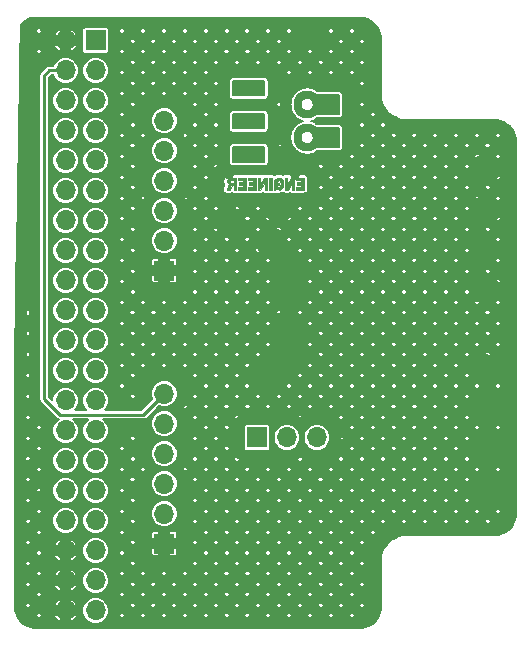
<source format=gbr>
%TF.GenerationSoftware,KiCad,Pcbnew,8.0.2*%
%TF.CreationDate,2024-05-07T14:35:48-05:00*%
%TF.ProjectId,CERBERUS 2100 Blinky,43455242-4552-4555-9320-323130302042,rev?*%
%TF.SameCoordinates,Original*%
%TF.FileFunction,Copper,L2,Bot*%
%TF.FilePolarity,Positive*%
%FSLAX46Y46*%
G04 Gerber Fmt 4.6, Leading zero omitted, Abs format (unit mm)*
G04 Created by KiCad (PCBNEW 8.0.2) date 2024-05-07 14:35:48*
%MOMM*%
%LPD*%
G01*
G04 APERTURE LIST*
%TA.AperFunction,EtchedComponent*%
%ADD10C,0.134262*%
%TD*%
%TA.AperFunction,EtchedComponent*%
%ADD11C,0.095901*%
%TD*%
%TA.AperFunction,ComponentPad*%
%ADD12R,1.700000X1.700000*%
%TD*%
%TA.AperFunction,ComponentPad*%
%ADD13O,1.700000X1.700000*%
%TD*%
%TA.AperFunction,ViaPad*%
%ADD14C,0.800000*%
%TD*%
%TA.AperFunction,Conductor*%
%ADD15C,0.250000*%
%TD*%
G04 APERTURE END LIST*
D10*
%TO.C,svg2mod*%
X99160975Y-66708357D02*
X96525975Y-66708357D01*
X96525975Y-65485077D01*
X99160975Y-65485077D01*
X99160975Y-66708357D01*
%TA.AperFunction,EtchedComponent*%
G36*
X99160975Y-66708357D02*
G01*
X96525975Y-66708357D01*
X96525975Y-65485077D01*
X99160975Y-65485077D01*
X99160975Y-66708357D01*
G37*
%TD.AperFunction*%
X99160975Y-69507739D02*
X96525975Y-69507739D01*
X96525975Y-68284458D01*
X99160975Y-68284458D01*
X99160975Y-69507739D01*
%TA.AperFunction,EtchedComponent*%
G36*
X99160975Y-69507739D02*
G01*
X96525975Y-69507739D01*
X96525975Y-68284458D01*
X99160975Y-68284458D01*
X99160975Y-69507739D01*
G37*
%TD.AperFunction*%
X99160975Y-72314847D02*
X96525975Y-72314847D01*
X96525975Y-71091566D01*
X99160975Y-71091566D01*
X99160975Y-72314847D01*
%TA.AperFunction,EtchedComponent*%
G36*
X99160975Y-72314847D02*
G01*
X96525975Y-72314847D01*
X96525975Y-71091566D01*
X99160975Y-71091566D01*
X99160975Y-72314847D01*
G37*
%TD.AperFunction*%
D11*
X99793475Y-74684149D02*
X99568475Y-74684149D01*
X99568475Y-73687496D01*
X99793475Y-73687496D01*
X99793475Y-74684149D01*
%TA.AperFunction,EtchedComponent*%
G36*
X99793475Y-74684149D02*
G01*
X99568475Y-74684149D01*
X99568475Y-73687496D01*
X99793475Y-73687496D01*
X99793475Y-74684149D01*
G37*
%TD.AperFunction*%
X97605975Y-74681573D02*
X96915975Y-74681573D01*
X96915975Y-74483273D01*
X97378475Y-74483273D01*
X97378475Y-74266945D01*
X97015975Y-74266945D01*
X97015975Y-74078946D01*
X97375975Y-74078946D01*
X97375975Y-73875495D01*
X96915975Y-73875495D01*
X96915975Y-73684921D01*
X97605975Y-73684921D01*
X97605975Y-74681573D01*
%TA.AperFunction,EtchedComponent*%
G36*
X97605975Y-74681573D02*
G01*
X96915975Y-74681573D01*
X96915975Y-74483273D01*
X97378475Y-74483273D01*
X97378475Y-74266945D01*
X97015975Y-74266945D01*
X97015975Y-74078946D01*
X97375975Y-74078946D01*
X97375975Y-73875495D01*
X96915975Y-73875495D01*
X96915975Y-73684921D01*
X97605975Y-73684921D01*
X97605975Y-74681573D01*
G37*
%TD.AperFunction*%
X98433475Y-74681573D02*
X97743475Y-74681573D01*
X97743475Y-74483273D01*
X98203475Y-74483273D01*
X98203475Y-74266945D01*
X97840975Y-74266945D01*
X97840975Y-74078946D01*
X98203475Y-74078946D01*
X98203475Y-73875495D01*
X97743475Y-73875495D01*
X97743475Y-73684921D01*
X98433475Y-73684921D01*
X98433475Y-74681573D01*
%TA.AperFunction,EtchedComponent*%
G36*
X98433475Y-74681573D02*
G01*
X97743475Y-74681573D01*
X97743475Y-74483273D01*
X98203475Y-74483273D01*
X98203475Y-74266945D01*
X97840975Y-74266945D01*
X97840975Y-74078946D01*
X98203475Y-74078946D01*
X98203475Y-73875495D01*
X97743475Y-73875495D01*
X97743475Y-73684921D01*
X98433475Y-73684921D01*
X98433475Y-74681573D01*
G37*
%TD.AperFunction*%
X102490975Y-74681573D02*
X101800975Y-74681573D01*
X101800975Y-74483273D01*
X102260975Y-74483273D01*
X102260975Y-74266945D01*
X101898475Y-74266945D01*
X101898475Y-74078946D01*
X102260975Y-74078946D01*
X102260975Y-73875495D01*
X101800975Y-73875495D01*
X101800975Y-73684921D01*
X102490975Y-73684921D01*
X102490975Y-74681573D01*
%TA.AperFunction,EtchedComponent*%
G36*
X102490975Y-74681573D02*
G01*
X101800975Y-74681573D01*
X101800975Y-74483273D01*
X102260975Y-74483273D01*
X102260975Y-74266945D01*
X101898475Y-74266945D01*
X101898475Y-74078946D01*
X102260975Y-74078946D01*
X102260975Y-73875495D01*
X101800975Y-73875495D01*
X101800975Y-73684921D01*
X102490975Y-73684921D01*
X102490975Y-74681573D01*
G37*
%TD.AperFunction*%
X101093502Y-74207713D02*
X101088501Y-74274671D01*
X101418501Y-73687496D01*
X101663501Y-73687496D01*
X101663501Y-74684149D01*
X101486001Y-74684149D01*
X101486001Y-74086672D01*
X101488488Y-74042892D01*
X101490975Y-74009413D01*
X101113475Y-74684149D01*
X100920975Y-74684149D01*
X100920975Y-73687496D01*
X101093502Y-73687496D01*
X101093502Y-74207713D01*
%TA.AperFunction,EtchedComponent*%
G36*
X101093502Y-74207713D02*
G01*
X101088501Y-74274671D01*
X101418501Y-73687496D01*
X101663501Y-73687496D01*
X101663501Y-74684149D01*
X101486001Y-74684149D01*
X101486001Y-74086672D01*
X101488488Y-74042892D01*
X101490975Y-74009413D01*
X101113475Y-74684149D01*
X100920975Y-74684149D01*
X100920975Y-73687496D01*
X101093502Y-73687496D01*
X101093502Y-74207713D01*
G37*
%TD.AperFunction*%
X98628502Y-73690072D02*
X98801002Y-73690072D01*
X98801002Y-74210288D01*
X98796001Y-74277247D01*
X99126001Y-73690072D01*
X99371001Y-73690072D01*
X99371001Y-74686724D01*
X99193501Y-74686724D01*
X99193501Y-74089248D01*
X99195988Y-74045467D01*
X99198475Y-74011988D01*
X98820975Y-74684149D01*
X98628475Y-74684149D01*
X98628475Y-73687496D01*
X98628502Y-73690072D01*
%TA.AperFunction,EtchedComponent*%
G36*
X98628502Y-73690072D02*
G01*
X98801002Y-73690072D01*
X98801002Y-74210288D01*
X98796001Y-74277247D01*
X99126001Y-73690072D01*
X99371001Y-73690072D01*
X99371001Y-74686724D01*
X99193501Y-74686724D01*
X99193501Y-74089248D01*
X99195988Y-74045467D01*
X99198475Y-74011988D01*
X98820975Y-74684149D01*
X98628475Y-74684149D01*
X98628475Y-73687496D01*
X98628502Y-73690072D01*
G37*
%TD.AperFunction*%
X96780975Y-74681573D02*
X96553475Y-74681573D01*
X96553475Y-74287548D01*
X96388475Y-74287548D01*
X96240975Y-74681573D01*
X95990975Y-74681573D01*
X96168475Y-74241192D01*
X96042538Y-74137535D01*
X96002367Y-73988811D01*
X96233475Y-73988811D01*
X96258475Y-74066071D01*
X96313475Y-74109851D01*
X96413475Y-74120152D01*
X96553475Y-74120152D01*
X96553475Y-73865194D01*
X96418475Y-73865195D01*
X96310975Y-73872921D01*
X96258475Y-73914126D01*
X96233475Y-73988811D01*
X96002367Y-73988811D01*
X96000975Y-73983659D01*
X96048475Y-73816263D01*
X96165975Y-73713250D01*
X96355975Y-73684921D01*
X96780975Y-73684921D01*
X96780975Y-74681573D01*
%TA.AperFunction,EtchedComponent*%
G36*
X96780975Y-74681573D02*
G01*
X96553475Y-74681573D01*
X96553475Y-74287548D01*
X96388475Y-74287548D01*
X96240975Y-74681573D01*
X95990975Y-74681573D01*
X96168475Y-74241192D01*
X96042538Y-74137535D01*
X96002367Y-73988811D01*
X96233475Y-73988811D01*
X96258475Y-74066071D01*
X96313475Y-74109851D01*
X96413475Y-74120152D01*
X96553475Y-74120152D01*
X96553475Y-73865194D01*
X96418475Y-73865195D01*
X96310975Y-73872921D01*
X96258475Y-73914126D01*
X96233475Y-73988811D01*
X96002367Y-73988811D01*
X96000975Y-73983659D01*
X96048475Y-73816263D01*
X96165975Y-73713250D01*
X96355975Y-73684921D01*
X96780975Y-73684921D01*
X96780975Y-74681573D01*
G37*
%TD.AperFunction*%
X100525663Y-73705846D02*
X100658475Y-73813688D01*
X100742850Y-73982372D01*
X100770975Y-74197412D01*
X100744725Y-74397965D01*
X100665975Y-74557957D01*
X100539100Y-74662258D01*
X100370975Y-74697025D01*
X100105975Y-74568259D01*
X100073475Y-74684149D01*
X99970975Y-74684149D01*
X99970975Y-74151055D01*
X99970975Y-74145905D01*
X100375975Y-74145905D01*
X100375975Y-74331329D01*
X100193475Y-74331329D01*
X100240975Y-74462670D01*
X100348475Y-74503875D01*
X100493475Y-74424040D01*
X100543475Y-74189685D01*
X100495975Y-73945029D01*
X100355975Y-73860043D01*
X100188475Y-74040316D01*
X99973475Y-74011988D01*
X100093475Y-73762181D01*
X100353475Y-73669469D01*
X100525663Y-73705846D01*
%TA.AperFunction,EtchedComponent*%
G36*
X100525663Y-73705846D02*
G01*
X100658475Y-73813688D01*
X100742850Y-73982372D01*
X100770975Y-74197412D01*
X100744725Y-74397965D01*
X100665975Y-74557957D01*
X100539100Y-74662258D01*
X100370975Y-74697025D01*
X100105975Y-74568259D01*
X100073475Y-74684149D01*
X99970975Y-74684149D01*
X99970975Y-74151055D01*
X99970975Y-74145905D01*
X100375975Y-74145905D01*
X100375975Y-74331329D01*
X100193475Y-74331329D01*
X100240975Y-74462670D01*
X100348475Y-74503875D01*
X100493475Y-74424040D01*
X100543475Y-74189685D01*
X100495975Y-73945029D01*
X100355975Y-73860043D01*
X100188475Y-74040316D01*
X99973475Y-74011988D01*
X100093475Y-73762181D01*
X100353475Y-73669469D01*
X100525663Y-73705846D01*
G37*
%TD.AperFunction*%
D10*
X103057179Y-66424117D02*
X103305605Y-66529897D01*
X103518475Y-66692905D01*
X105453475Y-66692905D01*
X105453475Y-68269006D01*
X103518475Y-68269006D01*
X103306716Y-68433160D01*
X103057734Y-68538367D01*
X102780975Y-68575470D01*
X102498278Y-68536423D01*
X102244401Y-68426197D01*
X102029413Y-68255164D01*
X101863383Y-68033698D01*
X101756380Y-67772171D01*
X101718475Y-67480956D01*
X102213475Y-67480956D01*
X102257850Y-67708108D01*
X102379100Y-67893974D01*
X102559413Y-68019481D01*
X102780975Y-68065555D01*
X103002538Y-68019481D01*
X103182850Y-67893974D01*
X103304100Y-67708108D01*
X103348475Y-67480956D01*
X103303749Y-67252315D01*
X103181913Y-67065684D01*
X103001483Y-66939895D01*
X102780975Y-66893781D01*
X102559413Y-66939895D01*
X102379100Y-67065684D01*
X102257850Y-67252315D01*
X102213475Y-67480956D01*
X101718475Y-67480956D01*
X101756380Y-67189741D01*
X101863383Y-66928214D01*
X102029413Y-66706748D01*
X102244401Y-66535715D01*
X102498278Y-66425489D01*
X102780975Y-66386441D01*
X103057179Y-66424117D01*
%TA.AperFunction,EtchedComponent*%
G36*
X103057179Y-66424117D02*
G01*
X103305605Y-66529897D01*
X103518475Y-66692905D01*
X105453475Y-66692905D01*
X105453475Y-68269006D01*
X103518475Y-68269006D01*
X103306716Y-68433160D01*
X103057734Y-68538367D01*
X102780975Y-68575470D01*
X102498278Y-68536423D01*
X102244401Y-68426197D01*
X102029413Y-68255164D01*
X101863383Y-68033698D01*
X101756380Y-67772171D01*
X101718475Y-67480956D01*
X102213475Y-67480956D01*
X102257850Y-67708108D01*
X102379100Y-67893974D01*
X102559413Y-68019481D01*
X102780975Y-68065555D01*
X103002538Y-68019481D01*
X103182850Y-67893974D01*
X103304100Y-67708108D01*
X103348475Y-67480956D01*
X103303749Y-67252315D01*
X103181913Y-67065684D01*
X103001483Y-66939895D01*
X102780975Y-66893781D01*
X102559413Y-66939895D01*
X102379100Y-67065684D01*
X102257850Y-67252315D01*
X102213475Y-67480956D01*
X101718475Y-67480956D01*
X101756380Y-67189741D01*
X101863383Y-66928214D01*
X102029413Y-66706748D01*
X102244401Y-66535715D01*
X102498278Y-66425489D01*
X102780975Y-66386441D01*
X103057179Y-66424117D01*
G37*
%TD.AperFunction*%
X103057179Y-69218349D02*
X103305605Y-69324128D01*
X103518475Y-69487137D01*
X105453475Y-69487137D01*
X105453475Y-71063237D01*
X103518475Y-71063237D01*
X103306716Y-71227391D01*
X103057734Y-71332598D01*
X102780975Y-71369701D01*
X102498278Y-71330654D01*
X102244401Y-71220428D01*
X102029413Y-71049395D01*
X101863383Y-70827929D01*
X101756380Y-70566402D01*
X101718475Y-70275187D01*
X102213475Y-70275187D01*
X102257850Y-70503828D01*
X102379100Y-70690459D01*
X102559413Y-70816247D01*
X102780975Y-70862362D01*
X103002538Y-70816247D01*
X103182850Y-70690459D01*
X103304100Y-70503828D01*
X103348475Y-70275187D01*
X103303749Y-70046949D01*
X103181913Y-69861203D01*
X103001483Y-69736300D01*
X102780975Y-69690587D01*
X102559413Y-69736662D01*
X102379100Y-69862169D01*
X102257850Y-70048035D01*
X102213475Y-70275187D01*
X101718475Y-70275187D01*
X101756380Y-69983972D01*
X101863383Y-69722445D01*
X102029413Y-69500979D01*
X102244401Y-69329946D01*
X102498278Y-69219720D01*
X102780975Y-69180672D01*
X103057179Y-69218349D01*
%TA.AperFunction,EtchedComponent*%
G36*
X103057179Y-69218349D02*
G01*
X103305605Y-69324128D01*
X103518475Y-69487137D01*
X105453475Y-69487137D01*
X105453475Y-71063237D01*
X103518475Y-71063237D01*
X103306716Y-71227391D01*
X103057734Y-71332598D01*
X102780975Y-71369701D01*
X102498278Y-71330654D01*
X102244401Y-71220428D01*
X102029413Y-71049395D01*
X101863383Y-70827929D01*
X101756380Y-70566402D01*
X101718475Y-70275187D01*
X102213475Y-70275187D01*
X102257850Y-70503828D01*
X102379100Y-70690459D01*
X102559413Y-70816247D01*
X102780975Y-70862362D01*
X103002538Y-70816247D01*
X103182850Y-70690459D01*
X103304100Y-70503828D01*
X103348475Y-70275187D01*
X103303749Y-70046949D01*
X103181913Y-69861203D01*
X103001483Y-69736300D01*
X102780975Y-69690587D01*
X102559413Y-69736662D01*
X102379100Y-69862169D01*
X102257850Y-70048035D01*
X102213475Y-70275187D01*
X101718475Y-70275187D01*
X101756380Y-69983972D01*
X101863383Y-69722445D01*
X102029413Y-69500979D01*
X102244401Y-69329946D01*
X102498278Y-69219720D01*
X102780975Y-69180672D01*
X103057179Y-69218349D01*
G37*
%TD.AperFunction*%
%TD*%
D12*
%TO.P,J1,1,Pin_1*%
%TO.N,/XCLK*%
X84861400Y-62052200D03*
D13*
%TO.P,J1,2,Pin_2*%
%TO.N,GND*%
X82321400Y-62052200D03*
%TO.P,J1,3,Pin_3*%
%TO.N,+5V*%
X84861400Y-64592200D03*
%TO.P,J1,4,Pin_4*%
%TO.N,/XE*%
X82321400Y-64592200D03*
%TO.P,J1,5,Pin_5*%
%TO.N,/XBUSREQ*%
X84861400Y-67132200D03*
%TO.P,J1,6,Pin_6*%
%TO.N,/XSLC*%
X82321400Y-67132200D03*
%TO.P,J1,7,Pin_7*%
%TO.N,/XBUSACK*%
X84861400Y-69672200D03*
%TO.P,J1,8,Pin_8*%
%TO.N,/XIRQ*%
X82321400Y-69672200D03*
%TO.P,J1,9,Pin_9*%
%TO.N,/XRD*%
X84861400Y-72212200D03*
%TO.P,J1,10,Pin_10*%
%TO.N,/XWR*%
X82321400Y-72212200D03*
%TO.P,J1,11,Pin_11*%
%TO.N,/XA0*%
X84861400Y-74752200D03*
%TO.P,J1,12,Pin_12*%
%TO.N,/XA1*%
X82321400Y-74752200D03*
%TO.P,J1,13,Pin_13*%
%TO.N,/XA2*%
X84861400Y-77292200D03*
%TO.P,J1,14,Pin_14*%
%TO.N,/XA3*%
X82321400Y-77292200D03*
%TO.P,J1,15,Pin_15*%
%TO.N,/XA4*%
X84861400Y-79832200D03*
%TO.P,J1,16,Pin_16*%
%TO.N,/XA5*%
X82321400Y-79832200D03*
%TO.P,J1,17,Pin_17*%
%TO.N,/XA6*%
X84861400Y-82372200D03*
%TO.P,J1,18,Pin_18*%
%TO.N,/XA7*%
X82321400Y-82372200D03*
%TO.P,J1,19,Pin_19*%
%TO.N,/XA8*%
X84861400Y-84912200D03*
%TO.P,J1,20,Pin_20*%
%TO.N,/XA9*%
X82321400Y-84912200D03*
%TO.P,J1,21,Pin_21*%
%TO.N,/XA10*%
X84861400Y-87452200D03*
%TO.P,J1,22,Pin_22*%
%TO.N,/XA11*%
X82321400Y-87452200D03*
%TO.P,J1,23,Pin_23*%
%TO.N,/XA12*%
X84861400Y-89992200D03*
%TO.P,J1,24,Pin_24*%
%TO.N,/XA13*%
X82321400Y-89992200D03*
%TO.P,J1,25,Pin_25*%
%TO.N,/XA14*%
X84861400Y-92532200D03*
%TO.P,J1,26,Pin_26*%
%TO.N,/XA15*%
X82321400Y-92532200D03*
%TO.P,J1,27,Pin_27*%
%TO.N,/XD0*%
X84861400Y-95072200D03*
%TO.P,J1,28,Pin_28*%
%TO.N,/XD1*%
X82321400Y-95072200D03*
%TO.P,J1,29,Pin_29*%
%TO.N,/XD2*%
X84861400Y-97612200D03*
%TO.P,J1,30,Pin_30*%
%TO.N,/XD3*%
X82321400Y-97612200D03*
%TO.P,J1,31,Pin_31*%
%TO.N,/XD4*%
X84861400Y-100152200D03*
%TO.P,J1,32,Pin_32*%
%TO.N,/XD5*%
X82321400Y-100152200D03*
%TO.P,J1,33,Pin_33*%
%TO.N,/XD6*%
X84861400Y-102692200D03*
%TO.P,J1,34,Pin_34*%
%TO.N,/XD7*%
X82321400Y-102692200D03*
%TO.P,J1,35,Pin_35*%
%TO.N,+5V*%
X84861400Y-105232200D03*
%TO.P,J1,36,Pin_36*%
%TO.N,GND*%
X82321400Y-105232200D03*
%TO.P,J1,37,Pin_37*%
%TO.N,+5V*%
X84861400Y-107772200D03*
%TO.P,J1,38,Pin_38*%
%TO.N,GND*%
X82321400Y-107772200D03*
%TO.P,J1,39,Pin_39*%
%TO.N,/XIN*%
X84861400Y-110312200D03*
%TO.P,J1,40,Pin_40*%
%TO.N,GND*%
X82321400Y-110312200D03*
%TD*%
D12*
%TO.P,J2,1,Pin_1*%
%TO.N,/XSLC*%
X98526600Y-95656400D03*
D13*
%TO.P,J2,2,Pin_2*%
%TO.N,/LE*%
X101066600Y-95656400D03*
%TO.P,J2,3,Pin_3*%
%TO.N,/XCLK*%
X103606600Y-95656400D03*
%TD*%
D12*
%TO.P,J3,1,Pin_1*%
%TO.N,GND*%
X90678000Y-81534000D03*
D13*
%TO.P,J3,2,Pin_2*%
%TO.N,/XD3*%
X90678000Y-78994000D03*
%TO.P,J3,3,Pin_3*%
%TO.N,/XD2*%
X90678000Y-76454000D03*
%TO.P,J3,4,Pin_4*%
%TO.N,/XD1*%
X90678000Y-73914000D03*
%TO.P,J3,5,Pin_5*%
%TO.N,/XD0*%
X90678000Y-71374000D03*
%TO.P,J3,6,Pin_6*%
%TO.N,/XSLC*%
X90678000Y-68834000D03*
%TD*%
D12*
%TO.P,J4,1,Pin_1*%
%TO.N,GND*%
X90678000Y-104648000D03*
D13*
%TO.P,J4,2,Pin_2*%
%TO.N,/XD7*%
X90678000Y-102108000D03*
%TO.P,J4,3,Pin_3*%
%TO.N,/XD6*%
X90678000Y-99568000D03*
%TO.P,J4,4,Pin_4*%
%TO.N,/XD5*%
X90678000Y-97028000D03*
%TO.P,J4,5,Pin_5*%
%TO.N,/XD4*%
X90678000Y-94488000D03*
%TO.P,J4,6,Pin_6*%
%TO.N,/XE*%
X90678000Y-91948000D03*
%TD*%
D14*
%TO.N,GND*%
X96266000Y-77470000D03*
X117823100Y-79818600D03*
X103251000Y-61595000D03*
X117823100Y-99935400D03*
X117873900Y-76415000D03*
X117873900Y-96481000D03*
X117856000Y-89916000D03*
X99695000Y-79121000D03*
X101219000Y-81026000D03*
X96139000Y-73406000D03*
X99822000Y-90551000D03*
X101219000Y-83566000D03*
X117856000Y-72948800D03*
X100330000Y-76200000D03*
X101727000Y-73406000D03*
X117823100Y-93128200D03*
X101219000Y-86106000D03*
X101219000Y-88646000D03*
X117823100Y-83069800D03*
%TD*%
D15*
%TO.N,/XE*%
X82321400Y-64592200D02*
X80949800Y-64592200D01*
X81853499Y-93726000D02*
X88900000Y-93726000D01*
X88900000Y-93726000D02*
X90678000Y-91948000D01*
X80518000Y-92390501D02*
X81853499Y-93726000D01*
X80949800Y-64592200D02*
X80518000Y-65024000D01*
X80518000Y-65024000D02*
X80518000Y-92390501D01*
%TD*%
%TA.AperFunction,Conductor*%
%TO.N,GND*%
G36*
X107222456Y-60037527D02*
G01*
X107459502Y-60053063D01*
X107469237Y-60054344D01*
X107699818Y-60100210D01*
X107709302Y-60102751D01*
X107931920Y-60178319D01*
X107940989Y-60182075D01*
X108151841Y-60286055D01*
X108160356Y-60290971D01*
X108355817Y-60421572D01*
X108363619Y-60427558D01*
X108518714Y-60563571D01*
X108540364Y-60582557D01*
X108547320Y-60589513D01*
X108702321Y-60766254D01*
X108708309Y-60774058D01*
X108838912Y-60969517D01*
X108843830Y-60978035D01*
X108947805Y-61188866D01*
X108951570Y-61197954D01*
X109027137Y-61420559D01*
X109029683Y-61430060D01*
X109075548Y-61660622D01*
X109076832Y-61670374D01*
X109092339Y-61906893D01*
X109092500Y-61911813D01*
X109092500Y-66550899D01*
X109092500Y-66580000D01*
X109092500Y-66719444D01*
X109128902Y-66995945D01*
X109199400Y-67259050D01*
X109201084Y-67265332D01*
X109201084Y-67265333D01*
X109307809Y-67522988D01*
X109447254Y-67764514D01*
X109617027Y-67985766D01*
X109617041Y-67985781D01*
X109814218Y-68182958D01*
X109814233Y-68182972D01*
X109946489Y-68284456D01*
X110035488Y-68352747D01*
X110277012Y-68492191D01*
X110534670Y-68598917D01*
X110804055Y-68671098D01*
X111080556Y-68707500D01*
X111194639Y-68707500D01*
X118651231Y-68707500D01*
X118677869Y-68707500D01*
X118682787Y-68707660D01*
X118919825Y-68723200D01*
X118929565Y-68724483D01*
X119160135Y-68770350D01*
X119169626Y-68772893D01*
X119392237Y-68848463D01*
X119401316Y-68852224D01*
X119503900Y-68902814D01*
X119612147Y-68956198D01*
X119620665Y-68961116D01*
X119718923Y-69026770D01*
X119816125Y-69091720D01*
X119823921Y-69097702D01*
X119957108Y-69214506D01*
X120000662Y-69252703D01*
X120007618Y-69259659D01*
X120162609Y-69436396D01*
X120168597Y-69444199D01*
X120197286Y-69487135D01*
X120299204Y-69639667D01*
X120304116Y-69648176D01*
X120335435Y-69711685D01*
X120408088Y-69859014D01*
X120411852Y-69868102D01*
X120487412Y-70090697D01*
X120489958Y-70100198D01*
X120535819Y-70330757D01*
X120537103Y-70340510D01*
X120551741Y-70563847D01*
X120552673Y-70578055D01*
X120552834Y-70582973D01*
X120552834Y-102137538D01*
X120552673Y-102142456D01*
X120537137Y-102379493D01*
X120535853Y-102389246D01*
X120489991Y-102619809D01*
X120487445Y-102629310D01*
X120411884Y-102851910D01*
X120408120Y-102860998D01*
X120304146Y-103071838D01*
X120299228Y-103080356D01*
X120168627Y-103275817D01*
X120162639Y-103283621D01*
X120007642Y-103460364D01*
X120000686Y-103467320D01*
X119823945Y-103622321D01*
X119816141Y-103628309D01*
X119620682Y-103758912D01*
X119612164Y-103763830D01*
X119401333Y-103867805D01*
X119392245Y-103871570D01*
X119169640Y-103947137D01*
X119160139Y-103949683D01*
X118929577Y-103995548D01*
X118919825Y-103996832D01*
X118683307Y-104012339D01*
X118678387Y-104012500D01*
X111249101Y-104012500D01*
X111220000Y-104012500D01*
X111080556Y-104012500D01*
X110804055Y-104048902D01*
X110804051Y-104048903D01*
X110804050Y-104048903D01*
X110633271Y-104094663D01*
X110534670Y-104121083D01*
X110534668Y-104121083D01*
X110534667Y-104121084D01*
X110534666Y-104121084D01*
X110277011Y-104227809D01*
X110035485Y-104367254D01*
X109814233Y-104537027D01*
X109814218Y-104537041D01*
X109617041Y-104734218D01*
X109617027Y-104734233D01*
X109447254Y-104955485D01*
X109307809Y-105197011D01*
X109201084Y-105454666D01*
X109201084Y-105454667D01*
X109148638Y-105650400D01*
X109128902Y-105724055D01*
X109092500Y-106000556D01*
X109092500Y-106000558D01*
X109092500Y-110020268D01*
X109092339Y-110025188D01*
X109076799Y-110262220D01*
X109075515Y-110271972D01*
X109029650Y-110502530D01*
X109027104Y-110512031D01*
X108951538Y-110734632D01*
X108947773Y-110743720D01*
X108843801Y-110954547D01*
X108838883Y-110963065D01*
X108708282Y-111158521D01*
X108702294Y-111166325D01*
X108547296Y-111343062D01*
X108540340Y-111350018D01*
X108363603Y-111505009D01*
X108355800Y-111510997D01*
X108160337Y-111641601D01*
X108151818Y-111646519D01*
X107940985Y-111750488D01*
X107931897Y-111754252D01*
X107709302Y-111829812D01*
X107699801Y-111832358D01*
X107469242Y-111878219D01*
X107459489Y-111879503D01*
X107342526Y-111887169D01*
X107221931Y-111895073D01*
X107217026Y-111895234D01*
X79840931Y-111895234D01*
X79836013Y-111895073D01*
X79799172Y-111892657D01*
X79598977Y-111879533D01*
X79589225Y-111878249D01*
X79358665Y-111832384D01*
X79349164Y-111829838D01*
X79126568Y-111754275D01*
X79117480Y-111750511D01*
X78906638Y-111646533D01*
X78898120Y-111641614D01*
X78702668Y-111511017D01*
X78694864Y-111505029D01*
X78518124Y-111350030D01*
X78511169Y-111343075D01*
X78474464Y-111301221D01*
X78356162Y-111166325D01*
X78350182Y-111158531D01*
X78350175Y-111158521D01*
X78260580Y-111024433D01*
X78219585Y-110963079D01*
X78214666Y-110954561D01*
X78127656Y-110778125D01*
X78110686Y-110743715D01*
X78106926Y-110734635D01*
X78100273Y-110715036D01*
X79863367Y-110715036D01*
X80041559Y-110893228D01*
X80122587Y-110812200D01*
X81452046Y-110812200D01*
X81483899Y-110871793D01*
X81483903Y-110871799D01*
X81609166Y-111024433D01*
X81761800Y-111149696D01*
X81761802Y-111149698D01*
X81821400Y-111181552D01*
X82821400Y-111181552D01*
X82880997Y-111149698D01*
X82880999Y-111149696D01*
X83033633Y-111024433D01*
X83158896Y-110871799D01*
X83158900Y-110871793D01*
X83190754Y-110812200D01*
X82821400Y-110812200D01*
X82821400Y-111181552D01*
X81821400Y-111181552D01*
X81821400Y-110812200D01*
X81452046Y-110812200D01*
X80122587Y-110812200D01*
X80219750Y-110715036D01*
X80041559Y-110536845D01*
X79863367Y-110715036D01*
X78100273Y-110715036D01*
X78031359Y-110512031D01*
X78028815Y-110502534D01*
X77982949Y-110271967D01*
X77981666Y-110262221D01*
X77980627Y-110246374D01*
X81821400Y-110246374D01*
X81821400Y-110378026D01*
X81855475Y-110505193D01*
X81921301Y-110619207D01*
X82014393Y-110712299D01*
X82128407Y-110778125D01*
X82255574Y-110812200D01*
X82387226Y-110812200D01*
X82514393Y-110778125D01*
X82628407Y-110712299D01*
X82721499Y-110619207D01*
X82787325Y-110505193D01*
X82821400Y-110378026D01*
X82821400Y-110312200D01*
X83805817Y-110312200D01*
X83826099Y-110518132D01*
X83886165Y-110716147D01*
X83886170Y-110716159D01*
X83980816Y-110893227D01*
X83983715Y-110898650D01*
X84114990Y-111058610D01*
X84274950Y-111189885D01*
X84457446Y-111287432D01*
X84457450Y-111287433D01*
X84457452Y-111287434D01*
X84531178Y-111309798D01*
X84655466Y-111347500D01*
X84861400Y-111367783D01*
X85067334Y-111347500D01*
X85265354Y-111287432D01*
X85447850Y-111189885D01*
X85607810Y-111058610D01*
X85739085Y-110898650D01*
X85836632Y-110716154D01*
X85836971Y-110715036D01*
X86934435Y-110715036D01*
X87112626Y-110893227D01*
X87290816Y-110715036D01*
X88702202Y-110715036D01*
X88880393Y-110893227D01*
X89058583Y-110715036D01*
X90469969Y-110715036D01*
X90648160Y-110893227D01*
X90826351Y-110715035D01*
X92237736Y-110715035D01*
X92415927Y-110893227D01*
X92594118Y-110715036D01*
X92594117Y-110715035D01*
X94005503Y-110715035D01*
X94183694Y-110893227D01*
X94361885Y-110715036D01*
X94361884Y-110715035D01*
X95773270Y-110715035D01*
X95951461Y-110893227D01*
X96129652Y-110715036D01*
X96129651Y-110715035D01*
X97541037Y-110715035D01*
X97719228Y-110893227D01*
X97897419Y-110715036D01*
X97897418Y-110715035D01*
X99308804Y-110715035D01*
X99486995Y-110893227D01*
X99665186Y-110715036D01*
X101076570Y-110715036D01*
X101254762Y-110893228D01*
X101432953Y-110715036D01*
X102844337Y-110715036D01*
X103022529Y-110893228D01*
X103200720Y-110715036D01*
X104612104Y-110715036D01*
X104790296Y-110893228D01*
X104968487Y-110715036D01*
X106379871Y-110715036D01*
X106558063Y-110893228D01*
X106736254Y-110715036D01*
X106558063Y-110536845D01*
X106379871Y-110715036D01*
X104968487Y-110715036D01*
X104790296Y-110536845D01*
X104612104Y-110715036D01*
X103200720Y-110715036D01*
X103022529Y-110536845D01*
X102844337Y-110715036D01*
X101432953Y-110715036D01*
X101254762Y-110536845D01*
X101076570Y-110715036D01*
X99665186Y-110715036D01*
X99486994Y-110536845D01*
X99308804Y-110715035D01*
X97897418Y-110715035D01*
X97719227Y-110536845D01*
X97541037Y-110715035D01*
X96129651Y-110715035D01*
X95951460Y-110536845D01*
X95773270Y-110715035D01*
X94361884Y-110715035D01*
X94183693Y-110536845D01*
X94005503Y-110715035D01*
X92594117Y-110715035D01*
X92415926Y-110536845D01*
X92237736Y-110715035D01*
X90826351Y-110715035D01*
X90648161Y-110536845D01*
X90469969Y-110715036D01*
X89058583Y-110715036D01*
X89058584Y-110715035D01*
X88880394Y-110536845D01*
X88702202Y-110715036D01*
X87290816Y-110715036D01*
X87290817Y-110715035D01*
X87112627Y-110536845D01*
X86934435Y-110715036D01*
X85836971Y-110715036D01*
X85896700Y-110518134D01*
X85916983Y-110312200D01*
X85896700Y-110106266D01*
X85858998Y-109981978D01*
X85836634Y-109908252D01*
X85836629Y-109908240D01*
X85795425Y-109831153D01*
X87818318Y-109831153D01*
X87996510Y-110009345D01*
X88174702Y-109831153D01*
X89586085Y-109831153D01*
X89764277Y-110009345D01*
X89942469Y-109831153D01*
X91353852Y-109831153D01*
X91532044Y-110009345D01*
X91710236Y-109831153D01*
X93121619Y-109831153D01*
X93299811Y-110009345D01*
X93478003Y-109831153D01*
X94889386Y-109831153D01*
X95067578Y-110009345D01*
X95245770Y-109831153D01*
X96657153Y-109831153D01*
X96835345Y-110009345D01*
X97013537Y-109831153D01*
X98424920Y-109831153D01*
X98603112Y-110009345D01*
X98781304Y-109831153D01*
X100192687Y-109831153D01*
X100370879Y-110009345D01*
X100549071Y-109831153D01*
X101960454Y-109831153D01*
X102138645Y-110009344D01*
X102316836Y-109831153D01*
X103728221Y-109831153D01*
X103906412Y-110009344D01*
X104084603Y-109831153D01*
X105495988Y-109831153D01*
X105674179Y-110009344D01*
X105852370Y-109831153D01*
X107263755Y-109831153D01*
X107441946Y-110009344D01*
X107620137Y-109831153D01*
X107441946Y-109652961D01*
X107263755Y-109831153D01*
X105852370Y-109831153D01*
X105674179Y-109652961D01*
X105495988Y-109831153D01*
X104084603Y-109831153D01*
X103906412Y-109652961D01*
X103728221Y-109831153D01*
X102316836Y-109831153D01*
X102138645Y-109652961D01*
X101960454Y-109831153D01*
X100549071Y-109831153D01*
X100370879Y-109652961D01*
X100192687Y-109831153D01*
X98781304Y-109831153D01*
X98603112Y-109652961D01*
X98424920Y-109831153D01*
X97013537Y-109831153D01*
X96835345Y-109652961D01*
X96657153Y-109831153D01*
X95245770Y-109831153D01*
X95067578Y-109652961D01*
X94889386Y-109831153D01*
X93478003Y-109831153D01*
X93299811Y-109652961D01*
X93121619Y-109831153D01*
X91710236Y-109831153D01*
X91532044Y-109652961D01*
X91353852Y-109831153D01*
X89942469Y-109831153D01*
X89764277Y-109652961D01*
X89586085Y-109831153D01*
X88174702Y-109831153D01*
X87996510Y-109652961D01*
X87818318Y-109831153D01*
X85795425Y-109831153D01*
X85739087Y-109725754D01*
X85739084Y-109725749D01*
X85607810Y-109565790D01*
X85447850Y-109434515D01*
X85447845Y-109434512D01*
X85265359Y-109336970D01*
X85265347Y-109336965D01*
X85067332Y-109276899D01*
X84861400Y-109256617D01*
X84655467Y-109276899D01*
X84457452Y-109336965D01*
X84457440Y-109336970D01*
X84274954Y-109434512D01*
X84274949Y-109434515D01*
X84114990Y-109565790D01*
X83983715Y-109725749D01*
X83983712Y-109725754D01*
X83886170Y-109908240D01*
X83886165Y-109908252D01*
X83826099Y-110106267D01*
X83805817Y-110312200D01*
X82821400Y-110312200D01*
X82821400Y-110246374D01*
X82787325Y-110119207D01*
X82721499Y-110005193D01*
X82628407Y-109912101D01*
X82514393Y-109846275D01*
X82387226Y-109812200D01*
X82821400Y-109812200D01*
X83190754Y-109812200D01*
X83190754Y-109812199D01*
X83158900Y-109752606D01*
X83158896Y-109752600D01*
X83033633Y-109599966D01*
X82880999Y-109474703D01*
X82880993Y-109474699D01*
X82821400Y-109442845D01*
X82821400Y-109812200D01*
X82387226Y-109812200D01*
X82255574Y-109812200D01*
X82128407Y-109846275D01*
X82014393Y-109912101D01*
X81921301Y-110005193D01*
X81855475Y-110119207D01*
X81821400Y-110246374D01*
X77980627Y-110246374D01*
X77966127Y-110025187D01*
X77965966Y-110020268D01*
X77965966Y-109831152D01*
X78979483Y-109831152D01*
X79157675Y-110009344D01*
X79335867Y-109831153D01*
X79316913Y-109812199D01*
X81452045Y-109812199D01*
X81452046Y-109812200D01*
X81821400Y-109812200D01*
X81821400Y-109442846D01*
X81821399Y-109442845D01*
X81761806Y-109474699D01*
X81761800Y-109474703D01*
X81609166Y-109599966D01*
X81483903Y-109752600D01*
X81483899Y-109752606D01*
X81452045Y-109812199D01*
X79316913Y-109812199D01*
X79157675Y-109652961D01*
X78979483Y-109831152D01*
X77965966Y-109831152D01*
X77965966Y-108947269D01*
X79863367Y-108947269D01*
X80041559Y-109125461D01*
X80219750Y-108947269D01*
X86934435Y-108947269D01*
X87112626Y-109125460D01*
X87290816Y-108947269D01*
X88702202Y-108947269D01*
X88880393Y-109125460D01*
X89058583Y-108947269D01*
X90469969Y-108947269D01*
X90648160Y-109125460D01*
X90826351Y-108947268D01*
X92237736Y-108947268D01*
X92415927Y-109125460D01*
X92594118Y-108947269D01*
X92594117Y-108947268D01*
X94005503Y-108947268D01*
X94183694Y-109125460D01*
X94361885Y-108947269D01*
X94361884Y-108947268D01*
X95773270Y-108947268D01*
X95951461Y-109125460D01*
X96129652Y-108947269D01*
X96129651Y-108947268D01*
X97541037Y-108947268D01*
X97719228Y-109125460D01*
X97897419Y-108947269D01*
X97897418Y-108947268D01*
X99308804Y-108947268D01*
X99486995Y-109125460D01*
X99665186Y-108947269D01*
X101076570Y-108947269D01*
X101254762Y-109125461D01*
X101432953Y-108947269D01*
X102844337Y-108947269D01*
X103022529Y-109125461D01*
X103200720Y-108947269D01*
X104612104Y-108947269D01*
X104790296Y-109125461D01*
X104968487Y-108947269D01*
X106379871Y-108947269D01*
X106558063Y-109125461D01*
X106736254Y-108947269D01*
X106558063Y-108769078D01*
X106379871Y-108947269D01*
X104968487Y-108947269D01*
X104790296Y-108769078D01*
X104612104Y-108947269D01*
X103200720Y-108947269D01*
X103022529Y-108769078D01*
X102844337Y-108947269D01*
X101432953Y-108947269D01*
X101254762Y-108769078D01*
X101076570Y-108947269D01*
X99665186Y-108947269D01*
X99486994Y-108769078D01*
X99308804Y-108947268D01*
X97897418Y-108947268D01*
X97719227Y-108769078D01*
X97541037Y-108947268D01*
X96129651Y-108947268D01*
X95951460Y-108769078D01*
X95773270Y-108947268D01*
X94361884Y-108947268D01*
X94183693Y-108769078D01*
X94005503Y-108947268D01*
X92594117Y-108947268D01*
X92415926Y-108769078D01*
X92237736Y-108947268D01*
X90826351Y-108947268D01*
X90648161Y-108769078D01*
X90469969Y-108947269D01*
X89058583Y-108947269D01*
X89058584Y-108947268D01*
X88880394Y-108769078D01*
X88702202Y-108947269D01*
X87290816Y-108947269D01*
X87290817Y-108947268D01*
X87112627Y-108769078D01*
X86934435Y-108947269D01*
X80219750Y-108947269D01*
X80041559Y-108769078D01*
X79863367Y-108947269D01*
X77965966Y-108947269D01*
X77965966Y-108272200D01*
X81452046Y-108272200D01*
X81483899Y-108331793D01*
X81483903Y-108331799D01*
X81609166Y-108484433D01*
X81761800Y-108609696D01*
X81761802Y-108609698D01*
X81821400Y-108641552D01*
X82821400Y-108641552D01*
X82880997Y-108609698D01*
X82880999Y-108609696D01*
X83033633Y-108484433D01*
X83158896Y-108331799D01*
X83158900Y-108331793D01*
X83190754Y-108272200D01*
X82821400Y-108272200D01*
X82821400Y-108641552D01*
X81821400Y-108641552D01*
X81821400Y-108272200D01*
X81452046Y-108272200D01*
X77965966Y-108272200D01*
X77965966Y-108063385D01*
X78979483Y-108063385D01*
X79157675Y-108241577D01*
X79335867Y-108063386D01*
X79157675Y-107885194D01*
X78979483Y-108063385D01*
X77965966Y-108063385D01*
X77965966Y-107706374D01*
X81821400Y-107706374D01*
X81821400Y-107838026D01*
X81855475Y-107965193D01*
X81921301Y-108079207D01*
X82014393Y-108172299D01*
X82128407Y-108238125D01*
X82255574Y-108272200D01*
X82387226Y-108272200D01*
X82514393Y-108238125D01*
X82628407Y-108172299D01*
X82721499Y-108079207D01*
X82787325Y-107965193D01*
X82821400Y-107838026D01*
X82821400Y-107772200D01*
X83805817Y-107772200D01*
X83826099Y-107978132D01*
X83886165Y-108176147D01*
X83886170Y-108176159D01*
X83983712Y-108358645D01*
X83983715Y-108358650D01*
X84114990Y-108518610D01*
X84274950Y-108649885D01*
X84457446Y-108747432D01*
X84457450Y-108747433D01*
X84457452Y-108747434D01*
X84528804Y-108769078D01*
X84655466Y-108807500D01*
X84861400Y-108827783D01*
X85067334Y-108807500D01*
X85265354Y-108747432D01*
X85447850Y-108649885D01*
X85607810Y-108518610D01*
X85739085Y-108358650D01*
X85836632Y-108176154D01*
X85870839Y-108063386D01*
X87818318Y-108063386D01*
X87996510Y-108241578D01*
X88174702Y-108063386D01*
X89586085Y-108063386D01*
X89764277Y-108241578D01*
X89942469Y-108063386D01*
X91353852Y-108063386D01*
X91532044Y-108241578D01*
X91710236Y-108063386D01*
X93121619Y-108063386D01*
X93299811Y-108241578D01*
X93478003Y-108063386D01*
X94889386Y-108063386D01*
X95067578Y-108241578D01*
X95245770Y-108063386D01*
X96657153Y-108063386D01*
X96835345Y-108241578D01*
X97013537Y-108063386D01*
X98424920Y-108063386D01*
X98603112Y-108241578D01*
X98781304Y-108063386D01*
X100192687Y-108063386D01*
X100370879Y-108241578D01*
X100549071Y-108063386D01*
X101960454Y-108063386D01*
X102138645Y-108241577D01*
X102316836Y-108063386D01*
X103728221Y-108063386D01*
X103906412Y-108241577D01*
X104084603Y-108063386D01*
X105495988Y-108063386D01*
X105674179Y-108241577D01*
X105852370Y-108063386D01*
X107263755Y-108063386D01*
X107441946Y-108241577D01*
X107620137Y-108063386D01*
X107441946Y-107885194D01*
X107263755Y-108063386D01*
X105852370Y-108063386D01*
X105674179Y-107885194D01*
X105495988Y-108063386D01*
X104084603Y-108063386D01*
X103906412Y-107885194D01*
X103728221Y-108063386D01*
X102316836Y-108063386D01*
X102138645Y-107885194D01*
X101960454Y-108063386D01*
X100549071Y-108063386D01*
X100370879Y-107885194D01*
X100192687Y-108063386D01*
X98781304Y-108063386D01*
X98603112Y-107885194D01*
X98424920Y-108063386D01*
X97013537Y-108063386D01*
X96835345Y-107885194D01*
X96657153Y-108063386D01*
X95245770Y-108063386D01*
X95067578Y-107885194D01*
X94889386Y-108063386D01*
X93478003Y-108063386D01*
X93299811Y-107885194D01*
X93121619Y-108063386D01*
X91710236Y-108063386D01*
X91532044Y-107885194D01*
X91353852Y-108063386D01*
X89942469Y-108063386D01*
X89764277Y-107885194D01*
X89586085Y-108063386D01*
X88174702Y-108063386D01*
X87996510Y-107885194D01*
X87818318Y-108063386D01*
X85870839Y-108063386D01*
X85896700Y-107978134D01*
X85916983Y-107772200D01*
X85896700Y-107566266D01*
X85858998Y-107441978D01*
X85836634Y-107368252D01*
X85836629Y-107368240D01*
X85739087Y-107185754D01*
X85739084Y-107185749D01*
X85733957Y-107179502D01*
X86934435Y-107179502D01*
X87112626Y-107357693D01*
X87290816Y-107179502D01*
X88702202Y-107179502D01*
X88880393Y-107357693D01*
X89058583Y-107179502D01*
X90469969Y-107179502D01*
X90648160Y-107357693D01*
X90826351Y-107179501D01*
X92237736Y-107179501D01*
X92415927Y-107357693D01*
X92594118Y-107179502D01*
X92594117Y-107179501D01*
X94005503Y-107179501D01*
X94183694Y-107357693D01*
X94361885Y-107179502D01*
X94361884Y-107179501D01*
X95773270Y-107179501D01*
X95951461Y-107357693D01*
X96129652Y-107179502D01*
X96129651Y-107179501D01*
X97541037Y-107179501D01*
X97719228Y-107357693D01*
X97897419Y-107179502D01*
X97897418Y-107179501D01*
X99308804Y-107179501D01*
X99486995Y-107357693D01*
X99665186Y-107179502D01*
X101076570Y-107179502D01*
X101254762Y-107357694D01*
X101432953Y-107179502D01*
X102844337Y-107179502D01*
X103022529Y-107357694D01*
X103200720Y-107179502D01*
X104612104Y-107179502D01*
X104790296Y-107357694D01*
X104968487Y-107179502D01*
X106379871Y-107179502D01*
X106558063Y-107357694D01*
X106736254Y-107179502D01*
X106558063Y-107001311D01*
X106379871Y-107179502D01*
X104968487Y-107179502D01*
X104790296Y-107001311D01*
X104612104Y-107179502D01*
X103200720Y-107179502D01*
X103022529Y-107001311D01*
X102844337Y-107179502D01*
X101432953Y-107179502D01*
X101254762Y-107001311D01*
X101076570Y-107179502D01*
X99665186Y-107179502D01*
X99486994Y-107001311D01*
X99308804Y-107179501D01*
X97897418Y-107179501D01*
X97719227Y-107001311D01*
X97541037Y-107179501D01*
X96129651Y-107179501D01*
X95951460Y-107001311D01*
X95773270Y-107179501D01*
X94361884Y-107179501D01*
X94183693Y-107001311D01*
X94005503Y-107179501D01*
X92594117Y-107179501D01*
X92415926Y-107001311D01*
X92237736Y-107179501D01*
X90826351Y-107179501D01*
X90648161Y-107001311D01*
X90469969Y-107179502D01*
X89058583Y-107179502D01*
X89058584Y-107179501D01*
X88880394Y-107001311D01*
X88702202Y-107179502D01*
X87290816Y-107179502D01*
X87290817Y-107179501D01*
X87112627Y-107001311D01*
X86934435Y-107179502D01*
X85733957Y-107179502D01*
X85607810Y-107025790D01*
X85447850Y-106894515D01*
X85447845Y-106894512D01*
X85265359Y-106796970D01*
X85265347Y-106796965D01*
X85067332Y-106736899D01*
X84861400Y-106716617D01*
X84655467Y-106736899D01*
X84457452Y-106796965D01*
X84457440Y-106796970D01*
X84274954Y-106894512D01*
X84274949Y-106894515D01*
X84114990Y-107025790D01*
X83983715Y-107185749D01*
X83983712Y-107185754D01*
X83886170Y-107368240D01*
X83886165Y-107368252D01*
X83826099Y-107566267D01*
X83805817Y-107772200D01*
X82821400Y-107772200D01*
X82821400Y-107706374D01*
X82787325Y-107579207D01*
X82721499Y-107465193D01*
X82628407Y-107372101D01*
X82514393Y-107306275D01*
X82387226Y-107272200D01*
X82821400Y-107272200D01*
X83190754Y-107272200D01*
X83190754Y-107272199D01*
X83158900Y-107212606D01*
X83158896Y-107212600D01*
X83033633Y-107059966D01*
X82880999Y-106934703D01*
X82880993Y-106934699D01*
X82821400Y-106902845D01*
X82821400Y-107272200D01*
X82387226Y-107272200D01*
X82255574Y-107272200D01*
X82128407Y-107306275D01*
X82014393Y-107372101D01*
X81921301Y-107465193D01*
X81855475Y-107579207D01*
X81821400Y-107706374D01*
X77965966Y-107706374D01*
X77965966Y-107179502D01*
X79863367Y-107179502D01*
X80041559Y-107357694D01*
X80127054Y-107272199D01*
X81452045Y-107272199D01*
X81452046Y-107272200D01*
X81821400Y-107272200D01*
X81821400Y-106902846D01*
X81821399Y-106902845D01*
X81761806Y-106934699D01*
X81761800Y-106934703D01*
X81609166Y-107059966D01*
X81483903Y-107212600D01*
X81483899Y-107212606D01*
X81452045Y-107272199D01*
X80127054Y-107272199D01*
X80219750Y-107179502D01*
X80041559Y-107001311D01*
X79863367Y-107179502D01*
X77965966Y-107179502D01*
X77965966Y-106295618D01*
X78979483Y-106295618D01*
X79157675Y-106473810D01*
X79335867Y-106295619D01*
X87818318Y-106295619D01*
X87996510Y-106473811D01*
X88174702Y-106295619D01*
X93121619Y-106295619D01*
X93299811Y-106473811D01*
X93478003Y-106295619D01*
X94889386Y-106295619D01*
X95067578Y-106473811D01*
X95245770Y-106295619D01*
X96657153Y-106295619D01*
X96835345Y-106473811D01*
X97013537Y-106295619D01*
X98424920Y-106295619D01*
X98603112Y-106473811D01*
X98781304Y-106295619D01*
X100192687Y-106295619D01*
X100370879Y-106473811D01*
X100549071Y-106295619D01*
X101960454Y-106295619D01*
X102138645Y-106473810D01*
X102316836Y-106295619D01*
X103728221Y-106295619D01*
X103906412Y-106473810D01*
X104084603Y-106295619D01*
X105495988Y-106295619D01*
X105674179Y-106473810D01*
X105852370Y-106295619D01*
X107263755Y-106295619D01*
X107441946Y-106473810D01*
X107620137Y-106295619D01*
X107441946Y-106117427D01*
X107263755Y-106295619D01*
X105852370Y-106295619D01*
X105674179Y-106117427D01*
X105495988Y-106295619D01*
X104084603Y-106295619D01*
X103906412Y-106117427D01*
X103728221Y-106295619D01*
X102316836Y-106295619D01*
X102138645Y-106117427D01*
X101960454Y-106295619D01*
X100549071Y-106295619D01*
X100370879Y-106117427D01*
X100192687Y-106295619D01*
X98781304Y-106295619D01*
X98603112Y-106117427D01*
X98424920Y-106295619D01*
X97013537Y-106295619D01*
X96835345Y-106117427D01*
X96657153Y-106295619D01*
X95245770Y-106295619D01*
X95067578Y-106117427D01*
X94889386Y-106295619D01*
X93478003Y-106295619D01*
X93299811Y-106117427D01*
X93121619Y-106295619D01*
X88174702Y-106295619D01*
X87996510Y-106117427D01*
X87818318Y-106295619D01*
X79335867Y-106295619D01*
X79157675Y-106117427D01*
X78979483Y-106295618D01*
X77965966Y-106295618D01*
X77965966Y-105732200D01*
X81452046Y-105732200D01*
X81483899Y-105791793D01*
X81483903Y-105791799D01*
X81609166Y-105944433D01*
X81761800Y-106069696D01*
X81761802Y-106069698D01*
X81821400Y-106101552D01*
X82821400Y-106101552D01*
X82880997Y-106069698D01*
X82880999Y-106069696D01*
X83033633Y-105944433D01*
X83158896Y-105791799D01*
X83158900Y-105791793D01*
X83190754Y-105732200D01*
X82821400Y-105732200D01*
X82821400Y-106101552D01*
X81821400Y-106101552D01*
X81821400Y-105732200D01*
X81452046Y-105732200D01*
X77965966Y-105732200D01*
X77965966Y-105411735D01*
X79863367Y-105411735D01*
X80041559Y-105589926D01*
X80219750Y-105411735D01*
X80041559Y-105233544D01*
X79863367Y-105411735D01*
X77965966Y-105411735D01*
X77965966Y-105166374D01*
X81821400Y-105166374D01*
X81821400Y-105298026D01*
X81855475Y-105425193D01*
X81921301Y-105539207D01*
X82014393Y-105632299D01*
X82128407Y-105698125D01*
X82255574Y-105732200D01*
X82387226Y-105732200D01*
X82514393Y-105698125D01*
X82628407Y-105632299D01*
X82721499Y-105539207D01*
X82787325Y-105425193D01*
X82821400Y-105298026D01*
X82821400Y-105232200D01*
X83805817Y-105232200D01*
X83826099Y-105438132D01*
X83886165Y-105636147D01*
X83886170Y-105636159D01*
X83983712Y-105818645D01*
X83983715Y-105818650D01*
X84114990Y-105978610D01*
X84274950Y-106109885D01*
X84457446Y-106207432D01*
X84457450Y-106207433D01*
X84457452Y-106207434D01*
X84531178Y-106229798D01*
X84655466Y-106267500D01*
X84861400Y-106287783D01*
X85067334Y-106267500D01*
X85265354Y-106207432D01*
X85447850Y-106109885D01*
X85607810Y-105978610D01*
X85739085Y-105818650D01*
X85836632Y-105636154D01*
X85896700Y-105438134D01*
X85899300Y-105411735D01*
X86934435Y-105411735D01*
X87112627Y-105589926D01*
X87189541Y-105513012D01*
X89675600Y-105513012D01*
X89684441Y-105557462D01*
X89684442Y-105557464D01*
X89718126Y-105607873D01*
X89768535Y-105641557D01*
X89768537Y-105641558D01*
X89812987Y-105650400D01*
X90178000Y-105650400D01*
X91178000Y-105650400D01*
X91543013Y-105650400D01*
X91587462Y-105641558D01*
X91587464Y-105641557D01*
X91637873Y-105607873D01*
X91671557Y-105557464D01*
X91671558Y-105557462D01*
X91680400Y-105513012D01*
X91680400Y-105411736D01*
X94005503Y-105411736D01*
X94183693Y-105589926D01*
X94361884Y-105411736D01*
X95773270Y-105411736D01*
X95951460Y-105589926D01*
X96129651Y-105411736D01*
X97541037Y-105411736D01*
X97719227Y-105589926D01*
X97897418Y-105411736D01*
X99308804Y-105411736D01*
X99486994Y-105589926D01*
X99665186Y-105411735D01*
X101076570Y-105411735D01*
X101254762Y-105589926D01*
X101432953Y-105411735D01*
X102844337Y-105411735D01*
X103022529Y-105589926D01*
X103200720Y-105411735D01*
X104612104Y-105411735D01*
X104790296Y-105589926D01*
X104968487Y-105411735D01*
X106379871Y-105411735D01*
X106558063Y-105589926D01*
X106736254Y-105411735D01*
X108147638Y-105411735D01*
X108172673Y-105436770D01*
X108191001Y-105368372D01*
X108147638Y-105411735D01*
X106736254Y-105411735D01*
X106558063Y-105233544D01*
X106379871Y-105411735D01*
X104968487Y-105411735D01*
X104790296Y-105233544D01*
X104612104Y-105411735D01*
X103200720Y-105411735D01*
X103022529Y-105233544D01*
X102844337Y-105411735D01*
X101432953Y-105411735D01*
X101254762Y-105233544D01*
X101076570Y-105411735D01*
X99665186Y-105411735D01*
X99486995Y-105233544D01*
X99308804Y-105411736D01*
X97897418Y-105411736D01*
X97897419Y-105411735D01*
X97719228Y-105233544D01*
X97541037Y-105411736D01*
X96129651Y-105411736D01*
X96129652Y-105411735D01*
X95951461Y-105233544D01*
X95773270Y-105411736D01*
X94361884Y-105411736D01*
X94361885Y-105411735D01*
X94183694Y-105233544D01*
X94005503Y-105411736D01*
X91680400Y-105411736D01*
X91680400Y-105148000D01*
X91178000Y-105148000D01*
X91178000Y-105650400D01*
X90178000Y-105650400D01*
X90178000Y-105148000D01*
X89675600Y-105148000D01*
X89675600Y-105513012D01*
X87189541Y-105513012D01*
X87290817Y-105411736D01*
X87112626Y-105233544D01*
X86934435Y-105411735D01*
X85899300Y-105411735D01*
X85916983Y-105232200D01*
X85896700Y-105026266D01*
X85840499Y-104840993D01*
X85836634Y-104828252D01*
X85836629Y-104828240D01*
X85739087Y-104645754D01*
X85739084Y-104645749D01*
X85642329Y-104527852D01*
X87818318Y-104527852D01*
X87996510Y-104706044D01*
X88120380Y-104582174D01*
X90178000Y-104582174D01*
X90178000Y-104713826D01*
X90212075Y-104840993D01*
X90277901Y-104955007D01*
X90370993Y-105048099D01*
X90485007Y-105113925D01*
X90612174Y-105148000D01*
X90743826Y-105148000D01*
X90870993Y-105113925D01*
X90985007Y-105048099D01*
X91078099Y-104955007D01*
X91143925Y-104840993D01*
X91178000Y-104713826D01*
X91178000Y-104582174D01*
X91163444Y-104527852D01*
X93121619Y-104527852D01*
X93299811Y-104706044D01*
X93478003Y-104527852D01*
X94889386Y-104527852D01*
X95067578Y-104706044D01*
X95245770Y-104527852D01*
X96657153Y-104527852D01*
X96835345Y-104706044D01*
X97013537Y-104527852D01*
X98424920Y-104527852D01*
X98603112Y-104706044D01*
X98781304Y-104527852D01*
X100192687Y-104527852D01*
X100370879Y-104706044D01*
X100549071Y-104527852D01*
X101960454Y-104527852D01*
X102138645Y-104706043D01*
X102316836Y-104527852D01*
X103728221Y-104527852D01*
X103906412Y-104706043D01*
X104084603Y-104527852D01*
X105495988Y-104527852D01*
X105674179Y-104706043D01*
X105852370Y-104527852D01*
X107263755Y-104527852D01*
X107441946Y-104706043D01*
X107620137Y-104527852D01*
X107441946Y-104349660D01*
X107263755Y-104527852D01*
X105852370Y-104527852D01*
X105674179Y-104349660D01*
X105495988Y-104527852D01*
X104084603Y-104527852D01*
X103906412Y-104349660D01*
X103728221Y-104527852D01*
X102316836Y-104527852D01*
X102138645Y-104349660D01*
X101960454Y-104527852D01*
X100549071Y-104527852D01*
X100370879Y-104349660D01*
X100192687Y-104527852D01*
X98781304Y-104527852D01*
X98603112Y-104349660D01*
X98424920Y-104527852D01*
X97013537Y-104527852D01*
X96835345Y-104349660D01*
X96657153Y-104527852D01*
X95245770Y-104527852D01*
X95067578Y-104349660D01*
X94889386Y-104527852D01*
X93478003Y-104527852D01*
X93299811Y-104349660D01*
X93121619Y-104527852D01*
X91163444Y-104527852D01*
X91143925Y-104455007D01*
X91078099Y-104340993D01*
X90985007Y-104247901D01*
X90870993Y-104182075D01*
X90743826Y-104148000D01*
X91178000Y-104148000D01*
X91680400Y-104148000D01*
X91680400Y-103782987D01*
X91671558Y-103738537D01*
X91671557Y-103738535D01*
X91637873Y-103688126D01*
X91587464Y-103654442D01*
X91587462Y-103654441D01*
X91543013Y-103645600D01*
X91178000Y-103645600D01*
X91178000Y-104148000D01*
X90743826Y-104148000D01*
X90612174Y-104148000D01*
X90485007Y-104182075D01*
X90370993Y-104247901D01*
X90277901Y-104340993D01*
X90212075Y-104455007D01*
X90178000Y-104582174D01*
X88120380Y-104582174D01*
X88174702Y-104527852D01*
X87996510Y-104349660D01*
X87818318Y-104527852D01*
X85642329Y-104527852D01*
X85607810Y-104485790D01*
X85447850Y-104354515D01*
X85447845Y-104354512D01*
X85265359Y-104256970D01*
X85265347Y-104256965D01*
X85067332Y-104196899D01*
X84861400Y-104176617D01*
X84655467Y-104196899D01*
X84457452Y-104256965D01*
X84457440Y-104256970D01*
X84274954Y-104354512D01*
X84274949Y-104354515D01*
X84114990Y-104485790D01*
X83983715Y-104645749D01*
X83983712Y-104645754D01*
X83886170Y-104828240D01*
X83886165Y-104828252D01*
X83826099Y-105026267D01*
X83805817Y-105232200D01*
X82821400Y-105232200D01*
X82821400Y-105166374D01*
X82787325Y-105039207D01*
X82721499Y-104925193D01*
X82628407Y-104832101D01*
X82514393Y-104766275D01*
X82387226Y-104732200D01*
X82821400Y-104732200D01*
X83190754Y-104732200D01*
X83190754Y-104732199D01*
X83158900Y-104672606D01*
X83158896Y-104672600D01*
X83033633Y-104519966D01*
X82880999Y-104394703D01*
X82880993Y-104394699D01*
X82821400Y-104362845D01*
X82821400Y-104732200D01*
X82387226Y-104732200D01*
X82255574Y-104732200D01*
X82128407Y-104766275D01*
X82014393Y-104832101D01*
X81921301Y-104925193D01*
X81855475Y-105039207D01*
X81821400Y-105166374D01*
X77965966Y-105166374D01*
X77965966Y-104732199D01*
X81452045Y-104732199D01*
X81452046Y-104732200D01*
X81821400Y-104732200D01*
X81821400Y-104362846D01*
X81821399Y-104362845D01*
X81761806Y-104394699D01*
X81761800Y-104394703D01*
X81609166Y-104519966D01*
X81483903Y-104672600D01*
X81483899Y-104672606D01*
X81452045Y-104732199D01*
X77965966Y-104732199D01*
X77965966Y-104527851D01*
X78979483Y-104527851D01*
X79157675Y-104706043D01*
X79335867Y-104527852D01*
X79157675Y-104349660D01*
X78979483Y-104527851D01*
X77965966Y-104527851D01*
X77965966Y-103643968D01*
X79863367Y-103643968D01*
X80041559Y-103822159D01*
X80219750Y-103643968D01*
X80041559Y-103465777D01*
X79863367Y-103643968D01*
X77965966Y-103643968D01*
X77965966Y-102760084D01*
X78979483Y-102760084D01*
X79157675Y-102938276D01*
X79335867Y-102760085D01*
X79267982Y-102692200D01*
X81265817Y-102692200D01*
X81286099Y-102898132D01*
X81346165Y-103096147D01*
X81346170Y-103096159D01*
X81443712Y-103278645D01*
X81443715Y-103278650D01*
X81574990Y-103438610D01*
X81734950Y-103569885D01*
X81734954Y-103569887D01*
X81893143Y-103654442D01*
X81917446Y-103667432D01*
X81917450Y-103667433D01*
X81917452Y-103667434D01*
X81985666Y-103688126D01*
X82115466Y-103727500D01*
X82321400Y-103747783D01*
X82527334Y-103727500D01*
X82725354Y-103667432D01*
X82907850Y-103569885D01*
X83067810Y-103438610D01*
X83199085Y-103278650D01*
X83296632Y-103096154D01*
X83356700Y-102898134D01*
X83376983Y-102692200D01*
X83805817Y-102692200D01*
X83826099Y-102898132D01*
X83886165Y-103096147D01*
X83886170Y-103096159D01*
X83983712Y-103278645D01*
X83983715Y-103278650D01*
X84114990Y-103438610D01*
X84274950Y-103569885D01*
X84274954Y-103569887D01*
X84433143Y-103654442D01*
X84457446Y-103667432D01*
X84457450Y-103667433D01*
X84457452Y-103667434D01*
X84525666Y-103688126D01*
X84655466Y-103727500D01*
X84861400Y-103747783D01*
X85067334Y-103727500D01*
X85265354Y-103667432D01*
X85309252Y-103643968D01*
X86934435Y-103643968D01*
X87112627Y-103822159D01*
X87151799Y-103782987D01*
X89675600Y-103782987D01*
X89675600Y-104148000D01*
X90178000Y-104148000D01*
X90178000Y-103645600D01*
X89812987Y-103645600D01*
X89768537Y-103654441D01*
X89768535Y-103654442D01*
X89718126Y-103688126D01*
X89684442Y-103738535D01*
X89684441Y-103738537D01*
X89675600Y-103782987D01*
X87151799Y-103782987D01*
X87290817Y-103643969D01*
X94005503Y-103643969D01*
X94183693Y-103822159D01*
X94361884Y-103643969D01*
X95773270Y-103643969D01*
X95951460Y-103822159D01*
X96129651Y-103643969D01*
X97541037Y-103643969D01*
X97719227Y-103822159D01*
X97897418Y-103643969D01*
X99308804Y-103643969D01*
X99486994Y-103822159D01*
X99665186Y-103643968D01*
X101076570Y-103643968D01*
X101254762Y-103822159D01*
X101432953Y-103643968D01*
X102844337Y-103643968D01*
X103022529Y-103822159D01*
X103200720Y-103643968D01*
X104612104Y-103643968D01*
X104790296Y-103822159D01*
X104968487Y-103643968D01*
X106379871Y-103643968D01*
X106558063Y-103822159D01*
X106736254Y-103643968D01*
X108147638Y-103643968D01*
X108325830Y-103822159D01*
X108504021Y-103643968D01*
X108325830Y-103465777D01*
X108147638Y-103643968D01*
X106736254Y-103643968D01*
X106558063Y-103465777D01*
X106379871Y-103643968D01*
X104968487Y-103643968D01*
X104790296Y-103465777D01*
X104612104Y-103643968D01*
X103200720Y-103643968D01*
X103022529Y-103465777D01*
X102844337Y-103643968D01*
X101432953Y-103643968D01*
X101254762Y-103465777D01*
X101076570Y-103643968D01*
X99665186Y-103643968D01*
X99486995Y-103465777D01*
X99308804Y-103643969D01*
X97897418Y-103643969D01*
X97897419Y-103643968D01*
X97719228Y-103465777D01*
X97541037Y-103643969D01*
X96129651Y-103643969D01*
X96129652Y-103643968D01*
X95951461Y-103465777D01*
X95773270Y-103643969D01*
X94361884Y-103643969D01*
X94361885Y-103643968D01*
X94183694Y-103465777D01*
X94005503Y-103643969D01*
X87290817Y-103643969D01*
X87112626Y-103465777D01*
X86934435Y-103643968D01*
X85309252Y-103643968D01*
X85447850Y-103569885D01*
X85607810Y-103438610D01*
X85739085Y-103278650D01*
X85836632Y-103096154D01*
X85896700Y-102898134D01*
X85910297Y-102760085D01*
X87818318Y-102760085D01*
X87996510Y-102938277D01*
X88174702Y-102760085D01*
X87996510Y-102581893D01*
X87818318Y-102760085D01*
X85910297Y-102760085D01*
X85916983Y-102692200D01*
X85896700Y-102486266D01*
X85836632Y-102288246D01*
X85740288Y-102108000D01*
X89622417Y-102108000D01*
X89642699Y-102313932D01*
X89702765Y-102511947D01*
X89702770Y-102511959D01*
X89799112Y-102692200D01*
X89800315Y-102694450D01*
X89931590Y-102854410D01*
X90091550Y-102985685D01*
X90091554Y-102985687D01*
X90273600Y-103082994D01*
X90274046Y-103083232D01*
X90274050Y-103083233D01*
X90274052Y-103083234D01*
X90316661Y-103096159D01*
X90472066Y-103143300D01*
X90678000Y-103163583D01*
X90883934Y-103143300D01*
X91081954Y-103083232D01*
X91264450Y-102985685D01*
X91424410Y-102854410D01*
X91501820Y-102760085D01*
X93121619Y-102760085D01*
X93299811Y-102938277D01*
X93478003Y-102760085D01*
X94889386Y-102760085D01*
X95067578Y-102938277D01*
X95245770Y-102760085D01*
X96657153Y-102760085D01*
X96835345Y-102938277D01*
X97013537Y-102760085D01*
X98424920Y-102760085D01*
X98603112Y-102938277D01*
X98781304Y-102760085D01*
X100192687Y-102760085D01*
X100370879Y-102938277D01*
X100549071Y-102760085D01*
X101960454Y-102760085D01*
X102138645Y-102938276D01*
X102316836Y-102760085D01*
X103728221Y-102760085D01*
X103906412Y-102938276D01*
X104084603Y-102760085D01*
X105495988Y-102760085D01*
X105674179Y-102938276D01*
X105852370Y-102760085D01*
X107263755Y-102760085D01*
X107441946Y-102938276D01*
X107620137Y-102760085D01*
X109031522Y-102760085D01*
X109209713Y-102938276D01*
X109387904Y-102760085D01*
X110799289Y-102760085D01*
X110977480Y-102938276D01*
X111155672Y-102760085D01*
X112567056Y-102760085D01*
X112745247Y-102938276D01*
X112923439Y-102760085D01*
X114334823Y-102760085D01*
X114513014Y-102938276D01*
X114691206Y-102760085D01*
X116102590Y-102760085D01*
X116280781Y-102938276D01*
X116458973Y-102760085D01*
X117870357Y-102760085D01*
X118048548Y-102938276D01*
X118226740Y-102760085D01*
X118048548Y-102581893D01*
X117870357Y-102760085D01*
X116458973Y-102760085D01*
X116280781Y-102581893D01*
X116102590Y-102760085D01*
X114691206Y-102760085D01*
X114513014Y-102581893D01*
X114334823Y-102760085D01*
X112923439Y-102760085D01*
X112745247Y-102581893D01*
X112567056Y-102760085D01*
X111155672Y-102760085D01*
X110977480Y-102581893D01*
X110799289Y-102760085D01*
X109387904Y-102760085D01*
X109209713Y-102581893D01*
X109031522Y-102760085D01*
X107620137Y-102760085D01*
X107441946Y-102581893D01*
X107263755Y-102760085D01*
X105852370Y-102760085D01*
X105674179Y-102581893D01*
X105495988Y-102760085D01*
X104084603Y-102760085D01*
X103906412Y-102581893D01*
X103728221Y-102760085D01*
X102316836Y-102760085D01*
X102138645Y-102581893D01*
X101960454Y-102760085D01*
X100549071Y-102760085D01*
X100370879Y-102581893D01*
X100192687Y-102760085D01*
X98781304Y-102760085D01*
X98603112Y-102581893D01*
X98424920Y-102760085D01*
X97013537Y-102760085D01*
X96835345Y-102581893D01*
X96657153Y-102760085D01*
X95245770Y-102760085D01*
X95067578Y-102581893D01*
X94889386Y-102760085D01*
X93478003Y-102760085D01*
X93299811Y-102581893D01*
X93121619Y-102760085D01*
X91501820Y-102760085D01*
X91555685Y-102694450D01*
X91653232Y-102511954D01*
X91713300Y-102313934D01*
X91733583Y-102108000D01*
X91713300Y-101902066D01*
X91705454Y-101876202D01*
X94005503Y-101876202D01*
X94183693Y-102054392D01*
X94361884Y-101876202D01*
X95773270Y-101876202D01*
X95951460Y-102054392D01*
X96129651Y-101876202D01*
X97541037Y-101876202D01*
X97719227Y-102054392D01*
X97897418Y-101876202D01*
X99308804Y-101876202D01*
X99486994Y-102054392D01*
X99665186Y-101876201D01*
X101076570Y-101876201D01*
X101254762Y-102054392D01*
X101432953Y-101876201D01*
X102844337Y-101876201D01*
X103022529Y-102054392D01*
X103200720Y-101876201D01*
X104612104Y-101876201D01*
X104790296Y-102054392D01*
X104968487Y-101876201D01*
X106379871Y-101876201D01*
X106558063Y-102054392D01*
X106736254Y-101876201D01*
X108147638Y-101876201D01*
X108325830Y-102054392D01*
X108504021Y-101876201D01*
X109915405Y-101876201D01*
X110093597Y-102054392D01*
X110271788Y-101876201D01*
X111683172Y-101876201D01*
X111861364Y-102054392D01*
X112039555Y-101876201D01*
X113450939Y-101876201D01*
X113629131Y-102054392D01*
X113807322Y-101876201D01*
X115218706Y-101876201D01*
X115396898Y-102054392D01*
X115575089Y-101876201D01*
X116986473Y-101876201D01*
X117164665Y-102054392D01*
X117342856Y-101876201D01*
X118754240Y-101876201D01*
X118932432Y-102054392D01*
X119110623Y-101876201D01*
X118932432Y-101698010D01*
X118754240Y-101876201D01*
X117342856Y-101876201D01*
X117164665Y-101698010D01*
X116986473Y-101876201D01*
X115575089Y-101876201D01*
X115396898Y-101698010D01*
X115218706Y-101876201D01*
X113807322Y-101876201D01*
X113629131Y-101698010D01*
X113450939Y-101876201D01*
X112039555Y-101876201D01*
X111861364Y-101698010D01*
X111683172Y-101876201D01*
X110271788Y-101876201D01*
X110093597Y-101698010D01*
X109915405Y-101876201D01*
X108504021Y-101876201D01*
X108325830Y-101698010D01*
X108147638Y-101876201D01*
X106736254Y-101876201D01*
X106558063Y-101698010D01*
X106379871Y-101876201D01*
X104968487Y-101876201D01*
X104790296Y-101698010D01*
X104612104Y-101876201D01*
X103200720Y-101876201D01*
X103022529Y-101698010D01*
X102844337Y-101876201D01*
X101432953Y-101876201D01*
X101254762Y-101698010D01*
X101076570Y-101876201D01*
X99665186Y-101876201D01*
X99486995Y-101698010D01*
X99308804Y-101876202D01*
X97897418Y-101876202D01*
X97897419Y-101876201D01*
X97719228Y-101698010D01*
X97541037Y-101876202D01*
X96129651Y-101876202D01*
X96129652Y-101876201D01*
X95951461Y-101698010D01*
X95773270Y-101876202D01*
X94361884Y-101876202D01*
X94361885Y-101876201D01*
X94183694Y-101698010D01*
X94005503Y-101876202D01*
X91705454Y-101876202D01*
X91675598Y-101777778D01*
X91653234Y-101704052D01*
X91653229Y-101704040D01*
X91555687Y-101521554D01*
X91555684Y-101521549D01*
X91424410Y-101361590D01*
X91264450Y-101230315D01*
X91264445Y-101230312D01*
X91081959Y-101132770D01*
X91081947Y-101132765D01*
X90883932Y-101072699D01*
X90678000Y-101052417D01*
X90472067Y-101072699D01*
X90274052Y-101132765D01*
X90274040Y-101132770D01*
X90091554Y-101230312D01*
X90091549Y-101230315D01*
X89931590Y-101361590D01*
X89800315Y-101521549D01*
X89800312Y-101521554D01*
X89702770Y-101704040D01*
X89702765Y-101704052D01*
X89642699Y-101902067D01*
X89622417Y-102108000D01*
X85740288Y-102108000D01*
X85739085Y-102105750D01*
X85607810Y-101945790D01*
X85523015Y-101876201D01*
X86934435Y-101876201D01*
X87112627Y-102054392D01*
X87290817Y-101876202D01*
X87112626Y-101698010D01*
X86934435Y-101876201D01*
X85523015Y-101876201D01*
X85447850Y-101814515D01*
X85447845Y-101814512D01*
X85265359Y-101716970D01*
X85265347Y-101716965D01*
X85067332Y-101656899D01*
X84861400Y-101636617D01*
X84655467Y-101656899D01*
X84457452Y-101716965D01*
X84457440Y-101716970D01*
X84274954Y-101814512D01*
X84274949Y-101814515D01*
X84114990Y-101945790D01*
X83983715Y-102105749D01*
X83983712Y-102105754D01*
X83886170Y-102288240D01*
X83886165Y-102288252D01*
X83826099Y-102486267D01*
X83805817Y-102692200D01*
X83376983Y-102692200D01*
X83356700Y-102486266D01*
X83296632Y-102288246D01*
X83199085Y-102105750D01*
X83067810Y-101945790D01*
X82907850Y-101814515D01*
X82907845Y-101814512D01*
X82725359Y-101716970D01*
X82725347Y-101716965D01*
X82527332Y-101656899D01*
X82321400Y-101636617D01*
X82115467Y-101656899D01*
X81917452Y-101716965D01*
X81917440Y-101716970D01*
X81734954Y-101814512D01*
X81734949Y-101814515D01*
X81574990Y-101945790D01*
X81443715Y-102105749D01*
X81443712Y-102105754D01*
X81346170Y-102288240D01*
X81346165Y-102288252D01*
X81286099Y-102486267D01*
X81265817Y-102692200D01*
X79267982Y-102692200D01*
X79157675Y-102581893D01*
X78979483Y-102760084D01*
X77965966Y-102760084D01*
X77965966Y-101876201D01*
X79863367Y-101876201D01*
X80041559Y-102054392D01*
X80219750Y-101876201D01*
X80041559Y-101698010D01*
X79863367Y-101876201D01*
X77965966Y-101876201D01*
X77965966Y-100992317D01*
X78979483Y-100992317D01*
X79157675Y-101170509D01*
X79335867Y-100992318D01*
X79157675Y-100814126D01*
X78979483Y-100992317D01*
X77965966Y-100992317D01*
X77965966Y-100108434D01*
X79863367Y-100108434D01*
X80041559Y-100286625D01*
X80175984Y-100152200D01*
X81265817Y-100152200D01*
X81286099Y-100358132D01*
X81346165Y-100556147D01*
X81346170Y-100556159D01*
X81443712Y-100738645D01*
X81443715Y-100738650D01*
X81574990Y-100898610D01*
X81734950Y-101029885D01*
X81917446Y-101127432D01*
X81917450Y-101127433D01*
X81917452Y-101127434D01*
X81935043Y-101132770D01*
X82115466Y-101187500D01*
X82321400Y-101207783D01*
X82527334Y-101187500D01*
X82725354Y-101127432D01*
X82907850Y-101029885D01*
X83067810Y-100898610D01*
X83199085Y-100738650D01*
X83296632Y-100556154D01*
X83356700Y-100358134D01*
X83376983Y-100152200D01*
X83805817Y-100152200D01*
X83826099Y-100358132D01*
X83886165Y-100556147D01*
X83886170Y-100556159D01*
X83983712Y-100738645D01*
X83983715Y-100738650D01*
X84114990Y-100898610D01*
X84274950Y-101029885D01*
X84457446Y-101127432D01*
X84457450Y-101127433D01*
X84457452Y-101127434D01*
X84475043Y-101132770D01*
X84655466Y-101187500D01*
X84861400Y-101207783D01*
X85067334Y-101187500D01*
X85265354Y-101127432D01*
X85447850Y-101029885D01*
X85493626Y-100992318D01*
X87818318Y-100992318D01*
X87996510Y-101170510D01*
X88174702Y-100992318D01*
X93121619Y-100992318D01*
X93299811Y-101170510D01*
X93478003Y-100992318D01*
X94889386Y-100992318D01*
X95067578Y-101170510D01*
X95245770Y-100992318D01*
X96657153Y-100992318D01*
X96835345Y-101170510D01*
X97013537Y-100992318D01*
X98424920Y-100992318D01*
X98603112Y-101170510D01*
X98781304Y-100992318D01*
X100192687Y-100992318D01*
X100370879Y-101170510D01*
X100549071Y-100992318D01*
X101960454Y-100992318D01*
X102138645Y-101170509D01*
X102316836Y-100992318D01*
X103728221Y-100992318D01*
X103906412Y-101170509D01*
X104084603Y-100992318D01*
X105495988Y-100992318D01*
X105674179Y-101170509D01*
X105852370Y-100992318D01*
X107263755Y-100992318D01*
X107441946Y-101170509D01*
X107620137Y-100992318D01*
X109031522Y-100992318D01*
X109209713Y-101170509D01*
X109387904Y-100992318D01*
X110799289Y-100992318D01*
X110977480Y-101170509D01*
X111155672Y-100992318D01*
X112567056Y-100992318D01*
X112745247Y-101170509D01*
X112923439Y-100992318D01*
X114334823Y-100992318D01*
X114513014Y-101170509D01*
X114691206Y-100992318D01*
X116102590Y-100992318D01*
X116280781Y-101170509D01*
X116458973Y-100992318D01*
X116280781Y-100814126D01*
X116102590Y-100992318D01*
X114691206Y-100992318D01*
X114513014Y-100814126D01*
X114334823Y-100992318D01*
X112923439Y-100992318D01*
X112745247Y-100814126D01*
X112567056Y-100992318D01*
X111155672Y-100992318D01*
X110977480Y-100814126D01*
X110799289Y-100992318D01*
X109387904Y-100992318D01*
X109209713Y-100814126D01*
X109031522Y-100992318D01*
X107620137Y-100992318D01*
X107441946Y-100814126D01*
X107263755Y-100992318D01*
X105852370Y-100992318D01*
X105674179Y-100814126D01*
X105495988Y-100992318D01*
X104084603Y-100992318D01*
X103906412Y-100814126D01*
X103728221Y-100992318D01*
X102316836Y-100992318D01*
X102138645Y-100814126D01*
X101960454Y-100992318D01*
X100549071Y-100992318D01*
X100370879Y-100814126D01*
X100192687Y-100992318D01*
X98781304Y-100992318D01*
X98603112Y-100814126D01*
X98424920Y-100992318D01*
X97013537Y-100992318D01*
X96835345Y-100814126D01*
X96657153Y-100992318D01*
X95245770Y-100992318D01*
X95067578Y-100814126D01*
X94889386Y-100992318D01*
X93478003Y-100992318D01*
X93299811Y-100814126D01*
X93121619Y-100992318D01*
X88174702Y-100992318D01*
X87996510Y-100814126D01*
X87818318Y-100992318D01*
X85493626Y-100992318D01*
X85607810Y-100898610D01*
X85739085Y-100738650D01*
X85836632Y-100556154D01*
X85896700Y-100358134D01*
X85916983Y-100152200D01*
X85912672Y-100108434D01*
X86934435Y-100108434D01*
X87112627Y-100286625D01*
X87290817Y-100108435D01*
X87112626Y-99930243D01*
X86934435Y-100108434D01*
X85912672Y-100108434D01*
X85896700Y-99946266D01*
X85836632Y-99748246D01*
X85740288Y-99568000D01*
X89622417Y-99568000D01*
X89642699Y-99773932D01*
X89702765Y-99971947D01*
X89702770Y-99971959D01*
X89775719Y-100108435D01*
X89800315Y-100154450D01*
X89931590Y-100314410D01*
X90091550Y-100445685D01*
X90274046Y-100543232D01*
X90274050Y-100543233D01*
X90274052Y-100543234D01*
X90316661Y-100556159D01*
X90472066Y-100603300D01*
X90678000Y-100623583D01*
X90883934Y-100603300D01*
X91081954Y-100543232D01*
X91264450Y-100445685D01*
X91424410Y-100314410D01*
X91555685Y-100154450D01*
X91580281Y-100108435D01*
X94005503Y-100108435D01*
X94183693Y-100286625D01*
X94361884Y-100108435D01*
X95773270Y-100108435D01*
X95951460Y-100286625D01*
X96129651Y-100108435D01*
X97541037Y-100108435D01*
X97719227Y-100286625D01*
X97897418Y-100108435D01*
X99308804Y-100108435D01*
X99486994Y-100286625D01*
X99665186Y-100108434D01*
X101076570Y-100108434D01*
X101254762Y-100286625D01*
X101432953Y-100108434D01*
X102844337Y-100108434D01*
X103022529Y-100286625D01*
X103200720Y-100108434D01*
X104612104Y-100108434D01*
X104790296Y-100286625D01*
X104968487Y-100108434D01*
X106379871Y-100108434D01*
X106558063Y-100286625D01*
X106736254Y-100108434D01*
X108147638Y-100108434D01*
X108325830Y-100286625D01*
X108504021Y-100108434D01*
X109915405Y-100108434D01*
X110093597Y-100286625D01*
X110271788Y-100108434D01*
X111683172Y-100108434D01*
X111861364Y-100286625D01*
X112039555Y-100108434D01*
X113450939Y-100108434D01*
X113629131Y-100286625D01*
X113807322Y-100108434D01*
X115218706Y-100108434D01*
X115396898Y-100286625D01*
X115575089Y-100108434D01*
X115396898Y-99930243D01*
X115218706Y-100108434D01*
X113807322Y-100108434D01*
X113629131Y-99930243D01*
X113450939Y-100108434D01*
X112039555Y-100108434D01*
X111861364Y-99930243D01*
X111683172Y-100108434D01*
X110271788Y-100108434D01*
X110093597Y-99930243D01*
X109915405Y-100108434D01*
X108504021Y-100108434D01*
X108325830Y-99930243D01*
X108147638Y-100108434D01*
X106736254Y-100108434D01*
X106558063Y-99930243D01*
X106379871Y-100108434D01*
X104968487Y-100108434D01*
X104790296Y-99930243D01*
X104612104Y-100108434D01*
X103200720Y-100108434D01*
X103022529Y-99930243D01*
X102844337Y-100108434D01*
X101432953Y-100108434D01*
X101254762Y-99930243D01*
X101076570Y-100108434D01*
X99665186Y-100108434D01*
X99486995Y-99930243D01*
X99308804Y-100108435D01*
X97897418Y-100108435D01*
X97897419Y-100108434D01*
X97719228Y-99930243D01*
X97541037Y-100108435D01*
X96129651Y-100108435D01*
X96129652Y-100108434D01*
X95951461Y-99930243D01*
X95773270Y-100108435D01*
X94361884Y-100108435D01*
X94361885Y-100108434D01*
X94183694Y-99930243D01*
X94005503Y-100108435D01*
X91580281Y-100108435D01*
X91653232Y-99971954D01*
X91713300Y-99773934D01*
X91733583Y-99568000D01*
X91713300Y-99362066D01*
X91671586Y-99224551D01*
X93121619Y-99224551D01*
X93299811Y-99402743D01*
X93478003Y-99224551D01*
X94889386Y-99224551D01*
X95067578Y-99402743D01*
X95245770Y-99224551D01*
X96657153Y-99224551D01*
X96835345Y-99402743D01*
X97013537Y-99224551D01*
X98424920Y-99224551D01*
X98603112Y-99402743D01*
X98781304Y-99224551D01*
X100192687Y-99224551D01*
X100370879Y-99402743D01*
X100549071Y-99224551D01*
X101960454Y-99224551D01*
X102138645Y-99402742D01*
X102316836Y-99224551D01*
X103728221Y-99224551D01*
X103906412Y-99402742D01*
X104084603Y-99224551D01*
X105495988Y-99224551D01*
X105674179Y-99402742D01*
X105852370Y-99224551D01*
X107263755Y-99224551D01*
X107441946Y-99402742D01*
X107620137Y-99224551D01*
X109031522Y-99224551D01*
X109209713Y-99402742D01*
X109387904Y-99224551D01*
X110799289Y-99224551D01*
X110977480Y-99402742D01*
X111155672Y-99224551D01*
X112567056Y-99224551D01*
X112745247Y-99402742D01*
X112923439Y-99224551D01*
X114334823Y-99224551D01*
X114513014Y-99402742D01*
X114691206Y-99224551D01*
X116102590Y-99224551D01*
X116280781Y-99402742D01*
X116458973Y-99224551D01*
X116280781Y-99046359D01*
X116102590Y-99224551D01*
X114691206Y-99224551D01*
X114513014Y-99046359D01*
X114334823Y-99224551D01*
X112923439Y-99224551D01*
X112745247Y-99046359D01*
X112567056Y-99224551D01*
X111155672Y-99224551D01*
X110977480Y-99046359D01*
X110799289Y-99224551D01*
X109387904Y-99224551D01*
X109209713Y-99046359D01*
X109031522Y-99224551D01*
X107620137Y-99224551D01*
X107441946Y-99046359D01*
X107263755Y-99224551D01*
X105852370Y-99224551D01*
X105674179Y-99046359D01*
X105495988Y-99224551D01*
X104084603Y-99224551D01*
X103906412Y-99046359D01*
X103728221Y-99224551D01*
X102316836Y-99224551D01*
X102138645Y-99046359D01*
X101960454Y-99224551D01*
X100549071Y-99224551D01*
X100370879Y-99046359D01*
X100192687Y-99224551D01*
X98781304Y-99224551D01*
X98603112Y-99046359D01*
X98424920Y-99224551D01*
X97013537Y-99224551D01*
X96835345Y-99046359D01*
X96657153Y-99224551D01*
X95245770Y-99224551D01*
X95067578Y-99046359D01*
X94889386Y-99224551D01*
X93478003Y-99224551D01*
X93299811Y-99046359D01*
X93121619Y-99224551D01*
X91671586Y-99224551D01*
X91653234Y-99164052D01*
X91653229Y-99164040D01*
X91555687Y-98981554D01*
X91555684Y-98981549D01*
X91424410Y-98821590D01*
X91264450Y-98690315D01*
X91264445Y-98690312D01*
X91081959Y-98592770D01*
X91081947Y-98592765D01*
X90883932Y-98532699D01*
X90678000Y-98512417D01*
X90472067Y-98532699D01*
X90274052Y-98592765D01*
X90274040Y-98592770D01*
X90091554Y-98690312D01*
X90091549Y-98690315D01*
X89931590Y-98821590D01*
X89800315Y-98981549D01*
X89800312Y-98981554D01*
X89702770Y-99164040D01*
X89702765Y-99164052D01*
X89642699Y-99362067D01*
X89622417Y-99568000D01*
X85740288Y-99568000D01*
X85739085Y-99565750D01*
X85607810Y-99405790D01*
X85447850Y-99274515D01*
X85447845Y-99274512D01*
X85354376Y-99224551D01*
X87818318Y-99224551D01*
X87996510Y-99402743D01*
X88174702Y-99224551D01*
X87996510Y-99046359D01*
X87818318Y-99224551D01*
X85354376Y-99224551D01*
X85265359Y-99176970D01*
X85265347Y-99176965D01*
X85067332Y-99116899D01*
X84861400Y-99096617D01*
X84655467Y-99116899D01*
X84457452Y-99176965D01*
X84457440Y-99176970D01*
X84274954Y-99274512D01*
X84274949Y-99274515D01*
X84114990Y-99405790D01*
X83983715Y-99565749D01*
X83983712Y-99565754D01*
X83886170Y-99748240D01*
X83886165Y-99748252D01*
X83826099Y-99946267D01*
X83805817Y-100152200D01*
X83376983Y-100152200D01*
X83356700Y-99946266D01*
X83296632Y-99748246D01*
X83199085Y-99565750D01*
X83067810Y-99405790D01*
X82907850Y-99274515D01*
X82907845Y-99274512D01*
X82725359Y-99176970D01*
X82725347Y-99176965D01*
X82527332Y-99116899D01*
X82321400Y-99096617D01*
X82115467Y-99116899D01*
X81917452Y-99176965D01*
X81917440Y-99176970D01*
X81734954Y-99274512D01*
X81734949Y-99274515D01*
X81574990Y-99405790D01*
X81443715Y-99565749D01*
X81443712Y-99565754D01*
X81346170Y-99748240D01*
X81346165Y-99748252D01*
X81286099Y-99946267D01*
X81265817Y-100152200D01*
X80175984Y-100152200D01*
X80219750Y-100108434D01*
X80041559Y-99930243D01*
X79863367Y-100108434D01*
X77965966Y-100108434D01*
X77965966Y-99224550D01*
X78979483Y-99224550D01*
X79157675Y-99402742D01*
X79335867Y-99224551D01*
X79157675Y-99046359D01*
X78979483Y-99224550D01*
X77965966Y-99224550D01*
X77965966Y-98340667D01*
X79863367Y-98340667D01*
X80041559Y-98518858D01*
X80219750Y-98340667D01*
X80041559Y-98162476D01*
X79863367Y-98340667D01*
X77965966Y-98340667D01*
X77965966Y-97456783D01*
X78979483Y-97456783D01*
X79157675Y-97634975D01*
X79180450Y-97612200D01*
X81265817Y-97612200D01*
X81286099Y-97818132D01*
X81346165Y-98016147D01*
X81346170Y-98016159D01*
X81424379Y-98162476D01*
X81443715Y-98198650D01*
X81574990Y-98358610D01*
X81734950Y-98489885D01*
X81917446Y-98587432D01*
X81917450Y-98587433D01*
X81917452Y-98587434D01*
X81935043Y-98592770D01*
X82115466Y-98647500D01*
X82321400Y-98667783D01*
X82527334Y-98647500D01*
X82725354Y-98587432D01*
X82907850Y-98489885D01*
X83067810Y-98358610D01*
X83199085Y-98198650D01*
X83296632Y-98016154D01*
X83356700Y-97818134D01*
X83376983Y-97612200D01*
X83805817Y-97612200D01*
X83826099Y-97818132D01*
X83886165Y-98016147D01*
X83886170Y-98016159D01*
X83964379Y-98162476D01*
X83983715Y-98198650D01*
X84114990Y-98358610D01*
X84274950Y-98489885D01*
X84457446Y-98587432D01*
X84457450Y-98587433D01*
X84457452Y-98587434D01*
X84475043Y-98592770D01*
X84655466Y-98647500D01*
X84861400Y-98667783D01*
X85067334Y-98647500D01*
X85265354Y-98587432D01*
X85447850Y-98489885D01*
X85607810Y-98358610D01*
X85622535Y-98340667D01*
X86934435Y-98340667D01*
X87112627Y-98518858D01*
X87290817Y-98340668D01*
X87290816Y-98340667D01*
X88702202Y-98340667D01*
X88880393Y-98518857D01*
X88967180Y-98432070D01*
X88984108Y-98406736D01*
X88986233Y-98403718D01*
X89011030Y-98370282D01*
X89013301Y-98367372D01*
X89045749Y-98327831D01*
X89015918Y-98298000D01*
X92285766Y-98298000D01*
X92342698Y-98367372D01*
X92344970Y-98370282D01*
X92369767Y-98403718D01*
X92371893Y-98406737D01*
X92399116Y-98447482D01*
X92401089Y-98450599D01*
X92422475Y-98486280D01*
X92424294Y-98489491D01*
X92431608Y-98503176D01*
X92594117Y-98340668D01*
X94005503Y-98340668D01*
X94183693Y-98518858D01*
X94361884Y-98340668D01*
X95773270Y-98340668D01*
X95951460Y-98518858D01*
X96129651Y-98340668D01*
X97541037Y-98340668D01*
X97719227Y-98518858D01*
X97897418Y-98340668D01*
X99308804Y-98340668D01*
X99486994Y-98518858D01*
X99665186Y-98340667D01*
X101076570Y-98340667D01*
X101254762Y-98518858D01*
X101432953Y-98340667D01*
X102844337Y-98340667D01*
X103022529Y-98518858D01*
X103200720Y-98340667D01*
X104612104Y-98340667D01*
X104790296Y-98518858D01*
X104968487Y-98340667D01*
X106379871Y-98340667D01*
X106558063Y-98518858D01*
X106736254Y-98340667D01*
X108147638Y-98340667D01*
X108325830Y-98518858D01*
X108504021Y-98340667D01*
X109915405Y-98340667D01*
X110093597Y-98518858D01*
X110271788Y-98340667D01*
X111683172Y-98340667D01*
X111861364Y-98518858D01*
X112039555Y-98340667D01*
X113450939Y-98340667D01*
X113629131Y-98518858D01*
X113807322Y-98340667D01*
X115218706Y-98340667D01*
X115396898Y-98518858D01*
X115575089Y-98340667D01*
X116986473Y-98340667D01*
X117164665Y-98518858D01*
X117342856Y-98340667D01*
X118754240Y-98340667D01*
X118932432Y-98518858D01*
X119110623Y-98340667D01*
X118932432Y-98162476D01*
X118754240Y-98340667D01*
X117342856Y-98340667D01*
X117164665Y-98162476D01*
X116986473Y-98340667D01*
X115575089Y-98340667D01*
X115396898Y-98162476D01*
X115218706Y-98340667D01*
X113807322Y-98340667D01*
X113629131Y-98162476D01*
X113450939Y-98340667D01*
X112039555Y-98340667D01*
X111861364Y-98162476D01*
X111683172Y-98340667D01*
X110271788Y-98340667D01*
X110093597Y-98162476D01*
X109915405Y-98340667D01*
X108504021Y-98340667D01*
X108325830Y-98162476D01*
X108147638Y-98340667D01*
X106736254Y-98340667D01*
X106558063Y-98162476D01*
X106379871Y-98340667D01*
X104968487Y-98340667D01*
X104790296Y-98162476D01*
X104612104Y-98340667D01*
X103200720Y-98340667D01*
X103022529Y-98162476D01*
X102844337Y-98340667D01*
X101432953Y-98340667D01*
X101254762Y-98162476D01*
X101076570Y-98340667D01*
X99665186Y-98340667D01*
X99486995Y-98162476D01*
X99308804Y-98340668D01*
X97897418Y-98340668D01*
X97897419Y-98340667D01*
X97719228Y-98162476D01*
X97541037Y-98340668D01*
X96129651Y-98340668D01*
X96129652Y-98340667D01*
X95951461Y-98162476D01*
X95773270Y-98340668D01*
X94361884Y-98340668D01*
X94361885Y-98340667D01*
X94183694Y-98162476D01*
X94005503Y-98340668D01*
X92594117Y-98340668D01*
X92594118Y-98340667D01*
X92415927Y-98162476D01*
X92310308Y-98268094D01*
X92285766Y-98298000D01*
X89015918Y-98298000D01*
X88880394Y-98162476D01*
X88702202Y-98340667D01*
X87290816Y-98340667D01*
X87112626Y-98162476D01*
X86934435Y-98340667D01*
X85622535Y-98340667D01*
X85739085Y-98198650D01*
X85836632Y-98016154D01*
X85896700Y-97818134D01*
X85916983Y-97612200D01*
X85901676Y-97456784D01*
X87818318Y-97456784D01*
X87996510Y-97634976D01*
X88174702Y-97456784D01*
X87996510Y-97278592D01*
X87818318Y-97456784D01*
X85901676Y-97456784D01*
X85896700Y-97406266D01*
X85836632Y-97208246D01*
X85740288Y-97028000D01*
X89622417Y-97028000D01*
X89642699Y-97233932D01*
X89702765Y-97431947D01*
X89702770Y-97431959D01*
X89799112Y-97612200D01*
X89800315Y-97614450D01*
X89931590Y-97774410D01*
X90091550Y-97905685D01*
X90274046Y-98003232D01*
X90274050Y-98003233D01*
X90274052Y-98003234D01*
X90316661Y-98016159D01*
X90472066Y-98063300D01*
X90678000Y-98083583D01*
X90883934Y-98063300D01*
X91081954Y-98003232D01*
X91264450Y-97905685D01*
X91424410Y-97774410D01*
X91555685Y-97614450D01*
X91639960Y-97456784D01*
X93121619Y-97456784D01*
X93299811Y-97634976D01*
X93478003Y-97456784D01*
X94889386Y-97456784D01*
X95067578Y-97634976D01*
X95245770Y-97456784D01*
X96657153Y-97456784D01*
X96835344Y-97634975D01*
X96910402Y-97559916D01*
X100295819Y-97559916D01*
X100370878Y-97634975D01*
X100408429Y-97597423D01*
X100349485Y-97579544D01*
X100345977Y-97578385D01*
X100306763Y-97564352D01*
X100303317Y-97563023D01*
X100295819Y-97559916D01*
X96910402Y-97559916D01*
X96984463Y-97485855D01*
X101989525Y-97485855D01*
X102138645Y-97634975D01*
X102316835Y-97456784D01*
X105495988Y-97456784D01*
X105674179Y-97634975D01*
X105852370Y-97456784D01*
X107263755Y-97456784D01*
X107441946Y-97634975D01*
X107620137Y-97456784D01*
X109031522Y-97456784D01*
X109209713Y-97634975D01*
X109387904Y-97456784D01*
X110799289Y-97456784D01*
X110977480Y-97634975D01*
X111155672Y-97456784D01*
X112567056Y-97456784D01*
X112745247Y-97634975D01*
X112923439Y-97456784D01*
X114334823Y-97456784D01*
X114513014Y-97634975D01*
X114691206Y-97456784D01*
X116102590Y-97456784D01*
X116280781Y-97634975D01*
X116458973Y-97456784D01*
X116280781Y-97278592D01*
X116102590Y-97456784D01*
X114691206Y-97456784D01*
X114513014Y-97278592D01*
X114334823Y-97456784D01*
X112923439Y-97456784D01*
X112745247Y-97278592D01*
X112567056Y-97456784D01*
X111155672Y-97456784D01*
X110977480Y-97278592D01*
X110799289Y-97456784D01*
X109387904Y-97456784D01*
X109209713Y-97278592D01*
X109031522Y-97456784D01*
X107620137Y-97456784D01*
X107441946Y-97278592D01*
X107263755Y-97456784D01*
X105852370Y-97456784D01*
X105674179Y-97278592D01*
X105495988Y-97456784D01*
X102316835Y-97456784D01*
X102316836Y-97456783D01*
X102217362Y-97357309D01*
X102187118Y-97377516D01*
X102184001Y-97379489D01*
X102148320Y-97400875D01*
X102145109Y-97402694D01*
X101989525Y-97485855D01*
X96984463Y-97485855D01*
X96984765Y-97485553D01*
X96936801Y-97453504D01*
X96930874Y-97449108D01*
X96866502Y-97396279D01*
X96861035Y-97391323D01*
X96791824Y-97322112D01*
X96657153Y-97456784D01*
X95245770Y-97456784D01*
X95067578Y-97278592D01*
X94889386Y-97456784D01*
X93478003Y-97456784D01*
X93299811Y-97278592D01*
X93121619Y-97456784D01*
X91639960Y-97456784D01*
X91653232Y-97431954D01*
X91713300Y-97233934D01*
X91733583Y-97028000D01*
X91713300Y-96822066D01*
X91661394Y-96650952D01*
X91653234Y-96624052D01*
X91653229Y-96624040D01*
X91625894Y-96572901D01*
X94005503Y-96572901D01*
X94183694Y-96751092D01*
X94361886Y-96572901D01*
X95773270Y-96572901D01*
X95951461Y-96751092D01*
X96129653Y-96572901D01*
X95951461Y-96394709D01*
X95773270Y-96572901D01*
X94361886Y-96572901D01*
X94183694Y-96394709D01*
X94005503Y-96572901D01*
X91625894Y-96572901D01*
X91555687Y-96441554D01*
X91555684Y-96441549D01*
X91523891Y-96402809D01*
X91424410Y-96281590D01*
X91264450Y-96150315D01*
X91264445Y-96150312D01*
X91081959Y-96052770D01*
X91081947Y-96052765D01*
X90883932Y-95992699D01*
X90678000Y-95972417D01*
X90472067Y-95992699D01*
X90274052Y-96052765D01*
X90274040Y-96052770D01*
X90091554Y-96150312D01*
X90091549Y-96150315D01*
X89931590Y-96281590D01*
X89800315Y-96441549D01*
X89800312Y-96441554D01*
X89702770Y-96624040D01*
X89702765Y-96624052D01*
X89642699Y-96822067D01*
X89622417Y-97028000D01*
X85740288Y-97028000D01*
X85739085Y-97025750D01*
X85607810Y-96865790D01*
X85447850Y-96734515D01*
X85447845Y-96734512D01*
X85265359Y-96636970D01*
X85265347Y-96636965D01*
X85067332Y-96576899D01*
X85026739Y-96572901D01*
X86934435Y-96572901D01*
X87112626Y-96751092D01*
X87290817Y-96572901D01*
X87112626Y-96394709D01*
X86934435Y-96572901D01*
X85026739Y-96572901D01*
X84861400Y-96556617D01*
X84655467Y-96576899D01*
X84457452Y-96636965D01*
X84457440Y-96636970D01*
X84274954Y-96734512D01*
X84274949Y-96734515D01*
X84114990Y-96865790D01*
X83983715Y-97025749D01*
X83983712Y-97025754D01*
X83886170Y-97208240D01*
X83886165Y-97208252D01*
X83826099Y-97406267D01*
X83805817Y-97612200D01*
X83376983Y-97612200D01*
X83356700Y-97406266D01*
X83296632Y-97208246D01*
X83199085Y-97025750D01*
X83067810Y-96865790D01*
X82907850Y-96734515D01*
X82907845Y-96734512D01*
X82725359Y-96636970D01*
X82725347Y-96636965D01*
X82527332Y-96576899D01*
X82321400Y-96556617D01*
X82115467Y-96576899D01*
X81917452Y-96636965D01*
X81917440Y-96636970D01*
X81734954Y-96734512D01*
X81734949Y-96734515D01*
X81574990Y-96865790D01*
X81443715Y-97025749D01*
X81443712Y-97025754D01*
X81346170Y-97208240D01*
X81346165Y-97208252D01*
X81286099Y-97406267D01*
X81265817Y-97612200D01*
X79180450Y-97612200D01*
X79335867Y-97456784D01*
X79157675Y-97278592D01*
X78979483Y-97456783D01*
X77965966Y-97456783D01*
X77965966Y-96572901D01*
X79863367Y-96572901D01*
X80041559Y-96751093D01*
X80219751Y-96572901D01*
X80041559Y-96394709D01*
X79863367Y-96572901D01*
X77965966Y-96572901D01*
X77965966Y-95689016D01*
X78979484Y-95689016D01*
X79157675Y-95867208D01*
X79335866Y-95689017D01*
X79157674Y-95510826D01*
X78979484Y-95689016D01*
X77965966Y-95689016D01*
X77965966Y-94805134D01*
X79863367Y-94805134D01*
X80041559Y-94983326D01*
X80219751Y-94805134D01*
X80041559Y-94626942D01*
X79863367Y-94805134D01*
X77965966Y-94805134D01*
X77965966Y-93921249D01*
X78979484Y-93921249D01*
X79157675Y-94099441D01*
X79335866Y-93921250D01*
X79157674Y-93743059D01*
X78979484Y-93921249D01*
X77965966Y-93921249D01*
X77965966Y-92153482D01*
X78979484Y-92153482D01*
X79157675Y-92331674D01*
X79194500Y-92294850D01*
X79194500Y-92012117D01*
X79157674Y-91975292D01*
X78979484Y-92153482D01*
X77965966Y-92153482D01*
X77965966Y-90401048D01*
X78994817Y-90401048D01*
X79157675Y-90563907D01*
X79194500Y-90527083D01*
X79194500Y-90244350D01*
X79157675Y-90207525D01*
X78995374Y-90369825D01*
X78994817Y-90401048D01*
X77965966Y-90401048D01*
X77965966Y-88664294D01*
X79025830Y-88664294D01*
X79157675Y-88796140D01*
X79194500Y-88759316D01*
X79194500Y-88476583D01*
X79157675Y-88439758D01*
X79027515Y-88569917D01*
X79025830Y-88664294D01*
X77965966Y-88664294D01*
X77965966Y-87796567D01*
X77965978Y-87795224D01*
X77981472Y-86927542D01*
X79056843Y-86927542D01*
X79157675Y-87028374D01*
X79194500Y-86991549D01*
X79194500Y-86708816D01*
X79157675Y-86671991D01*
X79059656Y-86770009D01*
X79056843Y-86927542D01*
X77981472Y-86927542D01*
X78000046Y-85887429D01*
X78012486Y-85190789D01*
X79087857Y-85190789D01*
X79157675Y-85260607D01*
X79194500Y-85223782D01*
X79194500Y-84941049D01*
X79157675Y-84904224D01*
X79091797Y-84970100D01*
X79087857Y-85190789D01*
X78012486Y-85190789D01*
X78043499Y-83454035D01*
X79118870Y-83454035D01*
X79157675Y-83492840D01*
X79194500Y-83456015D01*
X79194500Y-83173282D01*
X79157675Y-83136457D01*
X79123938Y-83170193D01*
X79118870Y-83454035D01*
X78043499Y-83454035D01*
X78074512Y-81717282D01*
X79149884Y-81717282D01*
X79157675Y-81725073D01*
X79194500Y-81688248D01*
X79194500Y-81405515D01*
X79157675Y-81368690D01*
X79156080Y-81370284D01*
X79149884Y-81717282D01*
X78074512Y-81717282D01*
X78106370Y-79933239D01*
X79181741Y-79933239D01*
X79194500Y-79920481D01*
X79194500Y-79637748D01*
X79187149Y-79630397D01*
X79181741Y-79933239D01*
X78106370Y-79933239D01*
X78373371Y-64981147D01*
X80192500Y-64981147D01*
X80192500Y-92347648D01*
X80192500Y-92433354D01*
X80214682Y-92516139D01*
X80214685Y-92516147D01*
X80257534Y-92590363D01*
X81590397Y-93923224D01*
X81590418Y-93923247D01*
X81653632Y-93986461D01*
X81653635Y-93986463D01*
X81653637Y-93986465D01*
X81690749Y-94007891D01*
X81727860Y-94029318D01*
X81754632Y-94036491D01*
X81796769Y-94065996D01*
X81810083Y-94115683D01*
X81788344Y-94162303D01*
X81770619Y-94175449D01*
X81734950Y-94194514D01*
X81734949Y-94194515D01*
X81574990Y-94325790D01*
X81443715Y-94485749D01*
X81443712Y-94485754D01*
X81346170Y-94668240D01*
X81346165Y-94668252D01*
X81286099Y-94866267D01*
X81265817Y-95072200D01*
X81286099Y-95278132D01*
X81346165Y-95476147D01*
X81346170Y-95476159D01*
X81429416Y-95631899D01*
X81443715Y-95658650D01*
X81574990Y-95818610D01*
X81734950Y-95949885D01*
X81917446Y-96047432D01*
X81917450Y-96047433D01*
X81917452Y-96047434D01*
X81960061Y-96060359D01*
X82115466Y-96107500D01*
X82321400Y-96127783D01*
X82527334Y-96107500D01*
X82725354Y-96047432D01*
X82907850Y-95949885D01*
X83067810Y-95818610D01*
X83199085Y-95658650D01*
X83296632Y-95476154D01*
X83356700Y-95278134D01*
X83376983Y-95072200D01*
X83356700Y-94866266D01*
X83304424Y-94693932D01*
X83296634Y-94668252D01*
X83296629Y-94668240D01*
X83199087Y-94485754D01*
X83199084Y-94485749D01*
X83067810Y-94325790D01*
X82907850Y-94194515D01*
X82907849Y-94194514D01*
X82905053Y-94193020D01*
X82870717Y-94154718D01*
X82869035Y-94103305D01*
X82900793Y-94062840D01*
X82940503Y-94051500D01*
X84242297Y-94051500D01*
X84290635Y-94069093D01*
X84316355Y-94113642D01*
X84307422Y-94164300D01*
X84277747Y-94193020D01*
X84274950Y-94194514D01*
X84274949Y-94194515D01*
X84114990Y-94325790D01*
X83983715Y-94485749D01*
X83983712Y-94485754D01*
X83886170Y-94668240D01*
X83886165Y-94668252D01*
X83826099Y-94866267D01*
X83805817Y-95072200D01*
X83826099Y-95278132D01*
X83886165Y-95476147D01*
X83886170Y-95476159D01*
X83969416Y-95631899D01*
X83983715Y-95658650D01*
X84114990Y-95818610D01*
X84274950Y-95949885D01*
X84457446Y-96047432D01*
X84457450Y-96047433D01*
X84457452Y-96047434D01*
X84500061Y-96060359D01*
X84655466Y-96107500D01*
X84861400Y-96127783D01*
X85067334Y-96107500D01*
X85265354Y-96047432D01*
X85447850Y-95949885D01*
X85607810Y-95818610D01*
X85714164Y-95689017D01*
X87818318Y-95689017D01*
X87996510Y-95867209D01*
X88174701Y-95689017D01*
X93121619Y-95689017D01*
X93299811Y-95867209D01*
X93478002Y-95689017D01*
X94889386Y-95689017D01*
X95067578Y-95867209D01*
X95245769Y-95689017D01*
X95067578Y-95510826D01*
X94889386Y-95689017D01*
X93478002Y-95689017D01*
X93299811Y-95510826D01*
X93121619Y-95689017D01*
X88174701Y-95689017D01*
X87996510Y-95510826D01*
X87818318Y-95689017D01*
X85714164Y-95689017D01*
X85739085Y-95658650D01*
X85836632Y-95476154D01*
X85896700Y-95278134D01*
X85916983Y-95072200D01*
X85896700Y-94866266D01*
X85844424Y-94693932D01*
X85836634Y-94668252D01*
X85836629Y-94668240D01*
X85740288Y-94488000D01*
X89622417Y-94488000D01*
X89642699Y-94693932D01*
X89702765Y-94891947D01*
X89702770Y-94891959D01*
X89799112Y-95072200D01*
X89800315Y-95074450D01*
X89931590Y-95234410D01*
X90091550Y-95365685D01*
X90091554Y-95365687D01*
X90250164Y-95450467D01*
X90274046Y-95463232D01*
X90274050Y-95463233D01*
X90274052Y-95463234D01*
X90316661Y-95476159D01*
X90472066Y-95523300D01*
X90678000Y-95543583D01*
X90883934Y-95523300D01*
X91081954Y-95463232D01*
X91264450Y-95365685D01*
X91424410Y-95234410D01*
X91555685Y-95074450D01*
X91653232Y-94891954D01*
X91679568Y-94805134D01*
X94005503Y-94805134D01*
X94183694Y-94983325D01*
X94361886Y-94805134D01*
X95773270Y-94805134D01*
X95951461Y-94983325D01*
X96129653Y-94805134D01*
X96111170Y-94786651D01*
X97476100Y-94786651D01*
X97476100Y-96526148D01*
X97487732Y-96584629D01*
X97487733Y-96584631D01*
X97532048Y-96650952D01*
X97598369Y-96695267D01*
X97627610Y-96701083D01*
X97656851Y-96706900D01*
X97656852Y-96706900D01*
X99396349Y-96706900D01*
X99415842Y-96703022D01*
X99454831Y-96695267D01*
X99521152Y-96650952D01*
X99565467Y-96584631D01*
X99577100Y-96526148D01*
X99577100Y-95656400D01*
X100011017Y-95656400D01*
X100031299Y-95862332D01*
X100091365Y-96060347D01*
X100091370Y-96060359D01*
X100188912Y-96242845D01*
X100188915Y-96242850D01*
X100320190Y-96402810D01*
X100480150Y-96534085D01*
X100480154Y-96534087D01*
X100648453Y-96624046D01*
X100662646Y-96631632D01*
X100662650Y-96631633D01*
X100662652Y-96631634D01*
X100680243Y-96636970D01*
X100860666Y-96691700D01*
X101066600Y-96711983D01*
X101272534Y-96691700D01*
X101470554Y-96631632D01*
X101653050Y-96534085D01*
X101813010Y-96402810D01*
X101944285Y-96242850D01*
X102041832Y-96060354D01*
X102101900Y-95862334D01*
X102122183Y-95656400D01*
X102551017Y-95656400D01*
X102571299Y-95862332D01*
X102631365Y-96060347D01*
X102631370Y-96060359D01*
X102728912Y-96242845D01*
X102728915Y-96242850D01*
X102860190Y-96402810D01*
X103020150Y-96534085D01*
X103020154Y-96534087D01*
X103188453Y-96624046D01*
X103202646Y-96631632D01*
X103202650Y-96631633D01*
X103202652Y-96631634D01*
X103220243Y-96636970D01*
X103400666Y-96691700D01*
X103606600Y-96711983D01*
X103812534Y-96691700D01*
X104010554Y-96631632D01*
X104120431Y-96572901D01*
X106379871Y-96572901D01*
X106558063Y-96751093D01*
X106736255Y-96572901D01*
X108147638Y-96572901D01*
X108325830Y-96751093D01*
X108504022Y-96572901D01*
X109915405Y-96572901D01*
X110093597Y-96751093D01*
X110271789Y-96572901D01*
X111683172Y-96572901D01*
X111861364Y-96751093D01*
X112039556Y-96572901D01*
X113450939Y-96572901D01*
X113629131Y-96751093D01*
X113807323Y-96572901D01*
X115218706Y-96572901D01*
X115396898Y-96751093D01*
X115575090Y-96572901D01*
X115396898Y-96394709D01*
X115218706Y-96572901D01*
X113807323Y-96572901D01*
X113629131Y-96394709D01*
X113450939Y-96572901D01*
X112039556Y-96572901D01*
X111861364Y-96394709D01*
X111683172Y-96572901D01*
X110271789Y-96572901D01*
X110093597Y-96394709D01*
X109915405Y-96572901D01*
X108504022Y-96572901D01*
X108325830Y-96394709D01*
X108147638Y-96572901D01*
X106736255Y-96572901D01*
X106558063Y-96394709D01*
X106379871Y-96572901D01*
X104120431Y-96572901D01*
X104193050Y-96534085D01*
X104353010Y-96402810D01*
X104484285Y-96242850D01*
X104581832Y-96060354D01*
X104641900Y-95862334D01*
X104644104Y-95839961D01*
X105646932Y-95839961D01*
X105674179Y-95867208D01*
X105852369Y-95689017D01*
X107263755Y-95689017D01*
X107441946Y-95867208D01*
X107620136Y-95689017D01*
X109031522Y-95689017D01*
X109209713Y-95867208D01*
X109387904Y-95689016D01*
X110799289Y-95689016D01*
X110977480Y-95867208D01*
X111155671Y-95689017D01*
X111155670Y-95689016D01*
X112567056Y-95689016D01*
X112745247Y-95867208D01*
X112923438Y-95689017D01*
X112923437Y-95689016D01*
X114334823Y-95689016D01*
X114513014Y-95867208D01*
X114691205Y-95689017D01*
X114691204Y-95689016D01*
X116102590Y-95689016D01*
X116280781Y-95867208D01*
X116458972Y-95689017D01*
X116280780Y-95510826D01*
X116102590Y-95689016D01*
X114691204Y-95689016D01*
X114513013Y-95510826D01*
X114334823Y-95689016D01*
X112923437Y-95689016D01*
X112745246Y-95510826D01*
X112567056Y-95689016D01*
X111155670Y-95689016D01*
X110977479Y-95510826D01*
X110799289Y-95689016D01*
X109387904Y-95689016D01*
X109209714Y-95510826D01*
X109031522Y-95689017D01*
X107620136Y-95689017D01*
X107620137Y-95689016D01*
X107441947Y-95510826D01*
X107263755Y-95689017D01*
X105852369Y-95689017D01*
X105852370Y-95689016D01*
X105674180Y-95510826D01*
X105652781Y-95532224D01*
X105657779Y-95582963D01*
X105658050Y-95586644D01*
X105660092Y-95628209D01*
X105660183Y-95631899D01*
X105660183Y-95680901D01*
X105660092Y-95684591D01*
X105658050Y-95726156D01*
X105657779Y-95729837D01*
X105646932Y-95839961D01*
X104644104Y-95839961D01*
X104662183Y-95656400D01*
X104641900Y-95450466D01*
X104581832Y-95252446D01*
X104572191Y-95234410D01*
X104484287Y-95069954D01*
X104484284Y-95069949D01*
X104353010Y-94909990D01*
X104225242Y-94805134D01*
X106379871Y-94805134D01*
X106558063Y-94983326D01*
X106736255Y-94805134D01*
X108147638Y-94805134D01*
X108325830Y-94983326D01*
X108504022Y-94805134D01*
X109915405Y-94805134D01*
X110093597Y-94983326D01*
X110271789Y-94805134D01*
X111683172Y-94805134D01*
X111861364Y-94983326D01*
X112039556Y-94805134D01*
X113450939Y-94805134D01*
X113629131Y-94983326D01*
X113807323Y-94805134D01*
X115218706Y-94805134D01*
X115396898Y-94983326D01*
X115575090Y-94805134D01*
X116986473Y-94805134D01*
X117164665Y-94983326D01*
X117342857Y-94805134D01*
X118754240Y-94805134D01*
X118932432Y-94983326D01*
X119110624Y-94805134D01*
X118932432Y-94626942D01*
X118754240Y-94805134D01*
X117342857Y-94805134D01*
X117164665Y-94626942D01*
X116986473Y-94805134D01*
X115575090Y-94805134D01*
X115396898Y-94626942D01*
X115218706Y-94805134D01*
X113807323Y-94805134D01*
X113629131Y-94626942D01*
X113450939Y-94805134D01*
X112039556Y-94805134D01*
X111861364Y-94626942D01*
X111683172Y-94805134D01*
X110271789Y-94805134D01*
X110093597Y-94626942D01*
X109915405Y-94805134D01*
X108504022Y-94805134D01*
X108325830Y-94626942D01*
X108147638Y-94805134D01*
X106736255Y-94805134D01*
X106558063Y-94626942D01*
X106379871Y-94805134D01*
X104225242Y-94805134D01*
X104193050Y-94778715D01*
X104193045Y-94778712D01*
X104010559Y-94681170D01*
X104010547Y-94681165D01*
X103812532Y-94621099D01*
X103606600Y-94600817D01*
X103400667Y-94621099D01*
X103202652Y-94681165D01*
X103202640Y-94681170D01*
X103020154Y-94778712D01*
X103020149Y-94778715D01*
X102860190Y-94909990D01*
X102728915Y-95069949D01*
X102728912Y-95069954D01*
X102631370Y-95252440D01*
X102631365Y-95252452D01*
X102571299Y-95450467D01*
X102551017Y-95656400D01*
X102122183Y-95656400D01*
X102101900Y-95450466D01*
X102041832Y-95252446D01*
X102032191Y-95234410D01*
X101944287Y-95069954D01*
X101944284Y-95069949D01*
X101813010Y-94909990D01*
X101653050Y-94778715D01*
X101653045Y-94778712D01*
X101470559Y-94681170D01*
X101470547Y-94681165D01*
X101272532Y-94621099D01*
X101066600Y-94600817D01*
X100860667Y-94621099D01*
X100662652Y-94681165D01*
X100662640Y-94681170D01*
X100480154Y-94778712D01*
X100480149Y-94778715D01*
X100320190Y-94909990D01*
X100188915Y-95069949D01*
X100188912Y-95069954D01*
X100091370Y-95252440D01*
X100091365Y-95252452D01*
X100031299Y-95450467D01*
X100011017Y-95656400D01*
X99577100Y-95656400D01*
X99577100Y-94786652D01*
X99565467Y-94728169D01*
X99521152Y-94661848D01*
X99454831Y-94617533D01*
X99454829Y-94617532D01*
X99396349Y-94605900D01*
X99396348Y-94605900D01*
X97656852Y-94605900D01*
X97656851Y-94605900D01*
X97598370Y-94617532D01*
X97598368Y-94617533D01*
X97532048Y-94661848D01*
X97487733Y-94728168D01*
X97487732Y-94728170D01*
X97476100Y-94786651D01*
X96111170Y-94786651D01*
X95951461Y-94626942D01*
X95773270Y-94805134D01*
X94361886Y-94805134D01*
X94183694Y-94626942D01*
X94005503Y-94805134D01*
X91679568Y-94805134D01*
X91713300Y-94693934D01*
X91733583Y-94488000D01*
X91713300Y-94282066D01*
X91653232Y-94084046D01*
X91645239Y-94069093D01*
X91568680Y-93925862D01*
X91566215Y-93921250D01*
X93121619Y-93921250D01*
X93299811Y-94099442D01*
X93478002Y-93921250D01*
X94889386Y-93921250D01*
X95067578Y-94099442D01*
X95245769Y-93921250D01*
X96657153Y-93921250D01*
X96762147Y-94026244D01*
X96786721Y-93996302D01*
X96791677Y-93990835D01*
X96861035Y-93921477D01*
X96866502Y-93916521D01*
X96930874Y-93863692D01*
X96936801Y-93859296D01*
X96945661Y-93853375D01*
X96941953Y-93849667D01*
X102032037Y-93849667D01*
X102145109Y-93910106D01*
X102148320Y-93911925D01*
X102184001Y-93933311D01*
X102187118Y-93935284D01*
X102227863Y-93962507D01*
X102230882Y-93964633D01*
X102255325Y-93982761D01*
X102316837Y-93921250D01*
X105495988Y-93921250D01*
X105674179Y-94099441D01*
X105852369Y-93921250D01*
X107263755Y-93921250D01*
X107441946Y-94099441D01*
X107620136Y-93921250D01*
X109031522Y-93921250D01*
X109209713Y-94099441D01*
X109387904Y-93921249D01*
X110799289Y-93921249D01*
X110977480Y-94099441D01*
X111155671Y-93921250D01*
X111155670Y-93921249D01*
X112567056Y-93921249D01*
X112745247Y-94099441D01*
X112923438Y-93921250D01*
X112923437Y-93921249D01*
X114334823Y-93921249D01*
X114513014Y-94099441D01*
X114691205Y-93921250D01*
X114691204Y-93921249D01*
X116102590Y-93921249D01*
X116280781Y-94099441D01*
X116458972Y-93921250D01*
X116280780Y-93743059D01*
X116102590Y-93921249D01*
X114691204Y-93921249D01*
X114513013Y-93743059D01*
X114334823Y-93921249D01*
X112923437Y-93921249D01*
X112745246Y-93743059D01*
X112567056Y-93921249D01*
X111155670Y-93921249D01*
X110977479Y-93743059D01*
X110799289Y-93921249D01*
X109387904Y-93921249D01*
X109209714Y-93743059D01*
X109031522Y-93921250D01*
X107620136Y-93921250D01*
X107620137Y-93921249D01*
X107441947Y-93743059D01*
X107263755Y-93921250D01*
X105852369Y-93921250D01*
X105852370Y-93921249D01*
X105674180Y-93743059D01*
X105495988Y-93921250D01*
X102316837Y-93921250D01*
X102138646Y-93743059D01*
X102032037Y-93849667D01*
X96941953Y-93849667D01*
X96835345Y-93743059D01*
X96657153Y-93921250D01*
X95245769Y-93921250D01*
X95067578Y-93743059D01*
X94889386Y-93921250D01*
X93478002Y-93921250D01*
X93299811Y-93743059D01*
X93121619Y-93921250D01*
X91566215Y-93921250D01*
X91555685Y-93901550D01*
X91424410Y-93741590D01*
X91264450Y-93610315D01*
X91264445Y-93610312D01*
X91081959Y-93512770D01*
X91081947Y-93512765D01*
X90883932Y-93452699D01*
X90678000Y-93432417D01*
X90472067Y-93452699D01*
X90274052Y-93512765D01*
X90274040Y-93512770D01*
X90091554Y-93610312D01*
X90091549Y-93610315D01*
X89931590Y-93741590D01*
X89800315Y-93901549D01*
X89800312Y-93901554D01*
X89702770Y-94084040D01*
X89702765Y-94084052D01*
X89642699Y-94282067D01*
X89622417Y-94488000D01*
X85740288Y-94488000D01*
X85739087Y-94485754D01*
X85739084Y-94485749D01*
X85607810Y-94325790D01*
X85447850Y-94194515D01*
X85447849Y-94194514D01*
X85445053Y-94193020D01*
X85410717Y-94154718D01*
X85409035Y-94103305D01*
X85440793Y-94062840D01*
X85480503Y-94051500D01*
X88942851Y-94051500D01*
X88942853Y-94051500D01*
X89025639Y-94029318D01*
X89099862Y-93986465D01*
X89941249Y-93145076D01*
X92345445Y-93145076D01*
X92415927Y-93215558D01*
X92594119Y-93037367D01*
X94005503Y-93037367D01*
X94183694Y-93215558D01*
X94361886Y-93037367D01*
X95773270Y-93037367D01*
X95951461Y-93215558D01*
X96129653Y-93037367D01*
X97541037Y-93037367D01*
X97719228Y-93215558D01*
X97897420Y-93037367D01*
X99308804Y-93037367D01*
X99486995Y-93215558D01*
X99665187Y-93037367D01*
X101076570Y-93037367D01*
X101254762Y-93215559D01*
X101432954Y-93037367D01*
X102844337Y-93037367D01*
X103022529Y-93215559D01*
X103200721Y-93037367D01*
X104612104Y-93037367D01*
X104790296Y-93215559D01*
X104968488Y-93037367D01*
X106379871Y-93037367D01*
X106558063Y-93215559D01*
X106736255Y-93037367D01*
X108147638Y-93037367D01*
X108325830Y-93215559D01*
X108504022Y-93037367D01*
X109915405Y-93037367D01*
X110093597Y-93215559D01*
X110271789Y-93037367D01*
X111683172Y-93037367D01*
X111861364Y-93215559D01*
X112039556Y-93037367D01*
X113450939Y-93037367D01*
X113629131Y-93215559D01*
X113807323Y-93037367D01*
X115218706Y-93037367D01*
X115396898Y-93215559D01*
X115575090Y-93037367D01*
X115396898Y-92859175D01*
X115218706Y-93037367D01*
X113807323Y-93037367D01*
X113629131Y-92859175D01*
X113450939Y-93037367D01*
X112039556Y-93037367D01*
X111861364Y-92859175D01*
X111683172Y-93037367D01*
X110271789Y-93037367D01*
X110093597Y-92859175D01*
X109915405Y-93037367D01*
X108504022Y-93037367D01*
X108325830Y-92859175D01*
X108147638Y-93037367D01*
X106736255Y-93037367D01*
X106558063Y-92859175D01*
X106379871Y-93037367D01*
X104968488Y-93037367D01*
X104790296Y-92859175D01*
X104612104Y-93037367D01*
X103200721Y-93037367D01*
X103022529Y-92859175D01*
X102844337Y-93037367D01*
X101432954Y-93037367D01*
X101254762Y-92859175D01*
X101076570Y-93037367D01*
X99665187Y-93037367D01*
X99486995Y-92859175D01*
X99308804Y-93037367D01*
X97897420Y-93037367D01*
X97719228Y-92859175D01*
X97541037Y-93037367D01*
X96129653Y-93037367D01*
X95951461Y-92859175D01*
X95773270Y-93037367D01*
X94361886Y-93037367D01*
X94183694Y-92859175D01*
X94005503Y-93037367D01*
X92594119Y-93037367D01*
X92479666Y-92922914D01*
X92424294Y-93026509D01*
X92422475Y-93029720D01*
X92401089Y-93065401D01*
X92399116Y-93068518D01*
X92371893Y-93109263D01*
X92369767Y-93112282D01*
X92345445Y-93145076D01*
X89941249Y-93145076D01*
X90162306Y-92924019D01*
X90208924Y-92902281D01*
X90250927Y-92910875D01*
X90273451Y-92922914D01*
X90274046Y-92923232D01*
X90274050Y-92923233D01*
X90274052Y-92923234D01*
X90316661Y-92936159D01*
X90472066Y-92983300D01*
X90678000Y-93003583D01*
X90883934Y-92983300D01*
X91081954Y-92923232D01*
X91264450Y-92825685D01*
X91424410Y-92694410D01*
X91555685Y-92534450D01*
X91653232Y-92351954D01*
X91713300Y-92153934D01*
X91713344Y-92153483D01*
X93121619Y-92153483D01*
X93299811Y-92331675D01*
X93478002Y-92153483D01*
X94889386Y-92153483D01*
X95067578Y-92331675D01*
X95245769Y-92153483D01*
X96657153Y-92153483D01*
X96835345Y-92331675D01*
X97013536Y-92153483D01*
X98424920Y-92153483D01*
X98603112Y-92331675D01*
X98781303Y-92153483D01*
X100192687Y-92153483D01*
X100370879Y-92331675D01*
X100549070Y-92153483D01*
X101960454Y-92153483D01*
X102138645Y-92331674D01*
X102316835Y-92153483D01*
X103728221Y-92153483D01*
X103906412Y-92331674D01*
X104084602Y-92153483D01*
X105495988Y-92153483D01*
X105674179Y-92331674D01*
X105852369Y-92153483D01*
X107263755Y-92153483D01*
X107441946Y-92331674D01*
X107620136Y-92153483D01*
X109031522Y-92153483D01*
X109209713Y-92331674D01*
X109387904Y-92153482D01*
X110799289Y-92153482D01*
X110977480Y-92331674D01*
X111155671Y-92153483D01*
X111155670Y-92153482D01*
X112567056Y-92153482D01*
X112745247Y-92331674D01*
X112923438Y-92153483D01*
X112923437Y-92153482D01*
X114334823Y-92153482D01*
X114513014Y-92331674D01*
X114691205Y-92153483D01*
X114691204Y-92153482D01*
X116102590Y-92153482D01*
X116280781Y-92331674D01*
X116458972Y-92153483D01*
X116280780Y-91975292D01*
X116102590Y-92153482D01*
X114691204Y-92153482D01*
X114513013Y-91975292D01*
X114334823Y-92153482D01*
X112923437Y-92153482D01*
X112745246Y-91975292D01*
X112567056Y-92153482D01*
X111155670Y-92153482D01*
X110977479Y-91975292D01*
X110799289Y-92153482D01*
X109387904Y-92153482D01*
X109209714Y-91975292D01*
X109031522Y-92153483D01*
X107620136Y-92153483D01*
X107620137Y-92153482D01*
X107441947Y-91975292D01*
X107263755Y-92153483D01*
X105852369Y-92153483D01*
X105852370Y-92153482D01*
X105674180Y-91975292D01*
X105495988Y-92153483D01*
X104084602Y-92153483D01*
X104084603Y-92153482D01*
X103906413Y-91975292D01*
X103728221Y-92153483D01*
X102316835Y-92153483D01*
X102316836Y-92153482D01*
X102138646Y-91975292D01*
X101960454Y-92153483D01*
X100549070Y-92153483D01*
X100370879Y-91975292D01*
X100192687Y-92153483D01*
X98781303Y-92153483D01*
X98603112Y-91975292D01*
X98424920Y-92153483D01*
X97013536Y-92153483D01*
X96835345Y-91975292D01*
X96657153Y-92153483D01*
X95245769Y-92153483D01*
X95067578Y-91975292D01*
X94889386Y-92153483D01*
X93478002Y-92153483D01*
X93299811Y-91975292D01*
X93121619Y-92153483D01*
X91713344Y-92153483D01*
X91733583Y-91948000D01*
X91713300Y-91742066D01*
X91675598Y-91617778D01*
X91653234Y-91544052D01*
X91653229Y-91544040D01*
X91555687Y-91361554D01*
X91555684Y-91361549D01*
X91505983Y-91300988D01*
X91480224Y-91269600D01*
X94005503Y-91269600D01*
X94183694Y-91447791D01*
X94361886Y-91269600D01*
X95773270Y-91269600D01*
X95951461Y-91447791D01*
X96129653Y-91269600D01*
X97541037Y-91269600D01*
X97719228Y-91447791D01*
X97897420Y-91269600D01*
X101076570Y-91269600D01*
X101254762Y-91447792D01*
X101432954Y-91269600D01*
X102844337Y-91269600D01*
X103022529Y-91447792D01*
X103200721Y-91269600D01*
X104612104Y-91269600D01*
X104790296Y-91447792D01*
X104968488Y-91269600D01*
X106379871Y-91269600D01*
X106558063Y-91447792D01*
X106736255Y-91269600D01*
X108147638Y-91269600D01*
X108325830Y-91447792D01*
X108504022Y-91269600D01*
X109915405Y-91269600D01*
X110093597Y-91447792D01*
X110271789Y-91269600D01*
X111683172Y-91269600D01*
X111861364Y-91447792D01*
X112039556Y-91269600D01*
X113450939Y-91269600D01*
X113629131Y-91447792D01*
X113807323Y-91269600D01*
X115218706Y-91269600D01*
X115396898Y-91447792D01*
X115575090Y-91269600D01*
X116986473Y-91269600D01*
X117164665Y-91447792D01*
X117342857Y-91269600D01*
X118754240Y-91269600D01*
X118932432Y-91447792D01*
X119110624Y-91269600D01*
X118932432Y-91091408D01*
X118754240Y-91269600D01*
X117342857Y-91269600D01*
X117164665Y-91091408D01*
X116986473Y-91269600D01*
X115575090Y-91269600D01*
X115396898Y-91091408D01*
X115218706Y-91269600D01*
X113807323Y-91269600D01*
X113629131Y-91091408D01*
X113450939Y-91269600D01*
X112039556Y-91269600D01*
X111861364Y-91091408D01*
X111683172Y-91269600D01*
X110271789Y-91269600D01*
X110093597Y-91091408D01*
X109915405Y-91269600D01*
X108504022Y-91269600D01*
X108325830Y-91091408D01*
X108147638Y-91269600D01*
X106736255Y-91269600D01*
X106558063Y-91091408D01*
X106379871Y-91269600D01*
X104968488Y-91269600D01*
X104790296Y-91091408D01*
X104612104Y-91269600D01*
X103200721Y-91269600D01*
X103022529Y-91091408D01*
X102844337Y-91269600D01*
X101432954Y-91269600D01*
X101254762Y-91091408D01*
X101076570Y-91269600D01*
X97897420Y-91269600D01*
X97719228Y-91091408D01*
X97541037Y-91269600D01*
X96129653Y-91269600D01*
X95951461Y-91091408D01*
X95773270Y-91269600D01*
X94361886Y-91269600D01*
X94183694Y-91091408D01*
X94005503Y-91269600D01*
X91480224Y-91269600D01*
X91424410Y-91201590D01*
X91264450Y-91070315D01*
X91264445Y-91070312D01*
X91081959Y-90972770D01*
X91081947Y-90972765D01*
X90883932Y-90912699D01*
X90678000Y-90892417D01*
X90472067Y-90912699D01*
X90274052Y-90972765D01*
X90274040Y-90972770D01*
X90091554Y-91070312D01*
X90091549Y-91070315D01*
X89931590Y-91201590D01*
X89800315Y-91361549D01*
X89800312Y-91361554D01*
X89702770Y-91544040D01*
X89702765Y-91544052D01*
X89642699Y-91742067D01*
X89622417Y-91948000D01*
X89642699Y-92153932D01*
X89702765Y-92351947D01*
X89702768Y-92351954D01*
X89715124Y-92375070D01*
X89722395Y-92425994D01*
X89701978Y-92463694D01*
X88787199Y-93378474D01*
X88740579Y-93400214D01*
X88734025Y-93400500D01*
X85666775Y-93400500D01*
X85618437Y-93382907D01*
X85592717Y-93338358D01*
X85601650Y-93287700D01*
X85608644Y-93277594D01*
X85659555Y-93215558D01*
X85739085Y-93118650D01*
X85836632Y-92936154D01*
X85896700Y-92738134D01*
X85916983Y-92532200D01*
X85896700Y-92326266D01*
X85844424Y-92153932D01*
X85844288Y-92153483D01*
X87818318Y-92153483D01*
X87996510Y-92331675D01*
X88174701Y-92153483D01*
X87996510Y-91975292D01*
X87818318Y-92153483D01*
X85844288Y-92153483D01*
X85836634Y-92128252D01*
X85836629Y-92128240D01*
X85739087Y-91945754D01*
X85739084Y-91945749D01*
X85607810Y-91785790D01*
X85447850Y-91654515D01*
X85447845Y-91654512D01*
X85265359Y-91556970D01*
X85265347Y-91556965D01*
X85067332Y-91496899D01*
X84861400Y-91476617D01*
X84655467Y-91496899D01*
X84457452Y-91556965D01*
X84457440Y-91556970D01*
X84274954Y-91654512D01*
X84274949Y-91654515D01*
X84114990Y-91785790D01*
X83983715Y-91945749D01*
X83983712Y-91945754D01*
X83886170Y-92128240D01*
X83886165Y-92128252D01*
X83826099Y-92326267D01*
X83805817Y-92532200D01*
X83826099Y-92738132D01*
X83886165Y-92936147D01*
X83886170Y-92936159D01*
X83983712Y-93118645D01*
X83983715Y-93118650D01*
X84114156Y-93277594D01*
X84131221Y-93326121D01*
X84113101Y-93374263D01*
X84068274Y-93399496D01*
X84056025Y-93400500D01*
X83126775Y-93400500D01*
X83078437Y-93382907D01*
X83052717Y-93338358D01*
X83061650Y-93287700D01*
X83068644Y-93277594D01*
X83119555Y-93215558D01*
X83199085Y-93118650D01*
X83296632Y-92936154D01*
X83356700Y-92738134D01*
X83376983Y-92532200D01*
X83356700Y-92326266D01*
X83304424Y-92153932D01*
X83296634Y-92128252D01*
X83296629Y-92128240D01*
X83199087Y-91945754D01*
X83199084Y-91945749D01*
X83067810Y-91785790D01*
X82907850Y-91654515D01*
X82907845Y-91654512D01*
X82725359Y-91556970D01*
X82725347Y-91556965D01*
X82527332Y-91496899D01*
X82321400Y-91476617D01*
X82115467Y-91496899D01*
X81917452Y-91556965D01*
X81917440Y-91556970D01*
X81734954Y-91654512D01*
X81734949Y-91654515D01*
X81574990Y-91785790D01*
X81443715Y-91945749D01*
X81443712Y-91945754D01*
X81346170Y-92128240D01*
X81346165Y-92128252D01*
X81286099Y-92326267D01*
X81268329Y-92506688D01*
X81246082Y-92553069D01*
X81199227Y-92574298D01*
X81149688Y-92560443D01*
X81140317Y-92552491D01*
X80865526Y-92277700D01*
X80843786Y-92231080D01*
X80843500Y-92224526D01*
X80843500Y-91269600D01*
X86934435Y-91269600D01*
X87112626Y-91447791D01*
X87290817Y-91269600D01*
X88702202Y-91269600D01*
X88733590Y-91300988D01*
X88754856Y-91230885D01*
X88756015Y-91227377D01*
X88762473Y-91209328D01*
X88702202Y-91269600D01*
X87290817Y-91269600D01*
X87112626Y-91091408D01*
X86934435Y-91269600D01*
X80843500Y-91269600D01*
X80843500Y-89992200D01*
X81265817Y-89992200D01*
X81286099Y-90198132D01*
X81346165Y-90396147D01*
X81346170Y-90396159D01*
X81435835Y-90563908D01*
X81443715Y-90578650D01*
X81574990Y-90738610D01*
X81734950Y-90869885D01*
X81917446Y-90967432D01*
X81917450Y-90967433D01*
X81917452Y-90967434D01*
X81935043Y-90972770D01*
X82115466Y-91027500D01*
X82321400Y-91047783D01*
X82527334Y-91027500D01*
X82725354Y-90967432D01*
X82907850Y-90869885D01*
X83067810Y-90738610D01*
X83199085Y-90578650D01*
X83296632Y-90396154D01*
X83356700Y-90198134D01*
X83376983Y-89992200D01*
X83805817Y-89992200D01*
X83826099Y-90198132D01*
X83886165Y-90396147D01*
X83886170Y-90396159D01*
X83975835Y-90563908D01*
X83983715Y-90578650D01*
X84114990Y-90738610D01*
X84274950Y-90869885D01*
X84457446Y-90967432D01*
X84457450Y-90967433D01*
X84457452Y-90967434D01*
X84475043Y-90972770D01*
X84655466Y-91027500D01*
X84861400Y-91047783D01*
X85067334Y-91027500D01*
X85265354Y-90967432D01*
X85447850Y-90869885D01*
X85607810Y-90738610D01*
X85739085Y-90578650D01*
X85836632Y-90396154D01*
X85839798Y-90385716D01*
X87818318Y-90385716D01*
X87996510Y-90563908D01*
X88174701Y-90385716D01*
X93121619Y-90385716D01*
X93299811Y-90563908D01*
X93478002Y-90385716D01*
X94889386Y-90385716D01*
X95067578Y-90563908D01*
X95245769Y-90385716D01*
X96657153Y-90385716D01*
X96835345Y-90563908D01*
X97013536Y-90385716D01*
X98424920Y-90385716D01*
X98545481Y-90506277D01*
X98556653Y-90385716D01*
X101960454Y-90385716D01*
X102138645Y-90563907D01*
X102316835Y-90385716D01*
X103728221Y-90385716D01*
X103906412Y-90563907D01*
X104084602Y-90385716D01*
X105495988Y-90385716D01*
X105674179Y-90563907D01*
X105852369Y-90385716D01*
X107263755Y-90385716D01*
X107441946Y-90563907D01*
X107620136Y-90385716D01*
X109031522Y-90385716D01*
X109209713Y-90563907D01*
X109387904Y-90385715D01*
X110799289Y-90385715D01*
X110977480Y-90563907D01*
X111155671Y-90385716D01*
X111155670Y-90385715D01*
X112567056Y-90385715D01*
X112745247Y-90563907D01*
X112923438Y-90385716D01*
X112923437Y-90385715D01*
X114334823Y-90385715D01*
X114513014Y-90563907D01*
X114691205Y-90385716D01*
X114691204Y-90385715D01*
X116102590Y-90385715D01*
X116280781Y-90563907D01*
X116458972Y-90385716D01*
X116280780Y-90207525D01*
X116102590Y-90385715D01*
X114691204Y-90385715D01*
X114513013Y-90207525D01*
X114334823Y-90385715D01*
X112923437Y-90385715D01*
X112745246Y-90207525D01*
X112567056Y-90385715D01*
X111155670Y-90385715D01*
X110977479Y-90207525D01*
X110799289Y-90385715D01*
X109387904Y-90385715D01*
X109209714Y-90207525D01*
X109031522Y-90385716D01*
X107620136Y-90385716D01*
X107620137Y-90385715D01*
X107441947Y-90207525D01*
X107263755Y-90385716D01*
X105852369Y-90385716D01*
X105852370Y-90385715D01*
X105674180Y-90207525D01*
X105495988Y-90385716D01*
X104084602Y-90385716D01*
X104084603Y-90385715D01*
X103906413Y-90207525D01*
X103728221Y-90385716D01*
X102316835Y-90385716D01*
X102316836Y-90385715D01*
X102138646Y-90207525D01*
X101960454Y-90385716D01*
X98556653Y-90385716D01*
X98562500Y-90322617D01*
X98565050Y-90308977D01*
X98590256Y-90220380D01*
X98424920Y-90385716D01*
X97013536Y-90385716D01*
X96835345Y-90207525D01*
X96657153Y-90385716D01*
X95245769Y-90385716D01*
X95067578Y-90207525D01*
X94889386Y-90385716D01*
X93478002Y-90385716D01*
X93299811Y-90207525D01*
X93121619Y-90385716D01*
X88174701Y-90385716D01*
X87996510Y-90207525D01*
X87818318Y-90385716D01*
X85839798Y-90385716D01*
X85896700Y-90198134D01*
X85916983Y-89992200D01*
X85896700Y-89786266D01*
X85836632Y-89588246D01*
X85809855Y-89538151D01*
X85790443Y-89501833D01*
X86934435Y-89501833D01*
X87112626Y-89680024D01*
X87290817Y-89501833D01*
X88702202Y-89501833D01*
X88880393Y-89680024D01*
X89058584Y-89501833D01*
X90469969Y-89501833D01*
X90648160Y-89680024D01*
X90826351Y-89501833D01*
X92237736Y-89501833D01*
X92415927Y-89680024D01*
X92594119Y-89501833D01*
X94005503Y-89501833D01*
X94183694Y-89680024D01*
X94361886Y-89501833D01*
X95773270Y-89501833D01*
X95951461Y-89680024D01*
X96129653Y-89501833D01*
X97541037Y-89501833D01*
X97719228Y-89680024D01*
X97897420Y-89501833D01*
X102844337Y-89501833D01*
X103022529Y-89680025D01*
X103200721Y-89501833D01*
X104612104Y-89501833D01*
X104790296Y-89680025D01*
X104968488Y-89501833D01*
X106379871Y-89501833D01*
X106558063Y-89680025D01*
X106736255Y-89501833D01*
X108147638Y-89501833D01*
X108325830Y-89680025D01*
X108504022Y-89501833D01*
X109915405Y-89501833D01*
X110093597Y-89680025D01*
X110271789Y-89501833D01*
X111683172Y-89501833D01*
X111861364Y-89680025D01*
X112039556Y-89501833D01*
X113450939Y-89501833D01*
X113629131Y-89680025D01*
X113807323Y-89501833D01*
X115218706Y-89501833D01*
X115396898Y-89680025D01*
X115575090Y-89501833D01*
X115502768Y-89429511D01*
X119038302Y-89429511D01*
X119047077Y-89447133D01*
X119052090Y-89460074D01*
X119074304Y-89538151D01*
X119110623Y-89501832D01*
X119038302Y-89429511D01*
X115502768Y-89429511D01*
X115396898Y-89323641D01*
X115218706Y-89501833D01*
X113807323Y-89501833D01*
X113629131Y-89323641D01*
X113450939Y-89501833D01*
X112039556Y-89501833D01*
X111861364Y-89323641D01*
X111683172Y-89501833D01*
X110271789Y-89501833D01*
X110093597Y-89323641D01*
X109915405Y-89501833D01*
X108504022Y-89501833D01*
X108325830Y-89323641D01*
X108147638Y-89501833D01*
X106736255Y-89501833D01*
X106558063Y-89323641D01*
X106379871Y-89501833D01*
X104968488Y-89501833D01*
X104790296Y-89323641D01*
X104612104Y-89501833D01*
X103200721Y-89501833D01*
X103022529Y-89323641D01*
X102844337Y-89501833D01*
X97897420Y-89501833D01*
X97719228Y-89323641D01*
X97541037Y-89501833D01*
X96129653Y-89501833D01*
X95951461Y-89323641D01*
X95773270Y-89501833D01*
X94361886Y-89501833D01*
X94183694Y-89323641D01*
X94005503Y-89501833D01*
X92594119Y-89501833D01*
X92415927Y-89323641D01*
X92237736Y-89501833D01*
X90826351Y-89501833D01*
X90648160Y-89323641D01*
X90469969Y-89501833D01*
X89058584Y-89501833D01*
X88880393Y-89323641D01*
X88702202Y-89501833D01*
X87290817Y-89501833D01*
X87112626Y-89323641D01*
X86934435Y-89501833D01*
X85790443Y-89501833D01*
X85739087Y-89405754D01*
X85739084Y-89405749D01*
X85671700Y-89323641D01*
X85607810Y-89245790D01*
X85447850Y-89114515D01*
X85447845Y-89114512D01*
X85265359Y-89016970D01*
X85265347Y-89016965D01*
X85067332Y-88956899D01*
X84861400Y-88936617D01*
X84655467Y-88956899D01*
X84457452Y-89016965D01*
X84457440Y-89016970D01*
X84274954Y-89114512D01*
X84274949Y-89114515D01*
X84114990Y-89245790D01*
X83983715Y-89405749D01*
X83983712Y-89405754D01*
X83886170Y-89588240D01*
X83886165Y-89588252D01*
X83826099Y-89786267D01*
X83805817Y-89992200D01*
X83376983Y-89992200D01*
X83356700Y-89786266D01*
X83296632Y-89588246D01*
X83269855Y-89538151D01*
X83199087Y-89405754D01*
X83199084Y-89405749D01*
X83131700Y-89323641D01*
X83067810Y-89245790D01*
X82907850Y-89114515D01*
X82907845Y-89114512D01*
X82725359Y-89016970D01*
X82725347Y-89016965D01*
X82527332Y-88956899D01*
X82321400Y-88936617D01*
X82115467Y-88956899D01*
X81917452Y-89016965D01*
X81917440Y-89016970D01*
X81734954Y-89114512D01*
X81734949Y-89114515D01*
X81574990Y-89245790D01*
X81443715Y-89405749D01*
X81443712Y-89405754D01*
X81346170Y-89588240D01*
X81346165Y-89588252D01*
X81286099Y-89786267D01*
X81265817Y-89992200D01*
X80843500Y-89992200D01*
X80843500Y-88617949D01*
X87818318Y-88617949D01*
X87996510Y-88796141D01*
X88174701Y-88617949D01*
X89586085Y-88617949D01*
X89764277Y-88796141D01*
X89942468Y-88617949D01*
X91353852Y-88617949D01*
X91532044Y-88796141D01*
X91710235Y-88617949D01*
X93121619Y-88617949D01*
X93299811Y-88796141D01*
X93478002Y-88617949D01*
X94889386Y-88617949D01*
X95067578Y-88796141D01*
X95245769Y-88617949D01*
X96657153Y-88617949D01*
X96835345Y-88796141D01*
X97013536Y-88617949D01*
X98424920Y-88617949D01*
X98603112Y-88796141D01*
X98781303Y-88617949D01*
X103728221Y-88617949D01*
X103906412Y-88796140D01*
X104084602Y-88617949D01*
X105495988Y-88617949D01*
X105674179Y-88796140D01*
X105852369Y-88617949D01*
X107263755Y-88617949D01*
X107441946Y-88796140D01*
X107620136Y-88617949D01*
X109031522Y-88617949D01*
X109209713Y-88796140D01*
X109387904Y-88617948D01*
X110799289Y-88617948D01*
X110977480Y-88796140D01*
X111155671Y-88617949D01*
X111155670Y-88617948D01*
X112567056Y-88617948D01*
X112745247Y-88796140D01*
X112923438Y-88617949D01*
X112923437Y-88617948D01*
X114334823Y-88617948D01*
X114513014Y-88796140D01*
X114691205Y-88617949D01*
X114691204Y-88617948D01*
X116102590Y-88617948D01*
X116280781Y-88796140D01*
X116458972Y-88617949D01*
X117870357Y-88617949D01*
X117893208Y-88640800D01*
X117967196Y-88640800D01*
X117981014Y-88642080D01*
X118167708Y-88676978D01*
X118226738Y-88617948D01*
X118048547Y-88439758D01*
X117870357Y-88617949D01*
X116458972Y-88617949D01*
X116280780Y-88439758D01*
X116102590Y-88617948D01*
X114691204Y-88617948D01*
X114513013Y-88439758D01*
X114334823Y-88617948D01*
X112923437Y-88617948D01*
X112745246Y-88439758D01*
X112567056Y-88617948D01*
X111155670Y-88617948D01*
X110977479Y-88439758D01*
X110799289Y-88617948D01*
X109387904Y-88617948D01*
X109209714Y-88439758D01*
X109031522Y-88617949D01*
X107620136Y-88617949D01*
X107620137Y-88617948D01*
X107441947Y-88439758D01*
X107263755Y-88617949D01*
X105852369Y-88617949D01*
X105852370Y-88617948D01*
X105674180Y-88439758D01*
X105495988Y-88617949D01*
X104084602Y-88617949D01*
X104084603Y-88617948D01*
X103906413Y-88439758D01*
X103728221Y-88617949D01*
X98781303Y-88617949D01*
X98603112Y-88439758D01*
X98424920Y-88617949D01*
X97013536Y-88617949D01*
X96835345Y-88439758D01*
X96657153Y-88617949D01*
X95245769Y-88617949D01*
X95067578Y-88439758D01*
X94889386Y-88617949D01*
X93478002Y-88617949D01*
X93299811Y-88439758D01*
X93121619Y-88617949D01*
X91710235Y-88617949D01*
X91532044Y-88439758D01*
X91353852Y-88617949D01*
X89942468Y-88617949D01*
X89764277Y-88439758D01*
X89586085Y-88617949D01*
X88174701Y-88617949D01*
X87996510Y-88439758D01*
X87818318Y-88617949D01*
X80843500Y-88617949D01*
X80843500Y-87452200D01*
X81265817Y-87452200D01*
X81286099Y-87658132D01*
X81346165Y-87856147D01*
X81346170Y-87856159D01*
X81376156Y-87912258D01*
X81443715Y-88038650D01*
X81574990Y-88198610D01*
X81734950Y-88329885D01*
X81917446Y-88427432D01*
X81917450Y-88427433D01*
X81917452Y-88427434D01*
X81958080Y-88439758D01*
X82115466Y-88487500D01*
X82321400Y-88507783D01*
X82527334Y-88487500D01*
X82725354Y-88427432D01*
X82907850Y-88329885D01*
X83067810Y-88198610D01*
X83199085Y-88038650D01*
X83296632Y-87856154D01*
X83356700Y-87658134D01*
X83376983Y-87452200D01*
X83805817Y-87452200D01*
X83826099Y-87658132D01*
X83886165Y-87856147D01*
X83886170Y-87856159D01*
X83916156Y-87912258D01*
X83983715Y-88038650D01*
X84114990Y-88198610D01*
X84274950Y-88329885D01*
X84457446Y-88427432D01*
X84457450Y-88427433D01*
X84457452Y-88427434D01*
X84498080Y-88439758D01*
X84655466Y-88487500D01*
X84861400Y-88507783D01*
X85067334Y-88487500D01*
X85265354Y-88427432D01*
X85447850Y-88329885D01*
X85607810Y-88198610D01*
X85739085Y-88038650D01*
X85836632Y-87856154D01*
X85873667Y-87734066D01*
X86934435Y-87734066D01*
X87112626Y-87912257D01*
X87290817Y-87734066D01*
X88702202Y-87734066D01*
X88880393Y-87912257D01*
X89058584Y-87734066D01*
X90469969Y-87734066D01*
X90648160Y-87912257D01*
X90826351Y-87734066D01*
X92237736Y-87734066D01*
X92415927Y-87912257D01*
X92594119Y-87734066D01*
X94005503Y-87734066D01*
X94183694Y-87912257D01*
X94361886Y-87734066D01*
X95773270Y-87734066D01*
X95951461Y-87912257D01*
X96129653Y-87734066D01*
X97541037Y-87734066D01*
X97719228Y-87912257D01*
X97897420Y-87734066D01*
X99308804Y-87734066D01*
X99486995Y-87912257D01*
X99665187Y-87734066D01*
X102844337Y-87734066D01*
X103022529Y-87912258D01*
X103200721Y-87734066D01*
X104612104Y-87734066D01*
X104790296Y-87912258D01*
X104968488Y-87734066D01*
X106379871Y-87734066D01*
X106558063Y-87912258D01*
X106736255Y-87734066D01*
X108147638Y-87734066D01*
X108325830Y-87912258D01*
X108504022Y-87734066D01*
X109915405Y-87734066D01*
X110093597Y-87912258D01*
X110271789Y-87734066D01*
X111683172Y-87734066D01*
X111861364Y-87912258D01*
X112039556Y-87734066D01*
X113450939Y-87734066D01*
X113629131Y-87912258D01*
X113807323Y-87734066D01*
X115218706Y-87734066D01*
X115396898Y-87912258D01*
X115575090Y-87734066D01*
X116986473Y-87734066D01*
X117164665Y-87912258D01*
X117342857Y-87734066D01*
X118754240Y-87734066D01*
X118932432Y-87912258D01*
X119110624Y-87734066D01*
X118932432Y-87555874D01*
X118754240Y-87734066D01*
X117342857Y-87734066D01*
X117164665Y-87555874D01*
X116986473Y-87734066D01*
X115575090Y-87734066D01*
X115396898Y-87555874D01*
X115218706Y-87734066D01*
X113807323Y-87734066D01*
X113629131Y-87555874D01*
X113450939Y-87734066D01*
X112039556Y-87734066D01*
X111861364Y-87555874D01*
X111683172Y-87734066D01*
X110271789Y-87734066D01*
X110093597Y-87555874D01*
X109915405Y-87734066D01*
X108504022Y-87734066D01*
X108325830Y-87555874D01*
X108147638Y-87734066D01*
X106736255Y-87734066D01*
X106558063Y-87555874D01*
X106379871Y-87734066D01*
X104968488Y-87734066D01*
X104790296Y-87555874D01*
X104612104Y-87734066D01*
X103200721Y-87734066D01*
X103022529Y-87555874D01*
X102844337Y-87734066D01*
X99665187Y-87734066D01*
X99486995Y-87555874D01*
X99308804Y-87734066D01*
X97897420Y-87734066D01*
X97719228Y-87555874D01*
X97541037Y-87734066D01*
X96129653Y-87734066D01*
X95951461Y-87555874D01*
X95773270Y-87734066D01*
X94361886Y-87734066D01*
X94183694Y-87555874D01*
X94005503Y-87734066D01*
X92594119Y-87734066D01*
X92415927Y-87555874D01*
X92237736Y-87734066D01*
X90826351Y-87734066D01*
X90648160Y-87555874D01*
X90469969Y-87734066D01*
X89058584Y-87734066D01*
X88880393Y-87555874D01*
X88702202Y-87734066D01*
X87290817Y-87734066D01*
X87112626Y-87555874D01*
X86934435Y-87734066D01*
X85873667Y-87734066D01*
X85896700Y-87658134D01*
X85916983Y-87452200D01*
X85896700Y-87246266D01*
X85836632Y-87048246D01*
X85739085Y-86865750D01*
X85726309Y-86850182D01*
X87818318Y-86850182D01*
X87996510Y-87028373D01*
X88174701Y-86850182D01*
X89586085Y-86850182D01*
X89764277Y-87028373D01*
X89942468Y-86850182D01*
X91353852Y-86850182D01*
X91532044Y-87028373D01*
X91710235Y-86850182D01*
X93121619Y-86850182D01*
X93299811Y-87028373D01*
X93478002Y-86850182D01*
X94889386Y-86850182D01*
X95067578Y-87028373D01*
X95245769Y-86850182D01*
X96657153Y-86850182D01*
X96835345Y-87028373D01*
X97013536Y-86850182D01*
X98424920Y-86850182D01*
X98603112Y-87028373D01*
X98621519Y-87009966D01*
X102120238Y-87009966D01*
X102138646Y-87028373D01*
X102316836Y-86850183D01*
X102316835Y-86850182D01*
X103728221Y-86850182D01*
X103906413Y-87028373D01*
X104084603Y-86850183D01*
X104084602Y-86850182D01*
X105495988Y-86850182D01*
X105674180Y-87028373D01*
X105852370Y-86850183D01*
X105852369Y-86850182D01*
X107263755Y-86850182D01*
X107441947Y-87028373D01*
X107620137Y-86850183D01*
X107620136Y-86850182D01*
X109031522Y-86850182D01*
X109209714Y-87028373D01*
X109387904Y-86850183D01*
X110799289Y-86850183D01*
X110977479Y-87028373D01*
X111155670Y-86850183D01*
X112567056Y-86850183D01*
X112745246Y-87028373D01*
X112923437Y-86850183D01*
X114334823Y-86850183D01*
X114513013Y-87028373D01*
X114691204Y-86850183D01*
X116102590Y-86850183D01*
X116280780Y-87028373D01*
X116458971Y-86850183D01*
X117870357Y-86850183D01*
X118048547Y-87028373D01*
X118226739Y-86850182D01*
X118048548Y-86671991D01*
X117870357Y-86850183D01*
X116458971Y-86850183D01*
X116458972Y-86850182D01*
X116280781Y-86671991D01*
X116102590Y-86850183D01*
X114691204Y-86850183D01*
X114691205Y-86850182D01*
X114513014Y-86671991D01*
X114334823Y-86850183D01*
X112923437Y-86850183D01*
X112923438Y-86850182D01*
X112745247Y-86671991D01*
X112567056Y-86850183D01*
X111155670Y-86850183D01*
X111155671Y-86850182D01*
X110977480Y-86671991D01*
X110799289Y-86850183D01*
X109387904Y-86850183D01*
X109209713Y-86671991D01*
X109031522Y-86850182D01*
X107620136Y-86850182D01*
X107441946Y-86671991D01*
X107263755Y-86850182D01*
X105852369Y-86850182D01*
X105674179Y-86671991D01*
X105495988Y-86850182D01*
X104084602Y-86850182D01*
X103906412Y-86671991D01*
X103728221Y-86850182D01*
X102316835Y-86850182D01*
X102281594Y-86814940D01*
X102169621Y-86963216D01*
X102160272Y-86973472D01*
X102120238Y-87009966D01*
X98621519Y-87009966D01*
X98781303Y-86850182D01*
X98603112Y-86671991D01*
X98424920Y-86850182D01*
X97013536Y-86850182D01*
X96835345Y-86671991D01*
X96657153Y-86850182D01*
X95245769Y-86850182D01*
X95067578Y-86671991D01*
X94889386Y-86850182D01*
X93478002Y-86850182D01*
X93299811Y-86671991D01*
X93121619Y-86850182D01*
X91710235Y-86850182D01*
X91532044Y-86671991D01*
X91353852Y-86850182D01*
X89942468Y-86850182D01*
X89764277Y-86671991D01*
X89586085Y-86850182D01*
X88174701Y-86850182D01*
X87996510Y-86671991D01*
X87818318Y-86850182D01*
X85726309Y-86850182D01*
X85607810Y-86705790D01*
X85447850Y-86574515D01*
X85447845Y-86574512D01*
X85265359Y-86476970D01*
X85265347Y-86476965D01*
X85067332Y-86416899D01*
X84861400Y-86396617D01*
X84655467Y-86416899D01*
X84457452Y-86476965D01*
X84457440Y-86476970D01*
X84274954Y-86574512D01*
X84274949Y-86574515D01*
X84114990Y-86705790D01*
X83983715Y-86865749D01*
X83983712Y-86865754D01*
X83886170Y-87048240D01*
X83886165Y-87048252D01*
X83826099Y-87246267D01*
X83805817Y-87452200D01*
X83376983Y-87452200D01*
X83356700Y-87246266D01*
X83296632Y-87048246D01*
X83199085Y-86865750D01*
X83067810Y-86705790D01*
X82907850Y-86574515D01*
X82907845Y-86574512D01*
X82725359Y-86476970D01*
X82725347Y-86476965D01*
X82527332Y-86416899D01*
X82321400Y-86396617D01*
X82115467Y-86416899D01*
X81917452Y-86476965D01*
X81917440Y-86476970D01*
X81734954Y-86574512D01*
X81734949Y-86574515D01*
X81574990Y-86705790D01*
X81443715Y-86865749D01*
X81443712Y-86865754D01*
X81346170Y-87048240D01*
X81346165Y-87048252D01*
X81286099Y-87246267D01*
X81265817Y-87452200D01*
X80843500Y-87452200D01*
X80843500Y-84912200D01*
X81265817Y-84912200D01*
X81286099Y-85118132D01*
X81346165Y-85316147D01*
X81346170Y-85316159D01*
X81443712Y-85498645D01*
X81443715Y-85498650D01*
X81574990Y-85658610D01*
X81734950Y-85789885D01*
X81917446Y-85887432D01*
X81917450Y-85887433D01*
X81917452Y-85887434D01*
X81991178Y-85909798D01*
X82115466Y-85947500D01*
X82321400Y-85967783D01*
X82527334Y-85947500D01*
X82725354Y-85887432D01*
X82907850Y-85789885D01*
X83067810Y-85658610D01*
X83199085Y-85498650D01*
X83296632Y-85316154D01*
X83356700Y-85118134D01*
X83376983Y-84912200D01*
X83805817Y-84912200D01*
X83826099Y-85118132D01*
X83886165Y-85316147D01*
X83886170Y-85316159D01*
X83983712Y-85498645D01*
X83983715Y-85498650D01*
X84114990Y-85658610D01*
X84274950Y-85789885D01*
X84457446Y-85887432D01*
X84457450Y-85887433D01*
X84457452Y-85887434D01*
X84531178Y-85909798D01*
X84655466Y-85947500D01*
X84861400Y-85967783D01*
X84876467Y-85966299D01*
X86934435Y-85966299D01*
X87112626Y-86144490D01*
X87290817Y-85966299D01*
X88702202Y-85966299D01*
X88880393Y-86144490D01*
X89058584Y-85966299D01*
X90469969Y-85966299D01*
X90648160Y-86144490D01*
X90826351Y-85966299D01*
X92237736Y-85966299D01*
X92415927Y-86144490D01*
X92594119Y-85966299D01*
X94005503Y-85966299D01*
X94183694Y-86144490D01*
X94361886Y-85966299D01*
X95773270Y-85966299D01*
X95951461Y-86144490D01*
X96129653Y-85966299D01*
X97541037Y-85966299D01*
X97719228Y-86144490D01*
X97897420Y-85966299D01*
X99308804Y-85966299D01*
X99486995Y-86144490D01*
X99665187Y-85966299D01*
X102844337Y-85966299D01*
X103022529Y-86144491D01*
X103200721Y-85966299D01*
X104612104Y-85966299D01*
X104790296Y-86144491D01*
X104968488Y-85966299D01*
X106379871Y-85966299D01*
X106558063Y-86144491D01*
X106736255Y-85966299D01*
X108147638Y-85966299D01*
X108325830Y-86144491D01*
X108504022Y-85966299D01*
X109915405Y-85966299D01*
X110093597Y-86144491D01*
X110271789Y-85966299D01*
X111683172Y-85966299D01*
X111861364Y-86144491D01*
X112039556Y-85966299D01*
X113450939Y-85966299D01*
X113629131Y-86144491D01*
X113807323Y-85966299D01*
X115218706Y-85966299D01*
X115396898Y-86144491D01*
X115575090Y-85966299D01*
X116986473Y-85966299D01*
X117164665Y-86144491D01*
X117342857Y-85966299D01*
X118754240Y-85966299D01*
X118932432Y-86144491D01*
X119110624Y-85966299D01*
X118932432Y-85788107D01*
X118754240Y-85966299D01*
X117342857Y-85966299D01*
X117164665Y-85788107D01*
X116986473Y-85966299D01*
X115575090Y-85966299D01*
X115396898Y-85788107D01*
X115218706Y-85966299D01*
X113807323Y-85966299D01*
X113629131Y-85788107D01*
X113450939Y-85966299D01*
X112039556Y-85966299D01*
X111861364Y-85788107D01*
X111683172Y-85966299D01*
X110271789Y-85966299D01*
X110093597Y-85788107D01*
X109915405Y-85966299D01*
X108504022Y-85966299D01*
X108325830Y-85788107D01*
X108147638Y-85966299D01*
X106736255Y-85966299D01*
X106558063Y-85788107D01*
X106379871Y-85966299D01*
X104968488Y-85966299D01*
X104790296Y-85788107D01*
X104612104Y-85966299D01*
X103200721Y-85966299D01*
X103022529Y-85788107D01*
X102844337Y-85966299D01*
X99665187Y-85966299D01*
X99486995Y-85788107D01*
X99308804Y-85966299D01*
X97897420Y-85966299D01*
X97719228Y-85788107D01*
X97541037Y-85966299D01*
X96129653Y-85966299D01*
X95951461Y-85788107D01*
X95773270Y-85966299D01*
X94361886Y-85966299D01*
X94183694Y-85788107D01*
X94005503Y-85966299D01*
X92594119Y-85966299D01*
X92415927Y-85788107D01*
X92237736Y-85966299D01*
X90826351Y-85966299D01*
X90648160Y-85788107D01*
X90469969Y-85966299D01*
X89058584Y-85966299D01*
X88880393Y-85788107D01*
X88702202Y-85966299D01*
X87290817Y-85966299D01*
X87112626Y-85788107D01*
X86934435Y-85966299D01*
X84876467Y-85966299D01*
X85067334Y-85947500D01*
X85265354Y-85887432D01*
X85447850Y-85789885D01*
X85607810Y-85658610D01*
X85739085Y-85498650D01*
X85836632Y-85316154D01*
X85896700Y-85118134D01*
X85900218Y-85082415D01*
X87818318Y-85082415D01*
X87996510Y-85260606D01*
X88174701Y-85082415D01*
X89586085Y-85082415D01*
X89764277Y-85260606D01*
X89942468Y-85082415D01*
X91353852Y-85082415D01*
X91532044Y-85260606D01*
X91710235Y-85082415D01*
X93121619Y-85082415D01*
X93299811Y-85260606D01*
X93478002Y-85082415D01*
X94889386Y-85082415D01*
X95067578Y-85260606D01*
X95245769Y-85082415D01*
X96657153Y-85082415D01*
X96835345Y-85260606D01*
X97013536Y-85082415D01*
X98424920Y-85082415D01*
X98603112Y-85260606D01*
X98781303Y-85082415D01*
X100192687Y-85082415D01*
X100314907Y-85204635D01*
X100442078Y-85088704D01*
X100453152Y-85080341D01*
X100466936Y-85071806D01*
X101971063Y-85071806D01*
X101984848Y-85080341D01*
X101995922Y-85088704D01*
X102160272Y-85238529D01*
X102160486Y-85238764D01*
X102316835Y-85082415D01*
X103728221Y-85082415D01*
X103906413Y-85260606D01*
X104084603Y-85082416D01*
X104084602Y-85082415D01*
X105495988Y-85082415D01*
X105674180Y-85260606D01*
X105852370Y-85082416D01*
X105852369Y-85082415D01*
X107263755Y-85082415D01*
X107441947Y-85260606D01*
X107620137Y-85082416D01*
X107620136Y-85082415D01*
X109031522Y-85082415D01*
X109209714Y-85260606D01*
X109387904Y-85082416D01*
X110799289Y-85082416D01*
X110977479Y-85260606D01*
X111155670Y-85082416D01*
X112567056Y-85082416D01*
X112745246Y-85260606D01*
X112923437Y-85082416D01*
X114334823Y-85082416D01*
X114513013Y-85260606D01*
X114691204Y-85082416D01*
X116102590Y-85082416D01*
X116280780Y-85260606D01*
X116458971Y-85082416D01*
X117870357Y-85082416D01*
X118048547Y-85260606D01*
X118226739Y-85082415D01*
X118048548Y-84904224D01*
X117870357Y-85082416D01*
X116458971Y-85082416D01*
X116458972Y-85082415D01*
X116280781Y-84904224D01*
X116102590Y-85082416D01*
X114691204Y-85082416D01*
X114691205Y-85082415D01*
X114513014Y-84904224D01*
X114334823Y-85082416D01*
X112923437Y-85082416D01*
X112923438Y-85082415D01*
X112745247Y-84904224D01*
X112567056Y-85082416D01*
X111155670Y-85082416D01*
X111155671Y-85082415D01*
X110977480Y-84904224D01*
X110799289Y-85082416D01*
X109387904Y-85082416D01*
X109209713Y-84904224D01*
X109031522Y-85082415D01*
X107620136Y-85082415D01*
X107441946Y-84904224D01*
X107263755Y-85082415D01*
X105852369Y-85082415D01*
X105674179Y-84904224D01*
X105495988Y-85082415D01*
X104084602Y-85082415D01*
X103906412Y-84904224D01*
X103728221Y-85082415D01*
X102316835Y-85082415D01*
X102138645Y-84904224D01*
X101971063Y-85071806D01*
X100466936Y-85071806D01*
X100511109Y-85044454D01*
X100370879Y-84904224D01*
X100192687Y-85082415D01*
X98781303Y-85082415D01*
X98603112Y-84904224D01*
X98424920Y-85082415D01*
X97013536Y-85082415D01*
X96835345Y-84904224D01*
X96657153Y-85082415D01*
X95245769Y-85082415D01*
X95067578Y-84904224D01*
X94889386Y-85082415D01*
X93478002Y-85082415D01*
X93299811Y-84904224D01*
X93121619Y-85082415D01*
X91710235Y-85082415D01*
X91532044Y-84904224D01*
X91353852Y-85082415D01*
X89942468Y-85082415D01*
X89764277Y-84904224D01*
X89586085Y-85082415D01*
X88174701Y-85082415D01*
X87996510Y-84904224D01*
X87818318Y-85082415D01*
X85900218Y-85082415D01*
X85916983Y-84912200D01*
X85896700Y-84706266D01*
X85836632Y-84508246D01*
X85739085Y-84325750D01*
X85634681Y-84198532D01*
X86934435Y-84198532D01*
X87112626Y-84376723D01*
X87290817Y-84198532D01*
X88702202Y-84198532D01*
X88880393Y-84376723D01*
X89058584Y-84198532D01*
X90469969Y-84198532D01*
X90648160Y-84376723D01*
X90826351Y-84198532D01*
X92237736Y-84198532D01*
X92415927Y-84376723D01*
X92594119Y-84198532D01*
X94005503Y-84198532D01*
X94183694Y-84376723D01*
X94361886Y-84198532D01*
X95773270Y-84198532D01*
X95951461Y-84376723D01*
X96129653Y-84198532D01*
X97541037Y-84198532D01*
X97719228Y-84376723D01*
X97897420Y-84198532D01*
X99308804Y-84198532D01*
X99486995Y-84376723D01*
X99665187Y-84198532D01*
X102844337Y-84198532D01*
X103022529Y-84376724D01*
X103200721Y-84198532D01*
X104612104Y-84198532D01*
X104790296Y-84376724D01*
X104968488Y-84198532D01*
X106379871Y-84198532D01*
X106558063Y-84376724D01*
X106736255Y-84198532D01*
X108147638Y-84198532D01*
X108325830Y-84376724D01*
X108504022Y-84198532D01*
X109915405Y-84198532D01*
X110093597Y-84376724D01*
X110271789Y-84198532D01*
X111683172Y-84198532D01*
X111861364Y-84376724D01*
X112039556Y-84198532D01*
X113450939Y-84198532D01*
X113629131Y-84376724D01*
X113807323Y-84198532D01*
X115218706Y-84198532D01*
X115396898Y-84376724D01*
X115575090Y-84198532D01*
X116986473Y-84198532D01*
X117164664Y-84376723D01*
X117304821Y-84236565D01*
X117258757Y-84218720D01*
X117246334Y-84212534D01*
X117223720Y-84198532D01*
X118754240Y-84198532D01*
X118932432Y-84376724D01*
X119110624Y-84198532D01*
X118932432Y-84020340D01*
X118754240Y-84198532D01*
X117223720Y-84198532D01*
X117077196Y-84107808D01*
X116986473Y-84198532D01*
X115575090Y-84198532D01*
X115396898Y-84020340D01*
X115218706Y-84198532D01*
X113807323Y-84198532D01*
X113629131Y-84020340D01*
X113450939Y-84198532D01*
X112039556Y-84198532D01*
X111861364Y-84020340D01*
X111683172Y-84198532D01*
X110271789Y-84198532D01*
X110093597Y-84020340D01*
X109915405Y-84198532D01*
X108504022Y-84198532D01*
X108325830Y-84020340D01*
X108147638Y-84198532D01*
X106736255Y-84198532D01*
X106558063Y-84020340D01*
X106379871Y-84198532D01*
X104968488Y-84198532D01*
X104790296Y-84020340D01*
X104612104Y-84198532D01*
X103200721Y-84198532D01*
X103022529Y-84020340D01*
X102844337Y-84198532D01*
X99665187Y-84198532D01*
X99486995Y-84020340D01*
X99308804Y-84198532D01*
X97897420Y-84198532D01*
X97719228Y-84020340D01*
X97541037Y-84198532D01*
X96129653Y-84198532D01*
X95951461Y-84020340D01*
X95773270Y-84198532D01*
X94361886Y-84198532D01*
X94183694Y-84020340D01*
X94005503Y-84198532D01*
X92594119Y-84198532D01*
X92415927Y-84020340D01*
X92237736Y-84198532D01*
X90826351Y-84198532D01*
X90648160Y-84020340D01*
X90469969Y-84198532D01*
X89058584Y-84198532D01*
X88880393Y-84020340D01*
X88702202Y-84198532D01*
X87290817Y-84198532D01*
X87112626Y-84020340D01*
X86934435Y-84198532D01*
X85634681Y-84198532D01*
X85607810Y-84165790D01*
X85447850Y-84034515D01*
X85447845Y-84034512D01*
X85265359Y-83936970D01*
X85265347Y-83936965D01*
X85067332Y-83876899D01*
X84861400Y-83856617D01*
X84655467Y-83876899D01*
X84457452Y-83936965D01*
X84457440Y-83936970D01*
X84274954Y-84034512D01*
X84274949Y-84034515D01*
X84114990Y-84165790D01*
X83983715Y-84325749D01*
X83983712Y-84325754D01*
X83886170Y-84508240D01*
X83886165Y-84508252D01*
X83826099Y-84706267D01*
X83805817Y-84912200D01*
X83376983Y-84912200D01*
X83356700Y-84706266D01*
X83296632Y-84508246D01*
X83199085Y-84325750D01*
X83067810Y-84165790D01*
X82907850Y-84034515D01*
X82907845Y-84034512D01*
X82725359Y-83936970D01*
X82725347Y-83936965D01*
X82527332Y-83876899D01*
X82321400Y-83856617D01*
X82115467Y-83876899D01*
X81917452Y-83936965D01*
X81917440Y-83936970D01*
X81734954Y-84034512D01*
X81734949Y-84034515D01*
X81574990Y-84165790D01*
X81443715Y-84325749D01*
X81443712Y-84325754D01*
X81346170Y-84508240D01*
X81346165Y-84508252D01*
X81286099Y-84706267D01*
X81265817Y-84912200D01*
X80843500Y-84912200D01*
X80843500Y-82372200D01*
X81265817Y-82372200D01*
X81286099Y-82578132D01*
X81346165Y-82776147D01*
X81346170Y-82776159D01*
X81443712Y-82958645D01*
X81443715Y-82958650D01*
X81574990Y-83118610D01*
X81734950Y-83249885D01*
X81917446Y-83347432D01*
X81917450Y-83347433D01*
X81917452Y-83347434D01*
X81991178Y-83369798D01*
X82115466Y-83407500D01*
X82321400Y-83427783D01*
X82527334Y-83407500D01*
X82725354Y-83347432D01*
X82907850Y-83249885D01*
X83067810Y-83118610D01*
X83199085Y-82958650D01*
X83296632Y-82776154D01*
X83356700Y-82578134D01*
X83376983Y-82372200D01*
X83805817Y-82372200D01*
X83826099Y-82578132D01*
X83886165Y-82776147D01*
X83886170Y-82776159D01*
X83983712Y-82958645D01*
X83983715Y-82958650D01*
X84114990Y-83118610D01*
X84274950Y-83249885D01*
X84457446Y-83347432D01*
X84457450Y-83347433D01*
X84457452Y-83347434D01*
X84531178Y-83369798D01*
X84655466Y-83407500D01*
X84861400Y-83427783D01*
X85067334Y-83407500D01*
X85265354Y-83347432D01*
X85326688Y-83314648D01*
X87818318Y-83314648D01*
X87996510Y-83492839D01*
X88174701Y-83314648D01*
X93121619Y-83314648D01*
X93299811Y-83492839D01*
X93478002Y-83314648D01*
X94889386Y-83314648D01*
X95067578Y-83492839D01*
X95245769Y-83314648D01*
X96657153Y-83314648D01*
X96835345Y-83492839D01*
X97013536Y-83314648D01*
X98424920Y-83314648D01*
X98603112Y-83492839D01*
X98781303Y-83314648D01*
X103728221Y-83314648D01*
X103906413Y-83492839D01*
X104084603Y-83314649D01*
X104084602Y-83314648D01*
X105495988Y-83314648D01*
X105674180Y-83492839D01*
X105852370Y-83314649D01*
X105852369Y-83314648D01*
X107263755Y-83314648D01*
X107441947Y-83492839D01*
X107620137Y-83314649D01*
X107620136Y-83314648D01*
X109031522Y-83314648D01*
X109209714Y-83492839D01*
X109387904Y-83314649D01*
X110799289Y-83314649D01*
X110977479Y-83492839D01*
X111155670Y-83314649D01*
X112567056Y-83314649D01*
X112745246Y-83492839D01*
X112923437Y-83314649D01*
X114334823Y-83314649D01*
X114513013Y-83492839D01*
X114691204Y-83314649D01*
X116102590Y-83314649D01*
X116280780Y-83492839D01*
X116458972Y-83314648D01*
X116280781Y-83136457D01*
X116102590Y-83314649D01*
X114691204Y-83314649D01*
X114691205Y-83314648D01*
X114513014Y-83136457D01*
X114334823Y-83314649D01*
X112923437Y-83314649D01*
X112923438Y-83314648D01*
X112745247Y-83136457D01*
X112567056Y-83314649D01*
X111155670Y-83314649D01*
X111155671Y-83314648D01*
X110977480Y-83136457D01*
X110799289Y-83314649D01*
X109387904Y-83314649D01*
X109209713Y-83136457D01*
X109031522Y-83314648D01*
X107620136Y-83314648D01*
X107441946Y-83136457D01*
X107263755Y-83314648D01*
X105852369Y-83314648D01*
X105674179Y-83136457D01*
X105495988Y-83314648D01*
X104084602Y-83314648D01*
X103906412Y-83136457D01*
X103728221Y-83314648D01*
X98781303Y-83314648D01*
X98603112Y-83136457D01*
X98424920Y-83314648D01*
X97013536Y-83314648D01*
X96835345Y-83136457D01*
X96657153Y-83314648D01*
X95245769Y-83314648D01*
X95067578Y-83136457D01*
X94889386Y-83314648D01*
X93478002Y-83314648D01*
X93299811Y-83136457D01*
X93121619Y-83314648D01*
X88174701Y-83314648D01*
X87996510Y-83136457D01*
X87818318Y-83314648D01*
X85326688Y-83314648D01*
X85447850Y-83249885D01*
X85607810Y-83118610D01*
X85739085Y-82958650D01*
X85836632Y-82776154D01*
X85896700Y-82578134D01*
X85911215Y-82430765D01*
X86934435Y-82430765D01*
X87112626Y-82608956D01*
X87290817Y-82430765D01*
X87259064Y-82399012D01*
X89675600Y-82399012D01*
X89684441Y-82443462D01*
X89684442Y-82443464D01*
X89718126Y-82493873D01*
X89768535Y-82527557D01*
X89768537Y-82527558D01*
X89812987Y-82536400D01*
X90178000Y-82536400D01*
X91178000Y-82536400D01*
X91543013Y-82536400D01*
X91587462Y-82527558D01*
X91587464Y-82527557D01*
X91637873Y-82493873D01*
X91671557Y-82443464D01*
X91671558Y-82443462D01*
X91674084Y-82430765D01*
X94005503Y-82430765D01*
X94183694Y-82608956D01*
X94361886Y-82430765D01*
X95773270Y-82430765D01*
X95951461Y-82608956D01*
X96129653Y-82430765D01*
X97541037Y-82430765D01*
X97719228Y-82608956D01*
X97897420Y-82430765D01*
X99308804Y-82430765D01*
X99486995Y-82608956D01*
X99665187Y-82430765D01*
X102844337Y-82430765D01*
X103022529Y-82608957D01*
X103200721Y-82430765D01*
X104612104Y-82430765D01*
X104790296Y-82608957D01*
X104968488Y-82430765D01*
X106379871Y-82430765D01*
X106558063Y-82608957D01*
X106736255Y-82430765D01*
X108147638Y-82430765D01*
X108325830Y-82608957D01*
X108504022Y-82430765D01*
X109915405Y-82430765D01*
X110093597Y-82608957D01*
X110271789Y-82430765D01*
X111683172Y-82430765D01*
X111861364Y-82608957D01*
X112039556Y-82430765D01*
X113450939Y-82430765D01*
X113629131Y-82608957D01*
X113807323Y-82430765D01*
X115218706Y-82430765D01*
X115396898Y-82608957D01*
X115575090Y-82430765D01*
X115470117Y-82325792D01*
X118859212Y-82325792D01*
X118907743Y-82390057D01*
X118915048Y-82401855D01*
X118989670Y-82551716D01*
X119110623Y-82430764D01*
X118932432Y-82252573D01*
X118859212Y-82325792D01*
X115470117Y-82325792D01*
X115396898Y-82252573D01*
X115218706Y-82430765D01*
X113807323Y-82430765D01*
X113629131Y-82252573D01*
X113450939Y-82430765D01*
X112039556Y-82430765D01*
X111861364Y-82252573D01*
X111683172Y-82430765D01*
X110271789Y-82430765D01*
X110093597Y-82252573D01*
X109915405Y-82430765D01*
X108504022Y-82430765D01*
X108325830Y-82252573D01*
X108147638Y-82430765D01*
X106736255Y-82430765D01*
X106558063Y-82252573D01*
X106379871Y-82430765D01*
X104968488Y-82430765D01*
X104790296Y-82252573D01*
X104612104Y-82430765D01*
X103200721Y-82430765D01*
X103022529Y-82252573D01*
X102844337Y-82430765D01*
X99665187Y-82430765D01*
X99486995Y-82252573D01*
X99308804Y-82430765D01*
X97897420Y-82430765D01*
X97719228Y-82252573D01*
X97541037Y-82430765D01*
X96129653Y-82430765D01*
X95951461Y-82252573D01*
X95773270Y-82430765D01*
X94361886Y-82430765D01*
X94183694Y-82252573D01*
X94005503Y-82430765D01*
X91674084Y-82430765D01*
X91680400Y-82399012D01*
X91680400Y-82034000D01*
X91178000Y-82034000D01*
X91178000Y-82536400D01*
X90178000Y-82536400D01*
X90178000Y-82034000D01*
X89675600Y-82034000D01*
X89675600Y-82399012D01*
X87259064Y-82399012D01*
X87112626Y-82252573D01*
X86934435Y-82430765D01*
X85911215Y-82430765D01*
X85916983Y-82372200D01*
X85896700Y-82166266D01*
X85836632Y-81968246D01*
X85739085Y-81785750D01*
X85607810Y-81625790D01*
X85511659Y-81546881D01*
X87818318Y-81546881D01*
X87996510Y-81725072D01*
X88174701Y-81546881D01*
X88095994Y-81468174D01*
X90178000Y-81468174D01*
X90178000Y-81599826D01*
X90212075Y-81726993D01*
X90277901Y-81841007D01*
X90370993Y-81934099D01*
X90485007Y-81999925D01*
X90612174Y-82034000D01*
X90743826Y-82034000D01*
X90870993Y-81999925D01*
X90985007Y-81934099D01*
X91078099Y-81841007D01*
X91143925Y-81726993D01*
X91178000Y-81599826D01*
X91178000Y-81546881D01*
X93121619Y-81546881D01*
X93299811Y-81725072D01*
X93478002Y-81546881D01*
X94889386Y-81546881D01*
X95067578Y-81725072D01*
X95245769Y-81546881D01*
X96657153Y-81546881D01*
X96835345Y-81725072D01*
X97013536Y-81546881D01*
X98424920Y-81546881D01*
X98603112Y-81725072D01*
X98781303Y-81546881D01*
X103728221Y-81546881D01*
X103906413Y-81725072D01*
X104084603Y-81546882D01*
X104084602Y-81546881D01*
X105495988Y-81546881D01*
X105674180Y-81725072D01*
X105852370Y-81546882D01*
X105852369Y-81546881D01*
X107263755Y-81546881D01*
X107441947Y-81725072D01*
X107620137Y-81546882D01*
X107620136Y-81546881D01*
X109031522Y-81546881D01*
X109209714Y-81725072D01*
X109387904Y-81546882D01*
X110799289Y-81546882D01*
X110977479Y-81725072D01*
X111155670Y-81546882D01*
X112567056Y-81546882D01*
X112745246Y-81725072D01*
X112923437Y-81546882D01*
X114334823Y-81546882D01*
X114513013Y-81725072D01*
X114691204Y-81546882D01*
X116102590Y-81546882D01*
X116280780Y-81725072D01*
X116458971Y-81546882D01*
X117870357Y-81546882D01*
X118048547Y-81725072D01*
X118226739Y-81546881D01*
X118048548Y-81368690D01*
X117870357Y-81546882D01*
X116458971Y-81546882D01*
X116458972Y-81546881D01*
X116280781Y-81368690D01*
X116102590Y-81546882D01*
X114691204Y-81546882D01*
X114691205Y-81546881D01*
X114513014Y-81368690D01*
X114334823Y-81546882D01*
X112923437Y-81546882D01*
X112923438Y-81546881D01*
X112745247Y-81368690D01*
X112567056Y-81546882D01*
X111155670Y-81546882D01*
X111155671Y-81546881D01*
X110977480Y-81368690D01*
X110799289Y-81546882D01*
X109387904Y-81546882D01*
X109209713Y-81368690D01*
X109031522Y-81546881D01*
X107620136Y-81546881D01*
X107441946Y-81368690D01*
X107263755Y-81546881D01*
X105852369Y-81546881D01*
X105674179Y-81368690D01*
X105495988Y-81546881D01*
X104084602Y-81546881D01*
X103906412Y-81368690D01*
X103728221Y-81546881D01*
X98781303Y-81546881D01*
X98603112Y-81368690D01*
X98424920Y-81546881D01*
X97013536Y-81546881D01*
X96835345Y-81368690D01*
X96657153Y-81546881D01*
X95245769Y-81546881D01*
X95067578Y-81368690D01*
X94889386Y-81546881D01*
X93478002Y-81546881D01*
X93299811Y-81368690D01*
X93121619Y-81546881D01*
X91178000Y-81546881D01*
X91178000Y-81468174D01*
X91143925Y-81341007D01*
X91078099Y-81226993D01*
X90985007Y-81133901D01*
X90870993Y-81068075D01*
X90743826Y-81034000D01*
X91178000Y-81034000D01*
X91680400Y-81034000D01*
X91680400Y-80668987D01*
X91679209Y-80662998D01*
X94005503Y-80662998D01*
X94183694Y-80841189D01*
X94361886Y-80662998D01*
X95773270Y-80662998D01*
X95951461Y-80841189D01*
X96129653Y-80662998D01*
X97541037Y-80662998D01*
X97719228Y-80841189D01*
X97897420Y-80662998D01*
X99308804Y-80662998D01*
X99486995Y-80841189D01*
X99665187Y-80662998D01*
X102844337Y-80662998D01*
X103022529Y-80841190D01*
X103200721Y-80662998D01*
X104612104Y-80662998D01*
X104790296Y-80841190D01*
X104968488Y-80662998D01*
X106379871Y-80662998D01*
X106558063Y-80841190D01*
X106736255Y-80662998D01*
X108147638Y-80662998D01*
X108325830Y-80841190D01*
X108504022Y-80662998D01*
X109915405Y-80662998D01*
X110093597Y-80841190D01*
X110271789Y-80662998D01*
X111683172Y-80662998D01*
X111861364Y-80841190D01*
X112039556Y-80662998D01*
X113450939Y-80662998D01*
X113629131Y-80841190D01*
X113807323Y-80662998D01*
X115218706Y-80662998D01*
X115396898Y-80841190D01*
X115558787Y-80679301D01*
X118770543Y-80679301D01*
X118932432Y-80841190D01*
X119110624Y-80662998D01*
X118932432Y-80484806D01*
X118873341Y-80543896D01*
X118773721Y-80675816D01*
X118770543Y-80679301D01*
X115558787Y-80679301D01*
X115575090Y-80662998D01*
X115396898Y-80484806D01*
X115218706Y-80662998D01*
X113807323Y-80662998D01*
X113629131Y-80484806D01*
X113450939Y-80662998D01*
X112039556Y-80662998D01*
X111861364Y-80484806D01*
X111683172Y-80662998D01*
X110271789Y-80662998D01*
X110093597Y-80484806D01*
X109915405Y-80662998D01*
X108504022Y-80662998D01*
X108325830Y-80484806D01*
X108147638Y-80662998D01*
X106736255Y-80662998D01*
X106558063Y-80484806D01*
X106379871Y-80662998D01*
X104968488Y-80662998D01*
X104790296Y-80484806D01*
X104612104Y-80662998D01*
X103200721Y-80662998D01*
X103022529Y-80484806D01*
X102844337Y-80662998D01*
X99665187Y-80662998D01*
X99486995Y-80484806D01*
X99308804Y-80662998D01*
X97897420Y-80662998D01*
X97719228Y-80484806D01*
X97541037Y-80662998D01*
X96129653Y-80662998D01*
X95951461Y-80484806D01*
X95773270Y-80662998D01*
X94361886Y-80662998D01*
X94183694Y-80484806D01*
X94005503Y-80662998D01*
X91679209Y-80662998D01*
X91671558Y-80624537D01*
X91671557Y-80624535D01*
X91637873Y-80574126D01*
X91587464Y-80540442D01*
X91587462Y-80540441D01*
X91543013Y-80531600D01*
X91178000Y-80531600D01*
X91178000Y-81034000D01*
X90743826Y-81034000D01*
X90612174Y-81034000D01*
X90485007Y-81068075D01*
X90370993Y-81133901D01*
X90277901Y-81226993D01*
X90212075Y-81341007D01*
X90178000Y-81468174D01*
X88095994Y-81468174D01*
X87996510Y-81368690D01*
X87818318Y-81546881D01*
X85511659Y-81546881D01*
X85447850Y-81494515D01*
X85447845Y-81494512D01*
X85265359Y-81396970D01*
X85265347Y-81396965D01*
X85067332Y-81336899D01*
X84861400Y-81316617D01*
X84655467Y-81336899D01*
X84457452Y-81396965D01*
X84457440Y-81396970D01*
X84274954Y-81494512D01*
X84274949Y-81494515D01*
X84114990Y-81625790D01*
X83983715Y-81785749D01*
X83983712Y-81785754D01*
X83886170Y-81968240D01*
X83886165Y-81968252D01*
X83826099Y-82166267D01*
X83805817Y-82372200D01*
X83376983Y-82372200D01*
X83356700Y-82166266D01*
X83296632Y-81968246D01*
X83199085Y-81785750D01*
X83067810Y-81625790D01*
X82907850Y-81494515D01*
X82907845Y-81494512D01*
X82725359Y-81396970D01*
X82725347Y-81396965D01*
X82527332Y-81336899D01*
X82321400Y-81316617D01*
X82115467Y-81336899D01*
X81917452Y-81396965D01*
X81917440Y-81396970D01*
X81734954Y-81494512D01*
X81734949Y-81494515D01*
X81574990Y-81625790D01*
X81443715Y-81785749D01*
X81443712Y-81785754D01*
X81346170Y-81968240D01*
X81346165Y-81968252D01*
X81286099Y-82166267D01*
X81265817Y-82372200D01*
X80843500Y-82372200D01*
X80843500Y-79832200D01*
X81265817Y-79832200D01*
X81286099Y-80038132D01*
X81346165Y-80236147D01*
X81346170Y-80236159D01*
X81443712Y-80418645D01*
X81443715Y-80418650D01*
X81574990Y-80578610D01*
X81734950Y-80709885D01*
X81917446Y-80807432D01*
X81917450Y-80807433D01*
X81917452Y-80807434D01*
X81991178Y-80829798D01*
X82115466Y-80867500D01*
X82321400Y-80887783D01*
X82527334Y-80867500D01*
X82725354Y-80807432D01*
X82907850Y-80709885D01*
X83067810Y-80578610D01*
X83199085Y-80418650D01*
X83296632Y-80236154D01*
X83356700Y-80038134D01*
X83376983Y-79832200D01*
X83805817Y-79832200D01*
X83826099Y-80038132D01*
X83886165Y-80236147D01*
X83886170Y-80236159D01*
X83983712Y-80418645D01*
X83983715Y-80418650D01*
X84114990Y-80578610D01*
X84274950Y-80709885D01*
X84457446Y-80807432D01*
X84457450Y-80807433D01*
X84457452Y-80807434D01*
X84531178Y-80829798D01*
X84655466Y-80867500D01*
X84861400Y-80887783D01*
X85067334Y-80867500D01*
X85265354Y-80807432D01*
X85447850Y-80709885D01*
X85504982Y-80662998D01*
X86934435Y-80662998D01*
X87112626Y-80841189D01*
X87284828Y-80668987D01*
X89675600Y-80668987D01*
X89675600Y-81034000D01*
X90178000Y-81034000D01*
X90178000Y-80531600D01*
X89812987Y-80531600D01*
X89768537Y-80540441D01*
X89768535Y-80540442D01*
X89718126Y-80574126D01*
X89684442Y-80624535D01*
X89684441Y-80624537D01*
X89675600Y-80668987D01*
X87284828Y-80668987D01*
X87290817Y-80662998D01*
X87112626Y-80484806D01*
X86934435Y-80662998D01*
X85504982Y-80662998D01*
X85607810Y-80578610D01*
X85739085Y-80418650D01*
X85836632Y-80236154D01*
X85896700Y-80038134D01*
X85916983Y-79832200D01*
X85911754Y-79779114D01*
X87818318Y-79779114D01*
X87996510Y-79957305D01*
X88174701Y-79779114D01*
X87996510Y-79600923D01*
X87818318Y-79779114D01*
X85911754Y-79779114D01*
X85896700Y-79626266D01*
X85836632Y-79428246D01*
X85820440Y-79397954D01*
X85739087Y-79245754D01*
X85739084Y-79245749D01*
X85701483Y-79199932D01*
X85607810Y-79085790D01*
X85447850Y-78954515D01*
X85447845Y-78954512D01*
X85336939Y-78895231D01*
X86934435Y-78895231D01*
X87112626Y-79073422D01*
X87192048Y-78994000D01*
X89622417Y-78994000D01*
X89642699Y-79199932D01*
X89702765Y-79397947D01*
X89702770Y-79397959D01*
X89800312Y-79580445D01*
X89800315Y-79580450D01*
X89931590Y-79740410D01*
X90091550Y-79871685D01*
X90274046Y-79969232D01*
X90274050Y-79969233D01*
X90274052Y-79969234D01*
X90347778Y-79991598D01*
X90472066Y-80029300D01*
X90678000Y-80049583D01*
X90883934Y-80029300D01*
X91081954Y-79969232D01*
X91264450Y-79871685D01*
X91377249Y-79779114D01*
X93121619Y-79779114D01*
X93299811Y-79957305D01*
X93478002Y-79779114D01*
X94889386Y-79779114D01*
X95067578Y-79957305D01*
X95245769Y-79779114D01*
X96657153Y-79779114D01*
X96835345Y-79957305D01*
X97013536Y-79779114D01*
X98424920Y-79779114D01*
X98603111Y-79957304D01*
X98674600Y-79885815D01*
X98610357Y-79800743D01*
X98603052Y-79788945D01*
X98598157Y-79779114D01*
X101960454Y-79779114D01*
X102138646Y-79957305D01*
X102316836Y-79779115D01*
X102316835Y-79779114D01*
X103728221Y-79779114D01*
X103906413Y-79957305D01*
X104084603Y-79779115D01*
X104084602Y-79779114D01*
X105495988Y-79779114D01*
X105674180Y-79957305D01*
X105852370Y-79779115D01*
X105852369Y-79779114D01*
X107263755Y-79779114D01*
X107441947Y-79957305D01*
X107620137Y-79779115D01*
X107620136Y-79779114D01*
X109031522Y-79779114D01*
X109209714Y-79957305D01*
X109387904Y-79779115D01*
X110799289Y-79779115D01*
X110977479Y-79957305D01*
X111155670Y-79779115D01*
X112567056Y-79779115D01*
X112745246Y-79957305D01*
X112923437Y-79779115D01*
X114334823Y-79779115D01*
X114513013Y-79957305D01*
X114691204Y-79779115D01*
X116102590Y-79779115D01*
X116280780Y-79957305D01*
X116458972Y-79779114D01*
X116280781Y-79600923D01*
X116102590Y-79779115D01*
X114691204Y-79779115D01*
X114691205Y-79779114D01*
X114513014Y-79600923D01*
X114334823Y-79779115D01*
X112923437Y-79779115D01*
X112923438Y-79779114D01*
X112745247Y-79600923D01*
X112567056Y-79779115D01*
X111155670Y-79779115D01*
X111155671Y-79779114D01*
X110977480Y-79600923D01*
X110799289Y-79779115D01*
X109387904Y-79779115D01*
X109209713Y-79600923D01*
X109031522Y-79779114D01*
X107620136Y-79779114D01*
X107441946Y-79600923D01*
X107263755Y-79779114D01*
X105852369Y-79779114D01*
X105674179Y-79600923D01*
X105495988Y-79779114D01*
X104084602Y-79779114D01*
X103906412Y-79600923D01*
X103728221Y-79779114D01*
X102316835Y-79779114D01*
X102138645Y-79600923D01*
X101960454Y-79779114D01*
X98598157Y-79779114D01*
X98540570Y-79663464D01*
X98424920Y-79779114D01*
X97013536Y-79779114D01*
X96835345Y-79600923D01*
X96657153Y-79779114D01*
X95245769Y-79779114D01*
X95067578Y-79600923D01*
X94889386Y-79779114D01*
X93478002Y-79779114D01*
X93299811Y-79600923D01*
X93121619Y-79779114D01*
X91377249Y-79779114D01*
X91424410Y-79740410D01*
X91555685Y-79580450D01*
X91653232Y-79397954D01*
X91713300Y-79199934D01*
X91733583Y-78994000D01*
X91723855Y-78895231D01*
X94005503Y-78895231D01*
X94183694Y-79073422D01*
X94361886Y-78895231D01*
X94361885Y-78895230D01*
X95773270Y-78895230D01*
X95951461Y-79073422D01*
X96129653Y-78895231D01*
X97541037Y-78895231D01*
X97719228Y-79073422D01*
X97897420Y-78895231D01*
X101076570Y-78895231D01*
X101254762Y-79073423D01*
X101432954Y-78895231D01*
X102844337Y-78895231D01*
X103022529Y-79073423D01*
X103200721Y-78895231D01*
X104612104Y-78895231D01*
X104790296Y-79073423D01*
X104968488Y-78895231D01*
X106379871Y-78895231D01*
X106558063Y-79073423D01*
X106736255Y-78895231D01*
X108147638Y-78895231D01*
X108325830Y-79073423D01*
X108504022Y-78895231D01*
X109915405Y-78895231D01*
X110093597Y-79073423D01*
X110271789Y-78895231D01*
X111683172Y-78895231D01*
X111861364Y-79073423D01*
X112039556Y-78895231D01*
X113450939Y-78895231D01*
X113629131Y-79073423D01*
X113807323Y-78895231D01*
X115218706Y-78895231D01*
X115396898Y-79073423D01*
X115575090Y-78895231D01*
X118754240Y-78895231D01*
X118932432Y-79073423D01*
X119110624Y-78895231D01*
X118932432Y-78717039D01*
X118754240Y-78895231D01*
X115575090Y-78895231D01*
X115421566Y-78741707D01*
X117139996Y-78741707D01*
X117170467Y-78722841D01*
X117164665Y-78717039D01*
X117139996Y-78741707D01*
X115421566Y-78741707D01*
X115396898Y-78717039D01*
X115218706Y-78895231D01*
X113807323Y-78895231D01*
X113629131Y-78717039D01*
X113450939Y-78895231D01*
X112039556Y-78895231D01*
X111861364Y-78717039D01*
X111683172Y-78895231D01*
X110271789Y-78895231D01*
X110093597Y-78717039D01*
X109915405Y-78895231D01*
X108504022Y-78895231D01*
X108325830Y-78717039D01*
X108147638Y-78895231D01*
X106736255Y-78895231D01*
X106558063Y-78717039D01*
X106379871Y-78895231D01*
X104968488Y-78895231D01*
X104790296Y-78717039D01*
X104612104Y-78895231D01*
X103200721Y-78895231D01*
X103022529Y-78717039D01*
X102844337Y-78895231D01*
X101432954Y-78895231D01*
X101254762Y-78717039D01*
X101076570Y-78895231D01*
X97897420Y-78895231D01*
X97719228Y-78717039D01*
X97541037Y-78895231D01*
X96129653Y-78895231D01*
X95951461Y-78717039D01*
X95773270Y-78895230D01*
X94361885Y-78895230D01*
X94183694Y-78717039D01*
X94005503Y-78895231D01*
X91723855Y-78895231D01*
X91713300Y-78788066D01*
X91653232Y-78590046D01*
X91555685Y-78407550D01*
X91424410Y-78247590D01*
X91264450Y-78116315D01*
X91264445Y-78116312D01*
X91081959Y-78018770D01*
X91081947Y-78018765D01*
X91057496Y-78011348D01*
X93121619Y-78011348D01*
X93299811Y-78189540D01*
X93478003Y-78011348D01*
X94889386Y-78011348D01*
X95067577Y-78189539D01*
X95155808Y-78101307D01*
X95111014Y-78011348D01*
X98424920Y-78011348D01*
X98603112Y-78189540D01*
X98781304Y-78011348D01*
X98734388Y-77964432D01*
X100239602Y-77964432D01*
X100259343Y-77972080D01*
X100271766Y-77978266D01*
X100460848Y-78095341D01*
X100463257Y-78097160D01*
X100549069Y-78011348D01*
X101960454Y-78011348D01*
X102138645Y-78189539D01*
X102316836Y-78011348D01*
X103728221Y-78011348D01*
X103906412Y-78189539D01*
X104084603Y-78011348D01*
X105495988Y-78011348D01*
X105674179Y-78189539D01*
X105852370Y-78011348D01*
X107263755Y-78011348D01*
X107441946Y-78189539D01*
X107620137Y-78011348D01*
X109031522Y-78011348D01*
X109209713Y-78189539D01*
X109387904Y-78011348D01*
X110799289Y-78011348D01*
X110977480Y-78189539D01*
X111155672Y-78011348D01*
X112567056Y-78011348D01*
X112745247Y-78189539D01*
X112923439Y-78011348D01*
X114334823Y-78011348D01*
X114513014Y-78189539D01*
X114691206Y-78011348D01*
X116102590Y-78011348D01*
X116280781Y-78189539D01*
X116458973Y-78011348D01*
X117870357Y-78011348D01*
X118048548Y-78189539D01*
X118226740Y-78011348D01*
X118048548Y-77833156D01*
X117870357Y-78011348D01*
X116458973Y-78011348D01*
X116280781Y-77833156D01*
X116102590Y-78011348D01*
X114691206Y-78011348D01*
X114513014Y-77833156D01*
X114334823Y-78011348D01*
X112923439Y-78011348D01*
X112745247Y-77833156D01*
X112567056Y-78011348D01*
X111155672Y-78011348D01*
X110977480Y-77833156D01*
X110799289Y-78011348D01*
X109387904Y-78011348D01*
X109209713Y-77833156D01*
X109031522Y-78011348D01*
X107620137Y-78011348D01*
X107441946Y-77833156D01*
X107263755Y-78011348D01*
X105852370Y-78011348D01*
X105674179Y-77833156D01*
X105495988Y-78011348D01*
X104084603Y-78011348D01*
X103906412Y-77833156D01*
X103728221Y-78011348D01*
X102316836Y-78011348D01*
X102138645Y-77833156D01*
X101960454Y-78011348D01*
X100549069Y-78011348D01*
X100549070Y-78011347D01*
X100370879Y-77833156D01*
X100239602Y-77964432D01*
X98734388Y-77964432D01*
X98603112Y-77833156D01*
X98424920Y-78011348D01*
X95111014Y-78011348D01*
X95074923Y-77938867D01*
X95069910Y-77925926D01*
X95048844Y-77851889D01*
X94889386Y-78011348D01*
X93478003Y-78011348D01*
X93299811Y-77833156D01*
X93121619Y-78011348D01*
X91057496Y-78011348D01*
X90883932Y-77958699D01*
X90678000Y-77938417D01*
X90472067Y-77958699D01*
X90274052Y-78018765D01*
X90274040Y-78018770D01*
X90091554Y-78116312D01*
X90091549Y-78116315D01*
X89931590Y-78247590D01*
X89800315Y-78407549D01*
X89800312Y-78407554D01*
X89702770Y-78590040D01*
X89702765Y-78590052D01*
X89642699Y-78788067D01*
X89622417Y-78994000D01*
X87192048Y-78994000D01*
X87290817Y-78895231D01*
X87112626Y-78717039D01*
X86934435Y-78895231D01*
X85336939Y-78895231D01*
X85265359Y-78856970D01*
X85265347Y-78856965D01*
X85067332Y-78796899D01*
X84861400Y-78776617D01*
X84655467Y-78796899D01*
X84457452Y-78856965D01*
X84457440Y-78856970D01*
X84274954Y-78954512D01*
X84274949Y-78954515D01*
X84114990Y-79085790D01*
X83983715Y-79245749D01*
X83983712Y-79245754D01*
X83886170Y-79428240D01*
X83886165Y-79428252D01*
X83826099Y-79626267D01*
X83805817Y-79832200D01*
X83376983Y-79832200D01*
X83356700Y-79626266D01*
X83296632Y-79428246D01*
X83280440Y-79397954D01*
X83199087Y-79245754D01*
X83199084Y-79245749D01*
X83161483Y-79199932D01*
X83067810Y-79085790D01*
X82907850Y-78954515D01*
X82907845Y-78954512D01*
X82725359Y-78856970D01*
X82725347Y-78856965D01*
X82527332Y-78796899D01*
X82321400Y-78776617D01*
X82115467Y-78796899D01*
X81917452Y-78856965D01*
X81917440Y-78856970D01*
X81734954Y-78954512D01*
X81734949Y-78954515D01*
X81574990Y-79085790D01*
X81443715Y-79245749D01*
X81443712Y-79245754D01*
X81346170Y-79428240D01*
X81346165Y-79428252D01*
X81286099Y-79626267D01*
X81265817Y-79832200D01*
X80843500Y-79832200D01*
X80843500Y-77292200D01*
X81265817Y-77292200D01*
X81286099Y-77498132D01*
X81346165Y-77696147D01*
X81346170Y-77696159D01*
X81443712Y-77878645D01*
X81443715Y-77878650D01*
X81574990Y-78038610D01*
X81734950Y-78169885D01*
X81734954Y-78169887D01*
X81880324Y-78247590D01*
X81917446Y-78267432D01*
X81917450Y-78267433D01*
X81917452Y-78267434D01*
X81991178Y-78289798D01*
X82115466Y-78327500D01*
X82321400Y-78347783D01*
X82527334Y-78327500D01*
X82725354Y-78267432D01*
X82907850Y-78169885D01*
X83067810Y-78038610D01*
X83199085Y-77878650D01*
X83296632Y-77696154D01*
X83356700Y-77498134D01*
X83376983Y-77292200D01*
X83805817Y-77292200D01*
X83826099Y-77498132D01*
X83886165Y-77696147D01*
X83886170Y-77696159D01*
X83983712Y-77878645D01*
X83983715Y-77878650D01*
X84114990Y-78038610D01*
X84274950Y-78169885D01*
X84274954Y-78169887D01*
X84420324Y-78247590D01*
X84457446Y-78267432D01*
X84457450Y-78267433D01*
X84457452Y-78267434D01*
X84531178Y-78289798D01*
X84655466Y-78327500D01*
X84861400Y-78347783D01*
X85067334Y-78327500D01*
X85265354Y-78267432D01*
X85447850Y-78169885D01*
X85607810Y-78038610D01*
X85630183Y-78011348D01*
X87818318Y-78011348D01*
X87996510Y-78189540D01*
X88174702Y-78011348D01*
X87996510Y-77833156D01*
X87818318Y-78011348D01*
X85630183Y-78011348D01*
X85739085Y-77878650D01*
X85836632Y-77696154D01*
X85896700Y-77498134D01*
X85916983Y-77292200D01*
X85900758Y-77127464D01*
X86934435Y-77127464D01*
X87112626Y-77305655D01*
X87290817Y-77127464D01*
X88702202Y-77127464D01*
X88759723Y-77184985D01*
X88756015Y-77174623D01*
X88754856Y-77171115D01*
X88732441Y-77097224D01*
X88702202Y-77127464D01*
X87290817Y-77127464D01*
X87112626Y-76949272D01*
X86934435Y-77127464D01*
X85900758Y-77127464D01*
X85896700Y-77086266D01*
X85836632Y-76888246D01*
X85820440Y-76857954D01*
X85739087Y-76705754D01*
X85739084Y-76705749D01*
X85701483Y-76659932D01*
X85607810Y-76545790D01*
X85495963Y-76454000D01*
X89622417Y-76454000D01*
X89642699Y-76659932D01*
X89702765Y-76857947D01*
X89702770Y-76857959D01*
X89800312Y-77040445D01*
X89800315Y-77040450D01*
X89931590Y-77200410D01*
X90091550Y-77331685D01*
X90274046Y-77429232D01*
X90274050Y-77429233D01*
X90274052Y-77429234D01*
X90347778Y-77451598D01*
X90472066Y-77489300D01*
X90678000Y-77509583D01*
X90883934Y-77489300D01*
X91081954Y-77429232D01*
X91264450Y-77331685D01*
X91424410Y-77200410D01*
X91484275Y-77127464D01*
X94005503Y-77127464D01*
X94183694Y-77305655D01*
X94361886Y-77127464D01*
X97541037Y-77127464D01*
X97719228Y-77305655D01*
X97897420Y-77127464D01*
X97897419Y-77127463D01*
X99308804Y-77127463D01*
X99486994Y-77305654D01*
X99565904Y-77226744D01*
X99564152Y-77225659D01*
X99553078Y-77217296D01*
X99521962Y-77188930D01*
X101138036Y-77188930D01*
X101254762Y-77305656D01*
X101432954Y-77127464D01*
X102844337Y-77127464D01*
X103022529Y-77305656D01*
X103200721Y-77127464D01*
X104612104Y-77127464D01*
X104790296Y-77305656D01*
X104968488Y-77127464D01*
X106379871Y-77127464D01*
X106558063Y-77305656D01*
X106736255Y-77127464D01*
X108147638Y-77127464D01*
X108325830Y-77305656D01*
X108504022Y-77127464D01*
X109915405Y-77127464D01*
X110093597Y-77305656D01*
X110271789Y-77127464D01*
X111683172Y-77127464D01*
X111861364Y-77305656D01*
X112039556Y-77127464D01*
X113450939Y-77127464D01*
X113629131Y-77305656D01*
X113807323Y-77127464D01*
X115218706Y-77127464D01*
X115396898Y-77305656D01*
X115472768Y-77229786D01*
X118856562Y-77229786D01*
X118932432Y-77305656D01*
X119110624Y-77127464D01*
X118999174Y-77016014D01*
X118965848Y-77082944D01*
X118958543Y-77094743D01*
X118856562Y-77229786D01*
X115472768Y-77229786D01*
X115575090Y-77127464D01*
X115396898Y-76949272D01*
X115218706Y-77127464D01*
X113807323Y-77127464D01*
X113629131Y-76949272D01*
X113450939Y-77127464D01*
X112039556Y-77127464D01*
X111861364Y-76949272D01*
X111683172Y-77127464D01*
X110271789Y-77127464D01*
X110093597Y-76949272D01*
X109915405Y-77127464D01*
X108504022Y-77127464D01*
X108325830Y-76949272D01*
X108147638Y-77127464D01*
X106736255Y-77127464D01*
X106558063Y-76949272D01*
X106379871Y-77127464D01*
X104968488Y-77127464D01*
X104790296Y-76949272D01*
X104612104Y-77127464D01*
X103200721Y-77127464D01*
X103022529Y-76949272D01*
X102844337Y-77127464D01*
X101432954Y-77127464D01*
X101315938Y-77010448D01*
X101280621Y-77057216D01*
X101271272Y-77067471D01*
X101138036Y-77188930D01*
X99521962Y-77188930D01*
X99388728Y-77067471D01*
X99379379Y-77057216D01*
X99379238Y-77057029D01*
X99308804Y-77127463D01*
X97897419Y-77127463D01*
X97719228Y-76949272D01*
X97541037Y-77127464D01*
X94361886Y-77127464D01*
X94183694Y-76949272D01*
X94005503Y-77127464D01*
X91484275Y-77127464D01*
X91555685Y-77040450D01*
X91653232Y-76857954D01*
X91713300Y-76659934D01*
X91733583Y-76454000D01*
X91713300Y-76248066D01*
X91711940Y-76243581D01*
X93121619Y-76243581D01*
X93299811Y-76421773D01*
X93478003Y-76243581D01*
X94889386Y-76243581D01*
X95067578Y-76421773D01*
X95245770Y-76243581D01*
X96657153Y-76243581D01*
X96674136Y-76260564D01*
X96830344Y-76321080D01*
X96842765Y-76327266D01*
X96896548Y-76360567D01*
X97013535Y-76243581D01*
X98424920Y-76243581D01*
X98603112Y-76421773D01*
X98781304Y-76243581D01*
X101960454Y-76243581D01*
X102138645Y-76421772D01*
X102316836Y-76243581D01*
X103728221Y-76243581D01*
X103906412Y-76421772D01*
X104084603Y-76243581D01*
X105495988Y-76243581D01*
X105674179Y-76421772D01*
X105852370Y-76243581D01*
X107263755Y-76243581D01*
X107441946Y-76421772D01*
X107620137Y-76243581D01*
X109031522Y-76243581D01*
X109209713Y-76421772D01*
X109387904Y-76243581D01*
X110799289Y-76243581D01*
X110977480Y-76421772D01*
X111155672Y-76243581D01*
X112567056Y-76243581D01*
X112745247Y-76421772D01*
X112923439Y-76243581D01*
X114334823Y-76243581D01*
X114513014Y-76421772D01*
X114691206Y-76243581D01*
X116102590Y-76243581D01*
X116280781Y-76421772D01*
X116458973Y-76243581D01*
X116280781Y-76065389D01*
X116102590Y-76243581D01*
X114691206Y-76243581D01*
X114513014Y-76065389D01*
X114334823Y-76243581D01*
X112923439Y-76243581D01*
X112745247Y-76065389D01*
X112567056Y-76243581D01*
X111155672Y-76243581D01*
X110977480Y-76065389D01*
X110799289Y-76243581D01*
X109387904Y-76243581D01*
X109209713Y-76065389D01*
X109031522Y-76243581D01*
X107620137Y-76243581D01*
X107441946Y-76065389D01*
X107263755Y-76243581D01*
X105852370Y-76243581D01*
X105674179Y-76065389D01*
X105495988Y-76243581D01*
X104084603Y-76243581D01*
X103906412Y-76065389D01*
X103728221Y-76243581D01*
X102316836Y-76243581D01*
X102138645Y-76065389D01*
X101960454Y-76243581D01*
X98781304Y-76243581D01*
X98603112Y-76065389D01*
X98424920Y-76243581D01*
X97013535Y-76243581D01*
X97013536Y-76243580D01*
X96835345Y-76065389D01*
X96657153Y-76243581D01*
X95245770Y-76243581D01*
X95067578Y-76065389D01*
X94889386Y-76243581D01*
X93478003Y-76243581D01*
X93299811Y-76065389D01*
X93121619Y-76243581D01*
X91711940Y-76243581D01*
X91653232Y-76050046D01*
X91555685Y-75867550D01*
X91424410Y-75707590D01*
X91264450Y-75576315D01*
X91264445Y-75576312D01*
X91081959Y-75478770D01*
X91081947Y-75478765D01*
X90883932Y-75418699D01*
X90678000Y-75398417D01*
X90472067Y-75418699D01*
X90274052Y-75478765D01*
X90274040Y-75478770D01*
X90091554Y-75576312D01*
X90091549Y-75576315D01*
X89931590Y-75707590D01*
X89800315Y-75867549D01*
X89800312Y-75867554D01*
X89702770Y-76050040D01*
X89702765Y-76050052D01*
X89642699Y-76248067D01*
X89622417Y-76454000D01*
X85495963Y-76454000D01*
X85447850Y-76414515D01*
X85447845Y-76414512D01*
X85265359Y-76316970D01*
X85265347Y-76316965D01*
X85067332Y-76256899D01*
X84932109Y-76243581D01*
X87818318Y-76243581D01*
X87996510Y-76421773D01*
X88174702Y-76243581D01*
X87996510Y-76065389D01*
X87818318Y-76243581D01*
X84932109Y-76243581D01*
X84861400Y-76236617D01*
X84655467Y-76256899D01*
X84457452Y-76316965D01*
X84457440Y-76316970D01*
X84274954Y-76414512D01*
X84274949Y-76414515D01*
X84114990Y-76545790D01*
X83983715Y-76705749D01*
X83983712Y-76705754D01*
X83886170Y-76888240D01*
X83886165Y-76888252D01*
X83826099Y-77086267D01*
X83805817Y-77292200D01*
X83376983Y-77292200D01*
X83356700Y-77086266D01*
X83296632Y-76888246D01*
X83280440Y-76857954D01*
X83199087Y-76705754D01*
X83199084Y-76705749D01*
X83161483Y-76659932D01*
X83067810Y-76545790D01*
X82907850Y-76414515D01*
X82907845Y-76414512D01*
X82725359Y-76316970D01*
X82725347Y-76316965D01*
X82527332Y-76256899D01*
X82321400Y-76236617D01*
X82115467Y-76256899D01*
X81917452Y-76316965D01*
X81917440Y-76316970D01*
X81734954Y-76414512D01*
X81734949Y-76414515D01*
X81574990Y-76545790D01*
X81443715Y-76705749D01*
X81443712Y-76705754D01*
X81346170Y-76888240D01*
X81346165Y-76888252D01*
X81286099Y-77086267D01*
X81265817Y-77292200D01*
X80843500Y-77292200D01*
X80843500Y-74752200D01*
X81265817Y-74752200D01*
X81286099Y-74958132D01*
X81346165Y-75156147D01*
X81346170Y-75156159D01*
X81443712Y-75338645D01*
X81443715Y-75338650D01*
X81574990Y-75498610D01*
X81734950Y-75629885D01*
X81734954Y-75629887D01*
X81880324Y-75707590D01*
X81917446Y-75727432D01*
X81917450Y-75727433D01*
X81917452Y-75727434D01*
X81991178Y-75749798D01*
X82115466Y-75787500D01*
X82321400Y-75807783D01*
X82527334Y-75787500D01*
X82725354Y-75727432D01*
X82907850Y-75629885D01*
X83067810Y-75498610D01*
X83199085Y-75338650D01*
X83296632Y-75156154D01*
X83356700Y-74958134D01*
X83376983Y-74752200D01*
X83805817Y-74752200D01*
X83826099Y-74958132D01*
X83886165Y-75156147D01*
X83886170Y-75156159D01*
X83983712Y-75338645D01*
X83983715Y-75338650D01*
X84114990Y-75498610D01*
X84274950Y-75629885D01*
X84274954Y-75629887D01*
X84420324Y-75707590D01*
X84457446Y-75727432D01*
X84457450Y-75727433D01*
X84457452Y-75727434D01*
X84531178Y-75749798D01*
X84655466Y-75787500D01*
X84861400Y-75807783D01*
X85067334Y-75787500D01*
X85265354Y-75727432D01*
X85447850Y-75629885D01*
X85607810Y-75498610D01*
X85721812Y-75359697D01*
X86934435Y-75359697D01*
X87112626Y-75537888D01*
X87290816Y-75359697D01*
X88702202Y-75359697D01*
X88857264Y-75514759D01*
X88931706Y-75375491D01*
X88933525Y-75372280D01*
X88954911Y-75336599D01*
X88956884Y-75333482D01*
X88984107Y-75292737D01*
X88986233Y-75289718D01*
X88987243Y-75288355D01*
X88953025Y-75254137D01*
X92343296Y-75254137D01*
X92344970Y-75256282D01*
X92369767Y-75289718D01*
X92371893Y-75292737D01*
X92399116Y-75333482D01*
X92401089Y-75336599D01*
X92422475Y-75372280D01*
X92424294Y-75375491D01*
X92477946Y-75475867D01*
X92594117Y-75359696D01*
X94005503Y-75359696D01*
X94183694Y-75537888D01*
X94361885Y-75359697D01*
X104612104Y-75359697D01*
X104790296Y-75537889D01*
X104968487Y-75359697D01*
X106379871Y-75359697D01*
X106558063Y-75537889D01*
X106736254Y-75359697D01*
X108147638Y-75359697D01*
X108325830Y-75537889D01*
X108504021Y-75359697D01*
X109915405Y-75359697D01*
X110093597Y-75537889D01*
X110271788Y-75359697D01*
X111683172Y-75359697D01*
X111861364Y-75537889D01*
X112039555Y-75359697D01*
X113450939Y-75359697D01*
X113629131Y-75537889D01*
X113807322Y-75359697D01*
X115218706Y-75359697D01*
X115396898Y-75537889D01*
X115575089Y-75359697D01*
X116986473Y-75359697D01*
X117059052Y-75432276D01*
X117096979Y-75397703D01*
X117108052Y-75389341D01*
X117155928Y-75359697D01*
X118754240Y-75359697D01*
X118932432Y-75537889D01*
X119110623Y-75359697D01*
X118932432Y-75181506D01*
X118754240Y-75359697D01*
X117155928Y-75359697D01*
X117271374Y-75288215D01*
X117164665Y-75181506D01*
X116986473Y-75359697D01*
X115575089Y-75359697D01*
X115396898Y-75181506D01*
X115218706Y-75359697D01*
X113807322Y-75359697D01*
X113629131Y-75181506D01*
X113450939Y-75359697D01*
X112039555Y-75359697D01*
X111861364Y-75181506D01*
X111683172Y-75359697D01*
X110271788Y-75359697D01*
X110093597Y-75181506D01*
X109915405Y-75359697D01*
X108504021Y-75359697D01*
X108325830Y-75181506D01*
X108147638Y-75359697D01*
X106736254Y-75359697D01*
X106558063Y-75181506D01*
X106379871Y-75359697D01*
X104968487Y-75359697D01*
X104790296Y-75181506D01*
X104612104Y-75359697D01*
X94361885Y-75359697D01*
X94183693Y-75181506D01*
X94005503Y-75359696D01*
X92594117Y-75359696D01*
X92415926Y-75181506D01*
X92343296Y-75254137D01*
X88953025Y-75254137D01*
X88880394Y-75181506D01*
X88702202Y-75359697D01*
X87290816Y-75359697D01*
X87290817Y-75359696D01*
X87112627Y-75181506D01*
X86934435Y-75359697D01*
X85721812Y-75359697D01*
X85739085Y-75338650D01*
X85836632Y-75156154D01*
X85896700Y-74958134D01*
X85916983Y-74752200D01*
X85896700Y-74546266D01*
X85875329Y-74475814D01*
X87818318Y-74475814D01*
X87996510Y-74654006D01*
X88174702Y-74475814D01*
X87996510Y-74297622D01*
X87818318Y-74475814D01*
X85875329Y-74475814D01*
X85836632Y-74348246D01*
X85820440Y-74317954D01*
X85739087Y-74165754D01*
X85739084Y-74165749D01*
X85701483Y-74119932D01*
X85607810Y-74005790D01*
X85495963Y-73914000D01*
X89622417Y-73914000D01*
X89642699Y-74119932D01*
X89702765Y-74317947D01*
X89702770Y-74317959D01*
X89794739Y-74490018D01*
X89800315Y-74500450D01*
X89931590Y-74660410D01*
X90091550Y-74791685D01*
X90091554Y-74791687D01*
X90264444Y-74884100D01*
X90274046Y-74889232D01*
X90274050Y-74889233D01*
X90274052Y-74889234D01*
X90325193Y-74904747D01*
X90472066Y-74949300D01*
X90678000Y-74969583D01*
X90883934Y-74949300D01*
X91081954Y-74889232D01*
X91264450Y-74791685D01*
X91398628Y-74681569D01*
X95737525Y-74681569D01*
X95737525Y-74681574D01*
X95756817Y-74778562D01*
X95756818Y-74778564D01*
X95811759Y-74860789D01*
X95893984Y-74915730D01*
X95940516Y-74924986D01*
X95990973Y-74935023D01*
X95990975Y-74935023D01*
X96240959Y-74935023D01*
X96240975Y-74935023D01*
X96249719Y-74934872D01*
X96345987Y-74912245D01*
X96354355Y-74906225D01*
X96403867Y-74892281D01*
X96440047Y-74904747D01*
X96456484Y-74915730D01*
X96503016Y-74924986D01*
X96553473Y-74935023D01*
X96553475Y-74935023D01*
X96780975Y-74935023D01*
X96833806Y-74924514D01*
X96863144Y-74924514D01*
X96915975Y-74935023D01*
X97605975Y-74935023D01*
X97660056Y-74924265D01*
X97689394Y-74924265D01*
X97743475Y-74935023D01*
X98433474Y-74935023D01*
X98433475Y-74935023D01*
X98509830Y-74919834D01*
X98539166Y-74919834D01*
X98607901Y-74933506D01*
X98628474Y-74937599D01*
X98628475Y-74937599D01*
X98820973Y-74937599D01*
X98820975Y-74937599D01*
X98889476Y-74928167D01*
X98974045Y-74885205D01*
X99025106Y-74878999D01*
X99049878Y-74889723D01*
X99096510Y-74920881D01*
X99132571Y-74928054D01*
X99193499Y-74940174D01*
X99193501Y-74940174D01*
X99371001Y-74940174D01*
X99461542Y-74922164D01*
X99490880Y-74922164D01*
X99520491Y-74928054D01*
X99568474Y-74937599D01*
X99568475Y-74937599D01*
X99793475Y-74937599D01*
X99867556Y-74922863D01*
X99896894Y-74922863D01*
X99970975Y-74937599D01*
X100073478Y-74937599D01*
X100096095Y-74936248D01*
X100103636Y-74935798D01*
X100181699Y-74910306D01*
X100233109Y-74912025D01*
X100237905Y-74914151D01*
X100260206Y-74924988D01*
X100323412Y-74945972D01*
X100323412Y-74945971D01*
X100323413Y-74945972D01*
X100324149Y-74945966D01*
X100422301Y-74945224D01*
X100590426Y-74910457D01*
X100612875Y-74904733D01*
X100679010Y-74869311D01*
X100729925Y-74861998D01*
X100756289Y-74873073D01*
X100823984Y-74918306D01*
X100860432Y-74925556D01*
X100920973Y-74937599D01*
X100920975Y-74937599D01*
X101113474Y-74937599D01*
X101113475Y-74937599D01*
X101182374Y-74928055D01*
X101268551Y-74884099D01*
X101319602Y-74877809D01*
X101344496Y-74888563D01*
X101389006Y-74918304D01*
X101389008Y-74918304D01*
X101389010Y-74918306D01*
X101425458Y-74925556D01*
X101485999Y-74937599D01*
X101486001Y-74937599D01*
X101663501Y-74937599D01*
X101724044Y-74925556D01*
X101753382Y-74925556D01*
X101800975Y-74935023D01*
X102490977Y-74935023D01*
X102538568Y-74925556D01*
X102587966Y-74915730D01*
X102670191Y-74860789D01*
X102725132Y-74778564D01*
X102744425Y-74681573D01*
X102744425Y-74461610D01*
X103742425Y-74461610D01*
X103742425Y-74490018D01*
X103906412Y-74654005D01*
X104084603Y-74475814D01*
X105495988Y-74475814D01*
X105674179Y-74654005D01*
X105852370Y-74475814D01*
X107263755Y-74475814D01*
X107441946Y-74654005D01*
X107620137Y-74475814D01*
X109031522Y-74475814D01*
X109209713Y-74654005D01*
X109387904Y-74475814D01*
X110799289Y-74475814D01*
X110977480Y-74654005D01*
X111155672Y-74475814D01*
X112567056Y-74475814D01*
X112745247Y-74654005D01*
X112923439Y-74475814D01*
X114334823Y-74475814D01*
X114513014Y-74654005D01*
X114691206Y-74475814D01*
X116102590Y-74475814D01*
X116280781Y-74654005D01*
X116458973Y-74475814D01*
X117870357Y-74475814D01*
X118048548Y-74654005D01*
X118226740Y-74475814D01*
X118048548Y-74297622D01*
X117870357Y-74475814D01*
X116458973Y-74475814D01*
X116280781Y-74297622D01*
X116102590Y-74475814D01*
X114691206Y-74475814D01*
X114513014Y-74297622D01*
X114334823Y-74475814D01*
X112923439Y-74475814D01*
X112745247Y-74297622D01*
X112567056Y-74475814D01*
X111155672Y-74475814D01*
X110977480Y-74297622D01*
X110799289Y-74475814D01*
X109387904Y-74475814D01*
X109209713Y-74297622D01*
X109031522Y-74475814D01*
X107620137Y-74475814D01*
X107441946Y-74297622D01*
X107263755Y-74475814D01*
X105852370Y-74475814D01*
X105674179Y-74297622D01*
X105495988Y-74475814D01*
X104084603Y-74475814D01*
X103906412Y-74297622D01*
X103742425Y-74461610D01*
X102744425Y-74461610D01*
X102744425Y-73684921D01*
X102725928Y-73591930D01*
X104612104Y-73591930D01*
X104790296Y-73770122D01*
X104968487Y-73591930D01*
X106379871Y-73591930D01*
X106558063Y-73770122D01*
X106736254Y-73591930D01*
X108147638Y-73591930D01*
X108325830Y-73770122D01*
X108504021Y-73591930D01*
X109915405Y-73591930D01*
X110093597Y-73770122D01*
X110271788Y-73591930D01*
X111683172Y-73591930D01*
X111861364Y-73770122D01*
X112039555Y-73591930D01*
X113450939Y-73591930D01*
X113629131Y-73770122D01*
X113807322Y-73591930D01*
X115218706Y-73591930D01*
X115396898Y-73770122D01*
X115453135Y-73713885D01*
X118876195Y-73713885D01*
X118932432Y-73770122D01*
X119110624Y-73591930D01*
X119010273Y-73491579D01*
X118947948Y-73616745D01*
X118940643Y-73628543D01*
X118876195Y-73713885D01*
X115453135Y-73713885D01*
X115575089Y-73591930D01*
X115396898Y-73413739D01*
X115218706Y-73591930D01*
X113807322Y-73591930D01*
X113629131Y-73413739D01*
X113450939Y-73591930D01*
X112039555Y-73591930D01*
X111861364Y-73413739D01*
X111683172Y-73591930D01*
X110271788Y-73591930D01*
X110093597Y-73413739D01*
X109915405Y-73591930D01*
X108504021Y-73591930D01*
X108325830Y-73413739D01*
X108147638Y-73591930D01*
X106736254Y-73591930D01*
X106558063Y-73413739D01*
X106379871Y-73591930D01*
X104968487Y-73591930D01*
X104790296Y-73413739D01*
X104612104Y-73591930D01*
X102725928Y-73591930D01*
X102725132Y-73587930D01*
X102670191Y-73505705D01*
X102587966Y-73450764D01*
X102587964Y-73450763D01*
X102587963Y-73450763D01*
X102490977Y-73431471D01*
X102490975Y-73431471D01*
X101800975Y-73431471D01*
X101800972Y-73431471D01*
X101740435Y-73443512D01*
X101711095Y-73443512D01*
X101663503Y-73434046D01*
X101663501Y-73434046D01*
X101418501Y-73434046D01*
X101350073Y-73443458D01*
X101350071Y-73443458D01*
X101350069Y-73443459D01*
X101350066Y-73443460D01*
X101290217Y-73473841D01*
X101239152Y-73480033D01*
X101214401Y-73469313D01*
X101190495Y-73453340D01*
X101190490Y-73453338D01*
X101093504Y-73434046D01*
X101093502Y-73434046D01*
X100920975Y-73434046D01*
X100920973Y-73434046D01*
X100823986Y-73453338D01*
X100823981Y-73453340D01*
X100755644Y-73499001D01*
X100705678Y-73511227D01*
X100673161Y-73498418D01*
X100672816Y-73499017D01*
X100668961Y-73496794D01*
X100613943Y-73473237D01*
X100578051Y-73457869D01*
X100578053Y-73457869D01*
X100405870Y-73421493D01*
X100405864Y-73421492D01*
X100395943Y-73420203D01*
X100366185Y-73416338D01*
X100366183Y-73416338D01*
X100366182Y-73416338D01*
X100268352Y-73430741D01*
X100268349Y-73430741D01*
X100268349Y-73430742D01*
X100258534Y-73434242D01*
X100035510Y-73513768D01*
X99984071Y-73513431D01*
X99968474Y-73505462D01*
X99890469Y-73453340D01*
X99890463Y-73453338D01*
X99793477Y-73434046D01*
X99793475Y-73434046D01*
X99568475Y-73434046D01*
X99568473Y-73434046D01*
X99477935Y-73452055D01*
X99448594Y-73452055D01*
X99371003Y-73436622D01*
X99371001Y-73436622D01*
X99126001Y-73436622D01*
X99057573Y-73446034D01*
X99057571Y-73446034D01*
X99057569Y-73446035D01*
X99057566Y-73446036D01*
X98997717Y-73476417D01*
X98946652Y-73482609D01*
X98921901Y-73471889D01*
X98897995Y-73455916D01*
X98897990Y-73455914D01*
X98801004Y-73436622D01*
X98801002Y-73436622D01*
X98648832Y-73436622D01*
X98634161Y-73435177D01*
X98628475Y-73434046D01*
X98628474Y-73434046D01*
X98552116Y-73449234D01*
X98522775Y-73449234D01*
X98433477Y-73431471D01*
X98433475Y-73431471D01*
X97743475Y-73431471D01*
X97743472Y-73431471D01*
X97689395Y-73442227D01*
X97660055Y-73442227D01*
X97605977Y-73431471D01*
X97605975Y-73431471D01*
X96915975Y-73431471D01*
X96915974Y-73431471D01*
X96890078Y-73436622D01*
X96863145Y-73441979D01*
X96833805Y-73441979D01*
X96806872Y-73436622D01*
X96780976Y-73431471D01*
X96780975Y-73431471D01*
X96355975Y-73431471D01*
X96355974Y-73431471D01*
X96318607Y-73434241D01*
X96318596Y-73434242D01*
X96128602Y-73462570D01*
X96084543Y-73473237D01*
X95998894Y-73522670D01*
X95998893Y-73522670D01*
X95881391Y-73625686D01*
X95849688Y-73659034D01*
X95804651Y-73747075D01*
X95757154Y-73914458D01*
X95757149Y-73914478D01*
X95749627Y-73951078D01*
X95749626Y-73951078D01*
X95756294Y-74049751D01*
X95797856Y-74203623D01*
X95797861Y-74203637D01*
X95818844Y-74256689D01*
X95837634Y-74279652D01*
X95854629Y-74328203D01*
X95849183Y-74355387D01*
X95755902Y-74586821D01*
X95755899Y-74586832D01*
X95737525Y-74681569D01*
X91398628Y-74681569D01*
X91424410Y-74660410D01*
X91555685Y-74500450D01*
X91568853Y-74475814D01*
X93121619Y-74475814D01*
X93299811Y-74654006D01*
X93478003Y-74475814D01*
X93299811Y-74297622D01*
X93121619Y-74475814D01*
X91568853Y-74475814D01*
X91653232Y-74317954D01*
X91713300Y-74119934D01*
X91733583Y-73914000D01*
X91713300Y-73708066D01*
X91678071Y-73591929D01*
X94005503Y-73591929D01*
X94183694Y-73770121D01*
X94361885Y-73591930D01*
X94183693Y-73413739D01*
X94005503Y-73591929D01*
X91678071Y-73591929D01*
X91657062Y-73522671D01*
X91653234Y-73510052D01*
X91653229Y-73510040D01*
X91555687Y-73327554D01*
X91555684Y-73327549D01*
X91424410Y-73167590D01*
X91264450Y-73036315D01*
X91264445Y-73036312D01*
X91081959Y-72938770D01*
X91081947Y-72938765D01*
X90883932Y-72878699D01*
X90678000Y-72858417D01*
X90472067Y-72878699D01*
X90274052Y-72938765D01*
X90274040Y-72938770D01*
X90091554Y-73036312D01*
X90091549Y-73036315D01*
X89931590Y-73167590D01*
X89800315Y-73327549D01*
X89800312Y-73327554D01*
X89702770Y-73510040D01*
X89702765Y-73510052D01*
X89642699Y-73708067D01*
X89622417Y-73914000D01*
X85495963Y-73914000D01*
X85447850Y-73874515D01*
X85447845Y-73874512D01*
X85265359Y-73776970D01*
X85265347Y-73776965D01*
X85067332Y-73716899D01*
X84861400Y-73696617D01*
X84655467Y-73716899D01*
X84457452Y-73776965D01*
X84457440Y-73776970D01*
X84274954Y-73874512D01*
X84274949Y-73874515D01*
X84114990Y-74005790D01*
X83983715Y-74165749D01*
X83983712Y-74165754D01*
X83886170Y-74348240D01*
X83886165Y-74348252D01*
X83826099Y-74546267D01*
X83805817Y-74752200D01*
X83376983Y-74752200D01*
X83356700Y-74546266D01*
X83296632Y-74348246D01*
X83280440Y-74317954D01*
X83199087Y-74165754D01*
X83199084Y-74165749D01*
X83161483Y-74119932D01*
X83067810Y-74005790D01*
X82907850Y-73874515D01*
X82907845Y-73874512D01*
X82725359Y-73776970D01*
X82725347Y-73776965D01*
X82527332Y-73716899D01*
X82321400Y-73696617D01*
X82115467Y-73716899D01*
X81917452Y-73776965D01*
X81917440Y-73776970D01*
X81734954Y-73874512D01*
X81734949Y-73874515D01*
X81574990Y-74005790D01*
X81443715Y-74165749D01*
X81443712Y-74165754D01*
X81346170Y-74348240D01*
X81346165Y-74348252D01*
X81286099Y-74546267D01*
X81265817Y-74752200D01*
X80843500Y-74752200D01*
X80843500Y-73591930D01*
X86934435Y-73591930D01*
X87112626Y-73770121D01*
X87290817Y-73591929D01*
X87112627Y-73413739D01*
X86934435Y-73591930D01*
X80843500Y-73591930D01*
X80843500Y-72212200D01*
X81265817Y-72212200D01*
X81286099Y-72418132D01*
X81346165Y-72616147D01*
X81346170Y-72616159D01*
X81411326Y-72738055D01*
X81443715Y-72798650D01*
X81574990Y-72958610D01*
X81734950Y-73089885D01*
X81734954Y-73089887D01*
X81880324Y-73167590D01*
X81917446Y-73187432D01*
X81917450Y-73187433D01*
X81917452Y-73187434D01*
X81991178Y-73209798D01*
X82115466Y-73247500D01*
X82321400Y-73267783D01*
X82527334Y-73247500D01*
X82725354Y-73187432D01*
X82907850Y-73089885D01*
X83067810Y-72958610D01*
X83199085Y-72798650D01*
X83296632Y-72616154D01*
X83356700Y-72418134D01*
X83376983Y-72212200D01*
X83805817Y-72212200D01*
X83826099Y-72418132D01*
X83886165Y-72616147D01*
X83886170Y-72616159D01*
X83951326Y-72738055D01*
X83983715Y-72798650D01*
X84114990Y-72958610D01*
X84274950Y-73089885D01*
X84274954Y-73089887D01*
X84420324Y-73167590D01*
X84457446Y-73187432D01*
X84457450Y-73187433D01*
X84457452Y-73187434D01*
X84531178Y-73209798D01*
X84655466Y-73247500D01*
X84861400Y-73267783D01*
X85067334Y-73247500D01*
X85265354Y-73187432D01*
X85447850Y-73089885D01*
X85607810Y-72958610D01*
X85739085Y-72798650D01*
X85787514Y-72708047D01*
X87818318Y-72708047D01*
X87996510Y-72886239D01*
X88174702Y-72708047D01*
X93121619Y-72708047D01*
X93299811Y-72886239D01*
X93478003Y-72708047D01*
X94889386Y-72708047D01*
X95004616Y-72823277D01*
X95047052Y-72738055D01*
X95054357Y-72726257D01*
X95068109Y-72708047D01*
X103728221Y-72708047D01*
X103906412Y-72886238D01*
X104084603Y-72708047D01*
X105495988Y-72708047D01*
X105674179Y-72886238D01*
X105852370Y-72708047D01*
X107263755Y-72708047D01*
X107441946Y-72886238D01*
X107620137Y-72708047D01*
X109031522Y-72708047D01*
X109209713Y-72886238D01*
X109387904Y-72708047D01*
X110799289Y-72708047D01*
X110977480Y-72886238D01*
X111155672Y-72708047D01*
X112567056Y-72708047D01*
X112745247Y-72886238D01*
X112923439Y-72708047D01*
X114334823Y-72708047D01*
X114513014Y-72886238D01*
X114691206Y-72708047D01*
X116102590Y-72708047D01*
X116280781Y-72886238D01*
X116458973Y-72708047D01*
X116280781Y-72529855D01*
X116102590Y-72708047D01*
X114691206Y-72708047D01*
X114513014Y-72529855D01*
X114334823Y-72708047D01*
X112923439Y-72708047D01*
X112745247Y-72529855D01*
X112567056Y-72708047D01*
X111155672Y-72708047D01*
X110977480Y-72529855D01*
X110799289Y-72708047D01*
X109387904Y-72708047D01*
X109209713Y-72529855D01*
X109031522Y-72708047D01*
X107620137Y-72708047D01*
X107441946Y-72529855D01*
X107263755Y-72708047D01*
X105852370Y-72708047D01*
X105674179Y-72529855D01*
X105495988Y-72708047D01*
X104084603Y-72708047D01*
X103906412Y-72529855D01*
X103728221Y-72708047D01*
X95068109Y-72708047D01*
X95144548Y-72606825D01*
X95067578Y-72529855D01*
X94889386Y-72708047D01*
X93478003Y-72708047D01*
X93299811Y-72529855D01*
X93121619Y-72708047D01*
X88174702Y-72708047D01*
X87996510Y-72529855D01*
X87818318Y-72708047D01*
X85787514Y-72708047D01*
X85836632Y-72616154D01*
X85896700Y-72418134D01*
X85916983Y-72212200D01*
X85896700Y-72006266D01*
X85841460Y-71824163D01*
X86934435Y-71824163D01*
X87112626Y-72002354D01*
X87290817Y-71824162D01*
X87112627Y-71645972D01*
X86934435Y-71824163D01*
X85841460Y-71824163D01*
X85836632Y-71808246D01*
X85820440Y-71777954D01*
X85739087Y-71625754D01*
X85739084Y-71625749D01*
X85720260Y-71602812D01*
X85607810Y-71465790D01*
X85495963Y-71374000D01*
X89622417Y-71374000D01*
X89642699Y-71579932D01*
X89702765Y-71777947D01*
X89702770Y-71777959D01*
X89800312Y-71960445D01*
X89800315Y-71960450D01*
X89931590Y-72120410D01*
X90091550Y-72251685D01*
X90091554Y-72251687D01*
X90209718Y-72314848D01*
X90274046Y-72349232D01*
X90274050Y-72349233D01*
X90274052Y-72349234D01*
X90347778Y-72371598D01*
X90472066Y-72409300D01*
X90678000Y-72429583D01*
X90883934Y-72409300D01*
X91081954Y-72349232D01*
X91264450Y-72251685D01*
X91424410Y-72120410D01*
X91555685Y-71960450D01*
X91628533Y-71824162D01*
X94005503Y-71824162D01*
X94183694Y-72002354D01*
X94361885Y-71824163D01*
X94183693Y-71645972D01*
X94005503Y-71824162D01*
X91628533Y-71824162D01*
X91653232Y-71777954D01*
X91713300Y-71579934D01*
X91733583Y-71374000D01*
X91713300Y-71168066D01*
X91653232Y-70970046D01*
X91637322Y-70940280D01*
X93121619Y-70940280D01*
X93299811Y-71118472D01*
X93478003Y-70940280D01*
X94889386Y-70940280D01*
X95067577Y-71118471D01*
X95094484Y-71091564D01*
X96253344Y-71091564D01*
X96253344Y-72314848D01*
X96260183Y-72349232D01*
X96274097Y-72419178D01*
X96333196Y-72507626D01*
X96421644Y-72566725D01*
X96473809Y-72577101D01*
X96525973Y-72587478D01*
X96525975Y-72587478D01*
X99160977Y-72587478D01*
X99202707Y-72579176D01*
X99265306Y-72566725D01*
X99353754Y-72507626D01*
X99412853Y-72419178D01*
X99433606Y-72314847D01*
X99433606Y-71874497D01*
X106430205Y-71874497D01*
X106558063Y-72002355D01*
X106736254Y-71824163D01*
X108147638Y-71824163D01*
X108325830Y-72002355D01*
X108504021Y-71824163D01*
X109915405Y-71824163D01*
X110093597Y-72002355D01*
X110271788Y-71824163D01*
X111683172Y-71824163D01*
X111861364Y-72002355D01*
X112039555Y-71824163D01*
X113450939Y-71824163D01*
X113629131Y-72002355D01*
X113807322Y-71824163D01*
X115218706Y-71824163D01*
X115396898Y-72002355D01*
X115575089Y-71824163D01*
X116986473Y-71824163D01*
X117087473Y-71925163D01*
X117090152Y-71923141D01*
X117250006Y-71824163D01*
X118754240Y-71824163D01*
X118932432Y-72002355D01*
X119110623Y-71824163D01*
X118932432Y-71645972D01*
X118754240Y-71824163D01*
X117250006Y-71824163D01*
X117279234Y-71806066D01*
X117291656Y-71799880D01*
X117311056Y-71792363D01*
X117164665Y-71645972D01*
X116986473Y-71824163D01*
X115575089Y-71824163D01*
X115396898Y-71645972D01*
X115218706Y-71824163D01*
X113807322Y-71824163D01*
X113629131Y-71645972D01*
X113450939Y-71824163D01*
X112039555Y-71824163D01*
X111861364Y-71645972D01*
X111683172Y-71824163D01*
X110271788Y-71824163D01*
X110093597Y-71645972D01*
X109915405Y-71824163D01*
X108504021Y-71824163D01*
X108325830Y-71645972D01*
X108147638Y-71824163D01*
X106736254Y-71824163D01*
X106573449Y-71661359D01*
X106566203Y-71674916D01*
X106562409Y-71681246D01*
X106448814Y-71851254D01*
X106444417Y-71857181D01*
X106430205Y-71874497D01*
X99433606Y-71874497D01*
X99433606Y-71091566D01*
X99412853Y-70987235D01*
X99353754Y-70898787D01*
X99265306Y-70839688D01*
X99265304Y-70839687D01*
X99265303Y-70839687D01*
X99160977Y-70818935D01*
X99160975Y-70818935D01*
X96525975Y-70818935D01*
X96525973Y-70818935D01*
X96421646Y-70839687D01*
X96421644Y-70839688D01*
X96333196Y-70898787D01*
X96274097Y-70987235D01*
X96274096Y-70987237D01*
X96253344Y-71091564D01*
X95094484Y-71091564D01*
X95245769Y-70940279D01*
X95085979Y-70780489D01*
X100389280Y-70780489D01*
X100417211Y-70920901D01*
X100417842Y-70924540D01*
X100423950Y-70965724D01*
X100424402Y-70969387D01*
X100429204Y-71018157D01*
X100429476Y-71021838D01*
X100431256Y-71058093D01*
X100544601Y-70944747D01*
X100544110Y-70943107D01*
X100543448Y-70940761D01*
X100541249Y-70932458D01*
X100389280Y-70780489D01*
X95085979Y-70780489D01*
X95067578Y-70762088D01*
X94889386Y-70940280D01*
X93478003Y-70940280D01*
X93299811Y-70762088D01*
X93121619Y-70940280D01*
X91637322Y-70940280D01*
X91555685Y-70787550D01*
X91424410Y-70627590D01*
X91264450Y-70496315D01*
X91264445Y-70496312D01*
X91081959Y-70398770D01*
X91081947Y-70398765D01*
X90883932Y-70338699D01*
X90678000Y-70318417D01*
X90472067Y-70338699D01*
X90274052Y-70398765D01*
X90274040Y-70398770D01*
X90091554Y-70496312D01*
X90091549Y-70496315D01*
X89931590Y-70627590D01*
X89800315Y-70787549D01*
X89800312Y-70787554D01*
X89702770Y-70970040D01*
X89702765Y-70970052D01*
X89642699Y-71168067D01*
X89622417Y-71374000D01*
X85495963Y-71374000D01*
X85447850Y-71334515D01*
X85447845Y-71334512D01*
X85265359Y-71236970D01*
X85265347Y-71236965D01*
X85067332Y-71176899D01*
X84861400Y-71156617D01*
X84655467Y-71176899D01*
X84457452Y-71236965D01*
X84457440Y-71236970D01*
X84274954Y-71334512D01*
X84274949Y-71334515D01*
X84114990Y-71465790D01*
X83983715Y-71625749D01*
X83983712Y-71625754D01*
X83886170Y-71808240D01*
X83886165Y-71808252D01*
X83826099Y-72006267D01*
X83805817Y-72212200D01*
X83376983Y-72212200D01*
X83356700Y-72006266D01*
X83296632Y-71808246D01*
X83280440Y-71777954D01*
X83199087Y-71625754D01*
X83199084Y-71625749D01*
X83180260Y-71602812D01*
X83067810Y-71465790D01*
X82907850Y-71334515D01*
X82907845Y-71334512D01*
X82725359Y-71236970D01*
X82725347Y-71236965D01*
X82527332Y-71176899D01*
X82321400Y-71156617D01*
X82115467Y-71176899D01*
X81917452Y-71236965D01*
X81917440Y-71236970D01*
X81734954Y-71334512D01*
X81734949Y-71334515D01*
X81574990Y-71465790D01*
X81443715Y-71625749D01*
X81443712Y-71625754D01*
X81346170Y-71808240D01*
X81346165Y-71808252D01*
X81286099Y-72006267D01*
X81265817Y-72212200D01*
X80843500Y-72212200D01*
X80843500Y-70940280D01*
X87818318Y-70940280D01*
X87996510Y-71118472D01*
X88174702Y-70940280D01*
X87996510Y-70762088D01*
X87818318Y-70940280D01*
X80843500Y-70940280D01*
X80843500Y-69672200D01*
X81265817Y-69672200D01*
X81286099Y-69878132D01*
X81346165Y-70076147D01*
X81346170Y-70076159D01*
X81443712Y-70258645D01*
X81443715Y-70258650D01*
X81574990Y-70418610D01*
X81734950Y-70549885D01*
X81734954Y-70549887D01*
X81880324Y-70627590D01*
X81917446Y-70647432D01*
X81917450Y-70647433D01*
X81917452Y-70647434D01*
X81990627Y-70669631D01*
X82115466Y-70707500D01*
X82321400Y-70727783D01*
X82527334Y-70707500D01*
X82725354Y-70647432D01*
X82907850Y-70549885D01*
X83067810Y-70418610D01*
X83199085Y-70258650D01*
X83296632Y-70076154D01*
X83356700Y-69878134D01*
X83376983Y-69672200D01*
X83805817Y-69672200D01*
X83826099Y-69878132D01*
X83886165Y-70076147D01*
X83886170Y-70076159D01*
X83983712Y-70258645D01*
X83983715Y-70258650D01*
X84114990Y-70418610D01*
X84274950Y-70549885D01*
X84274954Y-70549887D01*
X84420324Y-70627590D01*
X84457446Y-70647432D01*
X84457450Y-70647433D01*
X84457452Y-70647434D01*
X84530627Y-70669631D01*
X84655466Y-70707500D01*
X84861400Y-70727783D01*
X85067334Y-70707500D01*
X85265354Y-70647432D01*
X85447850Y-70549885D01*
X85607810Y-70418610D01*
X85739085Y-70258650D01*
X85836632Y-70076154D01*
X85842625Y-70056396D01*
X86934435Y-70056396D01*
X87112626Y-70234587D01*
X87290816Y-70056396D01*
X88702202Y-70056396D01*
X88880393Y-70234587D01*
X89010980Y-70103999D01*
X92285766Y-70103999D01*
X92287713Y-70106372D01*
X92415927Y-70234587D01*
X92594118Y-70056396D01*
X92594117Y-70056395D01*
X94005503Y-70056395D01*
X94183694Y-70234587D01*
X94361885Y-70056396D01*
X94183693Y-69878205D01*
X94005503Y-70056395D01*
X92594117Y-70056395D01*
X92433328Y-69895607D01*
X92424295Y-69912509D01*
X92422475Y-69915720D01*
X92401089Y-69951401D01*
X92399116Y-69954518D01*
X92371893Y-69995263D01*
X92369767Y-69998282D01*
X92344970Y-70031718D01*
X92342698Y-70034628D01*
X92285766Y-70103999D01*
X89010980Y-70103999D01*
X89043524Y-70071455D01*
X89013301Y-70034628D01*
X89011030Y-70031718D01*
X88986233Y-69998282D01*
X88984107Y-69995263D01*
X88957240Y-69955051D01*
X88880394Y-69878205D01*
X88702202Y-70056396D01*
X87290816Y-70056396D01*
X87290817Y-70056395D01*
X87112627Y-69878205D01*
X86934435Y-70056396D01*
X85842625Y-70056396D01*
X85896700Y-69878134D01*
X85916983Y-69672200D01*
X85896700Y-69466266D01*
X85836632Y-69268246D01*
X85820440Y-69237954D01*
X85785461Y-69172513D01*
X87818318Y-69172513D01*
X87996510Y-69350705D01*
X88174702Y-69172513D01*
X87996510Y-68994321D01*
X87818318Y-69172513D01*
X85785461Y-69172513D01*
X85739087Y-69085754D01*
X85739084Y-69085749D01*
X85607810Y-68925790D01*
X85495963Y-68834000D01*
X89622417Y-68834000D01*
X89642699Y-69039932D01*
X89702765Y-69237947D01*
X89702770Y-69237959D01*
X89786978Y-69395499D01*
X89800315Y-69420450D01*
X89931590Y-69580410D01*
X90091550Y-69711685D01*
X90274046Y-69809232D01*
X90274050Y-69809233D01*
X90274052Y-69809234D01*
X90347778Y-69831598D01*
X90472066Y-69869300D01*
X90678000Y-69889583D01*
X90883934Y-69869300D01*
X91081954Y-69809232D01*
X91264450Y-69711685D01*
X91424410Y-69580410D01*
X91555685Y-69420450D01*
X91653232Y-69237954D01*
X91673083Y-69172513D01*
X93121619Y-69172513D01*
X93299811Y-69350705D01*
X93478003Y-69172513D01*
X94889386Y-69172513D01*
X95067578Y-69350705D01*
X95245770Y-69172513D01*
X95067578Y-68994321D01*
X94889386Y-69172513D01*
X93478003Y-69172513D01*
X93299811Y-68994321D01*
X93121619Y-69172513D01*
X91673083Y-69172513D01*
X91713300Y-69039934D01*
X91733583Y-68834000D01*
X91713300Y-68628066D01*
X91653232Y-68430046D01*
X91611914Y-68352747D01*
X91577643Y-68288630D01*
X94005503Y-68288630D01*
X94183693Y-68466820D01*
X94361885Y-68288629D01*
X94357712Y-68284456D01*
X96253344Y-68284456D01*
X96253344Y-69507740D01*
X96263522Y-69558910D01*
X96274097Y-69612070D01*
X96333196Y-69700518D01*
X96421644Y-69759617D01*
X96473809Y-69769993D01*
X96525973Y-69780370D01*
X96525975Y-69780370D01*
X99160977Y-69780370D01*
X99202707Y-69772068D01*
X99265306Y-69759617D01*
X99353754Y-69700518D01*
X99412853Y-69612070D01*
X99433606Y-69507739D01*
X99433606Y-69289978D01*
X100431606Y-69289978D01*
X100549071Y-69172513D01*
X100431606Y-69055048D01*
X100431606Y-69289978D01*
X99433606Y-69289978D01*
X99433606Y-68284458D01*
X99430532Y-68269006D01*
X99416256Y-68197234D01*
X99412853Y-68180127D01*
X99353754Y-68091679D01*
X99265306Y-68032580D01*
X99265304Y-68032579D01*
X99265303Y-68032579D01*
X99160977Y-68011827D01*
X99160975Y-68011827D01*
X96525975Y-68011827D01*
X96525973Y-68011827D01*
X96421646Y-68032579D01*
X96421644Y-68032580D01*
X96333196Y-68091679D01*
X96274097Y-68180127D01*
X96274096Y-68180129D01*
X96253344Y-68284456D01*
X94357712Y-68284456D01*
X94183694Y-68110438D01*
X94005503Y-68288630D01*
X91577643Y-68288630D01*
X91567154Y-68269007D01*
X91555685Y-68247550D01*
X91424410Y-68087590D01*
X91264450Y-67956315D01*
X91264445Y-67956312D01*
X91081959Y-67858770D01*
X91081947Y-67858765D01*
X90883932Y-67798699D01*
X90678000Y-67778417D01*
X90472067Y-67798699D01*
X90274052Y-67858765D01*
X90274040Y-67858770D01*
X90091554Y-67956312D01*
X90091549Y-67956315D01*
X89931590Y-68087590D01*
X89800315Y-68247549D01*
X89800312Y-68247554D01*
X89702770Y-68430040D01*
X89702765Y-68430052D01*
X89642699Y-68628067D01*
X89622417Y-68834000D01*
X85495963Y-68834000D01*
X85447850Y-68794515D01*
X85447845Y-68794512D01*
X85265359Y-68696970D01*
X85265347Y-68696965D01*
X85067332Y-68636899D01*
X84861400Y-68616617D01*
X84655467Y-68636899D01*
X84457452Y-68696965D01*
X84457440Y-68696970D01*
X84274954Y-68794512D01*
X84274949Y-68794515D01*
X84114990Y-68925790D01*
X83983715Y-69085749D01*
X83983712Y-69085754D01*
X83886170Y-69268240D01*
X83886165Y-69268252D01*
X83826099Y-69466267D01*
X83805817Y-69672200D01*
X83376983Y-69672200D01*
X83356700Y-69466266D01*
X83296632Y-69268246D01*
X83280440Y-69237954D01*
X83199087Y-69085754D01*
X83199084Y-69085749D01*
X83067810Y-68925790D01*
X82907850Y-68794515D01*
X82907845Y-68794512D01*
X82725359Y-68696970D01*
X82725347Y-68696965D01*
X82527332Y-68636899D01*
X82321400Y-68616617D01*
X82115467Y-68636899D01*
X81917452Y-68696965D01*
X81917440Y-68696970D01*
X81734954Y-68794512D01*
X81734949Y-68794515D01*
X81574990Y-68925790D01*
X81443715Y-69085749D01*
X81443712Y-69085754D01*
X81346170Y-69268240D01*
X81346165Y-69268252D01*
X81286099Y-69466267D01*
X81265817Y-69672200D01*
X80843500Y-69672200D01*
X80843500Y-68288629D01*
X86934435Y-68288629D01*
X87112627Y-68466820D01*
X87290817Y-68288630D01*
X87112626Y-68110438D01*
X86934435Y-68288629D01*
X80843500Y-68288629D01*
X80843500Y-67132200D01*
X81265817Y-67132200D01*
X81286099Y-67338132D01*
X81346165Y-67536147D01*
X81346170Y-67536159D01*
X81438510Y-67708912D01*
X81443715Y-67718650D01*
X81574990Y-67878610D01*
X81734950Y-68009885D01*
X81734954Y-68009887D01*
X81880324Y-68087590D01*
X81917446Y-68107432D01*
X81917450Y-68107433D01*
X81917452Y-68107434D01*
X81991178Y-68129798D01*
X82115466Y-68167500D01*
X82321400Y-68187783D01*
X82527334Y-68167500D01*
X82725354Y-68107432D01*
X82907850Y-68009885D01*
X83067810Y-67878610D01*
X83199085Y-67718650D01*
X83296632Y-67536154D01*
X83356700Y-67338134D01*
X83376983Y-67132200D01*
X83805817Y-67132200D01*
X83826099Y-67338132D01*
X83886165Y-67536147D01*
X83886170Y-67536159D01*
X83978510Y-67708912D01*
X83983715Y-67718650D01*
X84114990Y-67878610D01*
X84274950Y-68009885D01*
X84274954Y-68009887D01*
X84420324Y-68087590D01*
X84457446Y-68107432D01*
X84457450Y-68107433D01*
X84457452Y-68107434D01*
X84531178Y-68129798D01*
X84655466Y-68167500D01*
X84861400Y-68187783D01*
X85067334Y-68167500D01*
X85265354Y-68107432D01*
X85447850Y-68009885D01*
X85607810Y-67878610D01*
X85739085Y-67718650D01*
X85836632Y-67536154D01*
X85876494Y-67404746D01*
X87818318Y-67404746D01*
X87996510Y-67582938D01*
X88174702Y-67404746D01*
X93121619Y-67404746D01*
X93299811Y-67582938D01*
X93478003Y-67404746D01*
X94889386Y-67404746D01*
X95067578Y-67582938D01*
X95230874Y-67419642D01*
X100207583Y-67419642D01*
X100370878Y-67582937D01*
X100450125Y-67503690D01*
X100450125Y-67445767D01*
X101448125Y-67445767D01*
X101448125Y-67516145D01*
X101450730Y-67536159D01*
X101486029Y-67807356D01*
X101504048Y-67875400D01*
X101504051Y-67875407D01*
X101611058Y-68136944D01*
X101645242Y-68197229D01*
X101645245Y-68197234D01*
X101811272Y-68418695D01*
X101811284Y-68418709D01*
X101859671Y-68468506D01*
X101859679Y-68468513D01*
X101859682Y-68468516D01*
X102023596Y-68598917D01*
X102074674Y-68639552D01*
X102089801Y-68648636D01*
X102135825Y-68676275D01*
X102389702Y-68786501D01*
X102389707Y-68786503D01*
X102389711Y-68786504D01*
X102458032Y-68805665D01*
X102499824Y-68835657D01*
X102512559Y-68885496D01*
X102490279Y-68931860D01*
X102458033Y-68950477D01*
X102389708Y-68969639D01*
X102389707Y-68969639D01*
X102135822Y-69079869D01*
X102074674Y-69116590D01*
X101859679Y-69287629D01*
X101859671Y-69287636D01*
X101811284Y-69337433D01*
X101811272Y-69337447D01*
X101645245Y-69558908D01*
X101645242Y-69558913D01*
X101611058Y-69619198D01*
X101504051Y-69880735D01*
X101504048Y-69880742D01*
X101486029Y-69948786D01*
X101448125Y-70239999D01*
X101448125Y-70310374D01*
X101486029Y-70601587D01*
X101504048Y-70669631D01*
X101504051Y-70669638D01*
X101504052Y-70669641D01*
X101606854Y-70920901D01*
X101611058Y-70931175D01*
X101645242Y-70991460D01*
X101645245Y-70991465D01*
X101811272Y-71212926D01*
X101811284Y-71212940D01*
X101859671Y-71262737D01*
X101859679Y-71262744D01*
X101859682Y-71262747D01*
X101951595Y-71335868D01*
X102074674Y-71433783D01*
X102089801Y-71442867D01*
X102135825Y-71470506D01*
X102387864Y-71579934D01*
X102389707Y-71580734D01*
X102460963Y-71600718D01*
X102460967Y-71600718D01*
X102460975Y-71600721D01*
X102743672Y-71639768D01*
X102817201Y-71639915D01*
X103093960Y-71602812D01*
X103163849Y-71583730D01*
X103412831Y-71478523D01*
X103454710Y-71454007D01*
X103473742Y-71442867D01*
X103473744Y-71442865D01*
X103473748Y-71442863D01*
X103591434Y-71351633D01*
X103637506Y-71335868D01*
X105453477Y-71335868D01*
X105495207Y-71327566D01*
X105557806Y-71315115D01*
X105646254Y-71256016D01*
X105705353Y-71167568D01*
X105726106Y-71063237D01*
X105726106Y-70940280D01*
X107263755Y-70940280D01*
X107441946Y-71118471D01*
X107620137Y-70940280D01*
X109031522Y-70940280D01*
X109209713Y-71118471D01*
X109387904Y-70940280D01*
X110799289Y-70940280D01*
X110977480Y-71118471D01*
X111155672Y-70940280D01*
X112567056Y-70940280D01*
X112745247Y-71118471D01*
X112923439Y-70940280D01*
X114334823Y-70940280D01*
X114513014Y-71118471D01*
X114691206Y-70940280D01*
X116102590Y-70940280D01*
X116280781Y-71118471D01*
X116458973Y-70940280D01*
X117870357Y-70940280D01*
X118048548Y-71118471D01*
X118226740Y-70940280D01*
X118048548Y-70762088D01*
X117870357Y-70940280D01*
X116458973Y-70940280D01*
X116280781Y-70762088D01*
X116102590Y-70940280D01*
X114691206Y-70940280D01*
X114513014Y-70762088D01*
X114334823Y-70940280D01*
X112923439Y-70940280D01*
X112745247Y-70762088D01*
X112567056Y-70940280D01*
X111155672Y-70940280D01*

... [23141 chars truncated]
</source>
